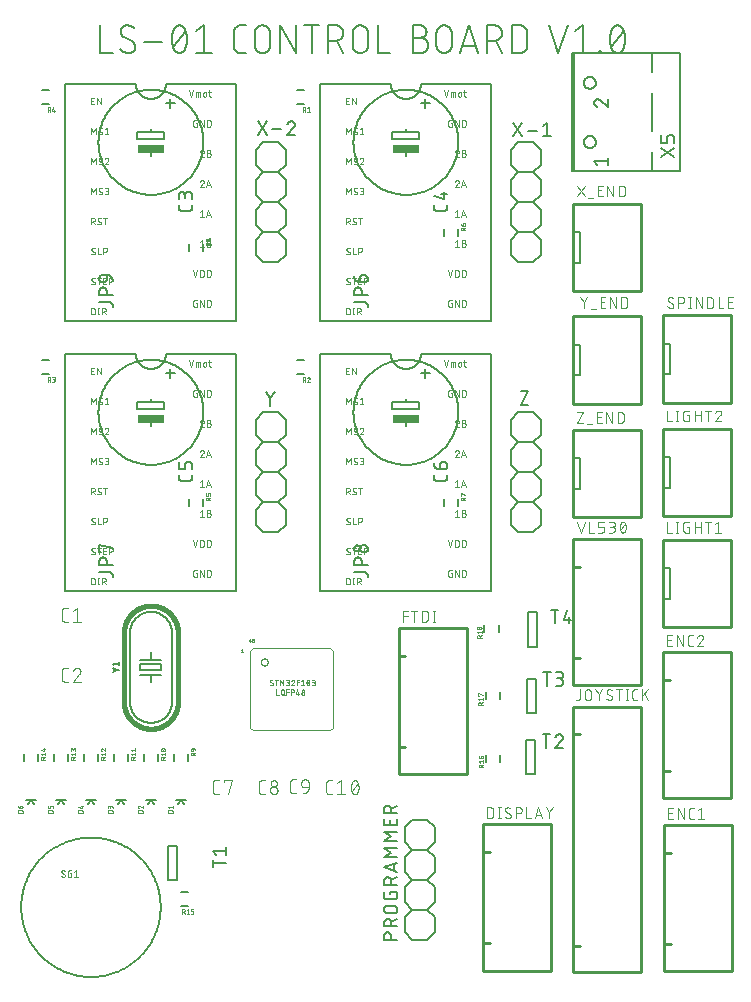
<source format=gbr>
G04 EAGLE Gerber X2 export*
%TF.Part,Single*%
%TF.FileFunction,Legend,Top,1*%
%TF.FilePolarity,Positive*%
%TF.GenerationSoftware,Autodesk,EAGLE,9.1.0*%
%TF.CreationDate,2018-10-25T18:21:56Z*%
G75*
%MOMM*%
%FSLAX34Y34*%
%LPD*%
%AMOC8*
5,1,8,0,0,1.08239X$1,22.5*%
G01*
%ADD10C,0.203200*%
%ADD11C,0.025400*%
%ADD12C,0.127000*%
%ADD13C,0.152400*%
%ADD14C,0.050800*%
%ADD15C,0.100000*%
%ADD16C,0.406400*%
%ADD17C,0.101600*%
%ADD18C,0.254000*%
%ADD19C,0.200000*%
%ADD20R,2.286000X0.635000*%


D10*
X84074Y810260D02*
X84074Y786892D01*
X94460Y786892D01*
X108542Y786892D02*
X108685Y786894D01*
X108828Y786900D01*
X108971Y786910D01*
X109113Y786924D01*
X109255Y786941D01*
X109397Y786963D01*
X109538Y786988D01*
X109678Y787018D01*
X109817Y787051D01*
X109955Y787088D01*
X110092Y787129D01*
X110228Y787173D01*
X110363Y787222D01*
X110496Y787274D01*
X110628Y787329D01*
X110758Y787389D01*
X110887Y787452D01*
X111014Y787518D01*
X111138Y787588D01*
X111261Y787661D01*
X111382Y787738D01*
X111501Y787818D01*
X111617Y787901D01*
X111732Y787987D01*
X111843Y788076D01*
X111953Y788169D01*
X112059Y788264D01*
X112163Y788363D01*
X112264Y788464D01*
X112363Y788568D01*
X112458Y788674D01*
X112551Y788784D01*
X112640Y788895D01*
X112726Y789010D01*
X112809Y789126D01*
X112889Y789245D01*
X112966Y789366D01*
X113039Y789489D01*
X113109Y789613D01*
X113175Y789740D01*
X113238Y789869D01*
X113298Y789999D01*
X113353Y790131D01*
X113405Y790264D01*
X113454Y790399D01*
X113498Y790535D01*
X113539Y790672D01*
X113576Y790810D01*
X113609Y790949D01*
X113639Y791089D01*
X113664Y791230D01*
X113686Y791372D01*
X113703Y791514D01*
X113717Y791656D01*
X113727Y791799D01*
X113733Y791942D01*
X113735Y792085D01*
X108542Y786892D02*
X108280Y786895D01*
X108017Y786905D01*
X107755Y786920D01*
X107494Y786942D01*
X107233Y786970D01*
X106973Y787005D01*
X106713Y787046D01*
X106455Y787092D01*
X106198Y787145D01*
X105942Y787205D01*
X105688Y787270D01*
X105435Y787341D01*
X105185Y787418D01*
X104936Y787502D01*
X104689Y787591D01*
X104444Y787686D01*
X104202Y787787D01*
X103962Y787894D01*
X103725Y788006D01*
X103491Y788124D01*
X103259Y788248D01*
X103031Y788377D01*
X102805Y788512D01*
X102583Y788652D01*
X102364Y788797D01*
X102149Y788947D01*
X101938Y789103D01*
X101730Y789263D01*
X101526Y789429D01*
X101327Y789599D01*
X101131Y789774D01*
X100940Y789953D01*
X100753Y790138D01*
X101402Y805067D02*
X101404Y805210D01*
X101410Y805353D01*
X101420Y805496D01*
X101434Y805638D01*
X101451Y805780D01*
X101473Y805922D01*
X101498Y806063D01*
X101528Y806203D01*
X101561Y806342D01*
X101598Y806480D01*
X101639Y806617D01*
X101683Y806753D01*
X101732Y806888D01*
X101784Y807021D01*
X101839Y807153D01*
X101899Y807283D01*
X101962Y807412D01*
X102028Y807539D01*
X102098Y807664D01*
X102171Y807786D01*
X102248Y807907D01*
X102328Y808026D01*
X102411Y808142D01*
X102497Y808257D01*
X102586Y808368D01*
X102679Y808478D01*
X102774Y808584D01*
X102873Y808688D01*
X102974Y808789D01*
X103078Y808888D01*
X103184Y808983D01*
X103294Y809076D01*
X103405Y809165D01*
X103520Y809251D01*
X103636Y809335D01*
X103755Y809414D01*
X103876Y809491D01*
X103999Y809564D01*
X104123Y809634D01*
X104250Y809700D01*
X104379Y809763D01*
X104509Y809823D01*
X104641Y809878D01*
X104774Y809930D01*
X104909Y809979D01*
X105045Y810023D01*
X105182Y810064D01*
X105320Y810101D01*
X105459Y810134D01*
X105599Y810164D01*
X105740Y810189D01*
X105882Y810211D01*
X106024Y810228D01*
X106166Y810242D01*
X106309Y810252D01*
X106452Y810258D01*
X106595Y810260D01*
X106827Y810257D01*
X107059Y810249D01*
X107291Y810235D01*
X107522Y810216D01*
X107753Y810191D01*
X107983Y810161D01*
X108212Y810125D01*
X108440Y810084D01*
X108668Y810037D01*
X108894Y809985D01*
X109119Y809927D01*
X109342Y809864D01*
X109564Y809796D01*
X109784Y809723D01*
X110002Y809644D01*
X110219Y809561D01*
X110433Y809472D01*
X110645Y809378D01*
X110855Y809279D01*
X111063Y809175D01*
X111267Y809066D01*
X111470Y808952D01*
X111669Y808833D01*
X111866Y808710D01*
X112059Y808582D01*
X112250Y808450D01*
X112437Y808313D01*
X103998Y800523D02*
X103875Y800598D01*
X103754Y800676D01*
X103635Y800758D01*
X103519Y800842D01*
X103405Y800930D01*
X103293Y801021D01*
X103183Y801115D01*
X103077Y801212D01*
X102973Y801312D01*
X102872Y801414D01*
X102773Y801520D01*
X102678Y801628D01*
X102585Y801738D01*
X102496Y801851D01*
X102410Y801967D01*
X102326Y802084D01*
X102247Y802204D01*
X102170Y802326D01*
X102097Y802450D01*
X102027Y802576D01*
X101961Y802704D01*
X101898Y802834D01*
X101839Y802965D01*
X101783Y803098D01*
X101731Y803233D01*
X101683Y803369D01*
X101638Y803506D01*
X101598Y803644D01*
X101561Y803783D01*
X101527Y803923D01*
X101498Y804064D01*
X101473Y804206D01*
X101451Y804349D01*
X101433Y804492D01*
X101420Y804635D01*
X101410Y804779D01*
X101404Y804923D01*
X101402Y805067D01*
X111139Y796629D02*
X111262Y796554D01*
X111383Y796476D01*
X111502Y796394D01*
X111618Y796310D01*
X111732Y796222D01*
X111844Y796131D01*
X111953Y796037D01*
X112060Y795940D01*
X112164Y795840D01*
X112265Y795738D01*
X112364Y795632D01*
X112459Y795524D01*
X112552Y795414D01*
X112641Y795301D01*
X112727Y795186D01*
X112810Y795068D01*
X112890Y794948D01*
X112967Y794826D01*
X113040Y794702D01*
X113110Y794576D01*
X113176Y794448D01*
X113239Y794318D01*
X113298Y794187D01*
X113354Y794054D01*
X113406Y793919D01*
X113454Y793783D01*
X113499Y793646D01*
X113539Y793508D01*
X113576Y793369D01*
X113610Y793229D01*
X113639Y793088D01*
X113664Y792946D01*
X113686Y792803D01*
X113704Y792660D01*
X113717Y792517D01*
X113727Y792373D01*
X113733Y792229D01*
X113735Y792085D01*
X111138Y796629D02*
X103998Y800523D01*
X121029Y795980D02*
X136608Y795980D01*
X144598Y798576D02*
X144603Y799036D01*
X144620Y799495D01*
X144647Y799954D01*
X144686Y800412D01*
X144735Y800869D01*
X144795Y801325D01*
X144866Y801779D01*
X144948Y802232D01*
X145041Y802682D01*
X145144Y803130D01*
X145258Y803575D01*
X145383Y804018D01*
X145518Y804457D01*
X145664Y804893D01*
X145820Y805325D01*
X145986Y805754D01*
X146162Y806179D01*
X146349Y806599D01*
X146545Y807014D01*
X146546Y807015D02*
X146591Y807142D01*
X146641Y807268D01*
X146693Y807393D01*
X146750Y807516D01*
X146810Y807638D01*
X146873Y807757D01*
X146939Y807875D01*
X147009Y807991D01*
X147082Y808105D01*
X147158Y808217D01*
X147238Y808327D01*
X147320Y808434D01*
X147406Y808539D01*
X147494Y808642D01*
X147585Y808742D01*
X147679Y808840D01*
X147776Y808934D01*
X147875Y809026D01*
X147977Y809116D01*
X148081Y809202D01*
X148188Y809285D01*
X148297Y809365D01*
X148409Y809443D01*
X148522Y809516D01*
X148637Y809587D01*
X148755Y809655D01*
X148874Y809719D01*
X148995Y809780D01*
X149118Y809837D01*
X149242Y809891D01*
X149368Y809941D01*
X149495Y809988D01*
X149623Y810031D01*
X149753Y810070D01*
X149883Y810106D01*
X150015Y810138D01*
X150147Y810167D01*
X150280Y810191D01*
X150414Y810212D01*
X150549Y810229D01*
X150683Y810243D01*
X150818Y810252D01*
X150954Y810258D01*
X151089Y810260D01*
X151224Y810258D01*
X151360Y810252D01*
X151495Y810243D01*
X151630Y810229D01*
X151764Y810212D01*
X151898Y810191D01*
X152031Y810167D01*
X152163Y810138D01*
X152295Y810106D01*
X152425Y810070D01*
X152555Y810031D01*
X152683Y809988D01*
X152810Y809941D01*
X152936Y809891D01*
X153060Y809837D01*
X153183Y809780D01*
X153304Y809719D01*
X153423Y809655D01*
X153541Y809587D01*
X153656Y809516D01*
X153769Y809442D01*
X153881Y809365D01*
X153990Y809285D01*
X154097Y809202D01*
X154201Y809116D01*
X154303Y809026D01*
X154402Y808934D01*
X154499Y808840D01*
X154593Y808742D01*
X154684Y808642D01*
X154772Y808539D01*
X154858Y808434D01*
X154940Y808327D01*
X155020Y808217D01*
X155096Y808105D01*
X155169Y807991D01*
X155239Y807875D01*
X155305Y807757D01*
X155368Y807638D01*
X155428Y807516D01*
X155485Y807393D01*
X155537Y807268D01*
X155587Y807142D01*
X155632Y807015D01*
X155633Y807015D02*
X155829Y806599D01*
X156016Y806179D01*
X156192Y805754D01*
X156358Y805326D01*
X156514Y804893D01*
X156660Y804457D01*
X156795Y804018D01*
X156920Y803575D01*
X157034Y803130D01*
X157137Y802682D01*
X157230Y802232D01*
X157312Y801779D01*
X157383Y801325D01*
X157443Y800869D01*
X157492Y800412D01*
X157531Y799954D01*
X157558Y799495D01*
X157575Y799036D01*
X157580Y798576D01*
X144598Y798576D02*
X144603Y798116D01*
X144620Y797657D01*
X144647Y797198D01*
X144686Y796740D01*
X144735Y796283D01*
X144795Y795827D01*
X144866Y795373D01*
X144948Y794921D01*
X145041Y794470D01*
X145144Y794022D01*
X145258Y793577D01*
X145383Y793134D01*
X145518Y792695D01*
X145664Y792259D01*
X145820Y791827D01*
X145986Y791398D01*
X146162Y790973D01*
X146349Y790553D01*
X146545Y790138D01*
X146546Y790137D02*
X146591Y790010D01*
X146641Y789884D01*
X146693Y789759D01*
X146750Y789636D01*
X146810Y789514D01*
X146873Y789395D01*
X146939Y789277D01*
X147009Y789161D01*
X147082Y789047D01*
X147158Y788935D01*
X147238Y788825D01*
X147320Y788718D01*
X147406Y788613D01*
X147494Y788510D01*
X147585Y788410D01*
X147679Y788312D01*
X147776Y788218D01*
X147875Y788126D01*
X147977Y788036D01*
X148082Y787950D01*
X148188Y787867D01*
X148297Y787787D01*
X148409Y787709D01*
X148522Y787636D01*
X148637Y787565D01*
X148755Y787497D01*
X148874Y787433D01*
X148995Y787372D01*
X149118Y787315D01*
X149242Y787261D01*
X149368Y787211D01*
X149495Y787164D01*
X149623Y787121D01*
X149753Y787082D01*
X149883Y787046D01*
X150015Y787014D01*
X150147Y786985D01*
X150280Y786961D01*
X150414Y786940D01*
X150549Y786923D01*
X150683Y786909D01*
X150818Y786900D01*
X150954Y786894D01*
X151089Y786892D01*
X155633Y790138D02*
X155829Y790553D01*
X156016Y790973D01*
X156192Y791398D01*
X156358Y791826D01*
X156514Y792259D01*
X156660Y792695D01*
X156795Y793134D01*
X156920Y793577D01*
X157034Y794022D01*
X157137Y794470D01*
X157230Y794920D01*
X157312Y795373D01*
X157383Y795827D01*
X157443Y796283D01*
X157492Y796740D01*
X157531Y797198D01*
X157558Y797657D01*
X157575Y798116D01*
X157580Y798576D01*
X155632Y790137D02*
X155587Y790010D01*
X155537Y789884D01*
X155485Y789759D01*
X155428Y789636D01*
X155368Y789514D01*
X155305Y789395D01*
X155239Y789277D01*
X155169Y789161D01*
X155096Y789047D01*
X155020Y788935D01*
X154940Y788825D01*
X154858Y788718D01*
X154772Y788613D01*
X154684Y788510D01*
X154593Y788410D01*
X154499Y788312D01*
X154402Y788218D01*
X154303Y788126D01*
X154201Y788036D01*
X154097Y787950D01*
X153990Y787867D01*
X153881Y787787D01*
X153769Y787709D01*
X153656Y787636D01*
X153541Y787565D01*
X153423Y787497D01*
X153304Y787433D01*
X153183Y787372D01*
X153060Y787315D01*
X152936Y787261D01*
X152810Y787211D01*
X152683Y787164D01*
X152555Y787121D01*
X152425Y787082D01*
X152295Y787046D01*
X152163Y787014D01*
X152031Y786985D01*
X151898Y786961D01*
X151764Y786940D01*
X151629Y786923D01*
X151495Y786909D01*
X151360Y786900D01*
X151224Y786894D01*
X151089Y786892D01*
X145896Y792085D02*
X156282Y805067D01*
X165477Y805067D02*
X171968Y810260D01*
X171968Y786892D01*
X165477Y786892D02*
X178459Y786892D01*
X202660Y786892D02*
X207853Y786892D01*
X202660Y786892D02*
X202517Y786894D01*
X202374Y786900D01*
X202231Y786910D01*
X202089Y786924D01*
X201947Y786941D01*
X201805Y786963D01*
X201664Y786988D01*
X201524Y787018D01*
X201385Y787051D01*
X201247Y787088D01*
X201110Y787129D01*
X200974Y787173D01*
X200839Y787222D01*
X200706Y787274D01*
X200574Y787329D01*
X200444Y787389D01*
X200315Y787452D01*
X200188Y787518D01*
X200063Y787588D01*
X199941Y787661D01*
X199820Y787738D01*
X199701Y787818D01*
X199585Y787901D01*
X199470Y787987D01*
X199359Y788076D01*
X199249Y788169D01*
X199143Y788264D01*
X199039Y788363D01*
X198938Y788464D01*
X198839Y788568D01*
X198744Y788674D01*
X198651Y788784D01*
X198562Y788895D01*
X198476Y789010D01*
X198393Y789126D01*
X198313Y789245D01*
X198236Y789366D01*
X198163Y789489D01*
X198093Y789613D01*
X198027Y789740D01*
X197964Y789869D01*
X197904Y789999D01*
X197849Y790131D01*
X197797Y790264D01*
X197748Y790399D01*
X197704Y790535D01*
X197663Y790672D01*
X197626Y790810D01*
X197593Y790949D01*
X197563Y791089D01*
X197538Y791230D01*
X197516Y791372D01*
X197499Y791514D01*
X197485Y791656D01*
X197475Y791799D01*
X197469Y791942D01*
X197467Y792085D01*
X197467Y805067D01*
X197469Y805210D01*
X197475Y805353D01*
X197485Y805496D01*
X197499Y805638D01*
X197516Y805780D01*
X197538Y805922D01*
X197563Y806063D01*
X197593Y806203D01*
X197626Y806342D01*
X197663Y806480D01*
X197704Y806617D01*
X197748Y806753D01*
X197797Y806888D01*
X197849Y807021D01*
X197904Y807153D01*
X197964Y807283D01*
X198027Y807412D01*
X198093Y807539D01*
X198163Y807663D01*
X198236Y807786D01*
X198313Y807907D01*
X198393Y808026D01*
X198476Y808142D01*
X198562Y808257D01*
X198651Y808368D01*
X198744Y808478D01*
X198839Y808584D01*
X198938Y808688D01*
X199039Y808789D01*
X199143Y808888D01*
X199249Y808983D01*
X199359Y809076D01*
X199470Y809165D01*
X199585Y809251D01*
X199701Y809334D01*
X199820Y809414D01*
X199941Y809491D01*
X200063Y809564D01*
X200188Y809634D01*
X200315Y809700D01*
X200444Y809763D01*
X200574Y809823D01*
X200706Y809878D01*
X200839Y809930D01*
X200974Y809979D01*
X201110Y810023D01*
X201247Y810064D01*
X201385Y810101D01*
X201524Y810134D01*
X201664Y810164D01*
X201805Y810189D01*
X201947Y810211D01*
X202089Y810228D01*
X202231Y810242D01*
X202374Y810252D01*
X202517Y810258D01*
X202660Y810260D01*
X207853Y810260D01*
X214890Y803769D02*
X214890Y793383D01*
X214890Y803769D02*
X214892Y803928D01*
X214898Y804087D01*
X214908Y804247D01*
X214921Y804405D01*
X214939Y804564D01*
X214960Y804721D01*
X214986Y804879D01*
X215015Y805035D01*
X215048Y805191D01*
X215085Y805346D01*
X215125Y805500D01*
X215170Y805653D01*
X215218Y805805D01*
X215269Y805956D01*
X215325Y806105D01*
X215384Y806253D01*
X215447Y806399D01*
X215513Y806544D01*
X215583Y806687D01*
X215656Y806829D01*
X215733Y806968D01*
X215813Y807106D01*
X215897Y807242D01*
X215984Y807375D01*
X216074Y807507D01*
X216167Y807636D01*
X216264Y807762D01*
X216363Y807887D01*
X216466Y808009D01*
X216571Y808128D01*
X216680Y808245D01*
X216791Y808359D01*
X216905Y808470D01*
X217022Y808579D01*
X217141Y808684D01*
X217263Y808787D01*
X217388Y808886D01*
X217514Y808983D01*
X217643Y809076D01*
X217775Y809166D01*
X217908Y809253D01*
X218044Y809337D01*
X218182Y809417D01*
X218321Y809494D01*
X218463Y809567D01*
X218606Y809637D01*
X218751Y809703D01*
X218897Y809766D01*
X219045Y809825D01*
X219194Y809881D01*
X219345Y809932D01*
X219497Y809980D01*
X219650Y810025D01*
X219804Y810065D01*
X219959Y810102D01*
X220115Y810135D01*
X220271Y810164D01*
X220429Y810190D01*
X220586Y810211D01*
X220745Y810229D01*
X220903Y810242D01*
X221063Y810252D01*
X221222Y810258D01*
X221381Y810260D01*
X221540Y810258D01*
X221699Y810252D01*
X221859Y810242D01*
X222017Y810229D01*
X222176Y810211D01*
X222333Y810190D01*
X222491Y810164D01*
X222647Y810135D01*
X222803Y810102D01*
X222958Y810065D01*
X223112Y810025D01*
X223265Y809980D01*
X223417Y809932D01*
X223568Y809881D01*
X223717Y809825D01*
X223865Y809766D01*
X224011Y809703D01*
X224156Y809637D01*
X224299Y809567D01*
X224441Y809494D01*
X224580Y809417D01*
X224718Y809337D01*
X224854Y809253D01*
X224987Y809166D01*
X225119Y809076D01*
X225248Y808983D01*
X225374Y808886D01*
X225499Y808787D01*
X225621Y808684D01*
X225740Y808579D01*
X225857Y808470D01*
X225971Y808359D01*
X226082Y808245D01*
X226191Y808128D01*
X226296Y808009D01*
X226399Y807887D01*
X226498Y807762D01*
X226595Y807636D01*
X226688Y807507D01*
X226778Y807375D01*
X226865Y807242D01*
X226949Y807106D01*
X227029Y806968D01*
X227106Y806829D01*
X227179Y806687D01*
X227249Y806544D01*
X227315Y806399D01*
X227378Y806253D01*
X227437Y806105D01*
X227493Y805956D01*
X227544Y805805D01*
X227592Y805653D01*
X227637Y805500D01*
X227677Y805346D01*
X227714Y805191D01*
X227747Y805035D01*
X227776Y804879D01*
X227802Y804721D01*
X227823Y804564D01*
X227841Y804405D01*
X227854Y804247D01*
X227864Y804087D01*
X227870Y803928D01*
X227872Y803769D01*
X227872Y793383D01*
X227870Y793224D01*
X227864Y793065D01*
X227854Y792905D01*
X227841Y792747D01*
X227823Y792588D01*
X227802Y792431D01*
X227776Y792273D01*
X227747Y792117D01*
X227714Y791961D01*
X227677Y791806D01*
X227637Y791652D01*
X227592Y791499D01*
X227544Y791347D01*
X227493Y791196D01*
X227437Y791047D01*
X227378Y790899D01*
X227315Y790753D01*
X227249Y790608D01*
X227179Y790465D01*
X227106Y790323D01*
X227029Y790184D01*
X226949Y790046D01*
X226865Y789910D01*
X226778Y789777D01*
X226688Y789645D01*
X226595Y789516D01*
X226498Y789390D01*
X226399Y789265D01*
X226296Y789143D01*
X226191Y789024D01*
X226082Y788907D01*
X225971Y788793D01*
X225857Y788682D01*
X225740Y788573D01*
X225621Y788468D01*
X225499Y788365D01*
X225374Y788266D01*
X225248Y788169D01*
X225119Y788076D01*
X224987Y787986D01*
X224854Y787899D01*
X224718Y787815D01*
X224580Y787735D01*
X224441Y787658D01*
X224299Y787585D01*
X224156Y787515D01*
X224011Y787449D01*
X223865Y787386D01*
X223717Y787327D01*
X223568Y787271D01*
X223417Y787220D01*
X223265Y787172D01*
X223112Y787127D01*
X222958Y787087D01*
X222803Y787050D01*
X222647Y787017D01*
X222491Y786988D01*
X222333Y786962D01*
X222176Y786941D01*
X222017Y786923D01*
X221859Y786910D01*
X221699Y786900D01*
X221540Y786894D01*
X221381Y786892D01*
X221222Y786894D01*
X221063Y786900D01*
X220903Y786910D01*
X220745Y786923D01*
X220586Y786941D01*
X220429Y786962D01*
X220271Y786988D01*
X220115Y787017D01*
X219959Y787050D01*
X219804Y787087D01*
X219650Y787127D01*
X219497Y787172D01*
X219345Y787220D01*
X219194Y787271D01*
X219045Y787327D01*
X218897Y787386D01*
X218751Y787449D01*
X218606Y787515D01*
X218463Y787585D01*
X218321Y787658D01*
X218182Y787735D01*
X218044Y787815D01*
X217908Y787899D01*
X217775Y787986D01*
X217643Y788076D01*
X217514Y788169D01*
X217388Y788266D01*
X217263Y788365D01*
X217141Y788468D01*
X217022Y788573D01*
X216905Y788682D01*
X216791Y788793D01*
X216680Y788907D01*
X216571Y789024D01*
X216466Y789143D01*
X216363Y789265D01*
X216264Y789390D01*
X216167Y789516D01*
X216074Y789645D01*
X215984Y789777D01*
X215897Y789910D01*
X215813Y790046D01*
X215733Y790184D01*
X215656Y790323D01*
X215583Y790465D01*
X215513Y790608D01*
X215447Y790753D01*
X215384Y790899D01*
X215325Y791047D01*
X215269Y791196D01*
X215218Y791347D01*
X215170Y791499D01*
X215125Y791652D01*
X215085Y791806D01*
X215048Y791961D01*
X215015Y792117D01*
X214986Y792273D01*
X214960Y792431D01*
X214939Y792588D01*
X214921Y792747D01*
X214908Y792905D01*
X214898Y793065D01*
X214892Y793224D01*
X214890Y793383D01*
X236465Y786892D02*
X236465Y810260D01*
X249447Y786892D01*
X249447Y810260D01*
X263138Y810260D02*
X263138Y786892D01*
X256647Y810260D02*
X269630Y810260D01*
X276894Y810260D02*
X276894Y786892D01*
X276894Y810260D02*
X283385Y810260D01*
X283544Y810258D01*
X283703Y810252D01*
X283863Y810242D01*
X284021Y810229D01*
X284180Y810211D01*
X284337Y810190D01*
X284495Y810164D01*
X284651Y810135D01*
X284807Y810102D01*
X284962Y810065D01*
X285116Y810025D01*
X285269Y809980D01*
X285421Y809932D01*
X285572Y809881D01*
X285721Y809825D01*
X285869Y809766D01*
X286015Y809703D01*
X286160Y809637D01*
X286303Y809567D01*
X286445Y809494D01*
X286584Y809417D01*
X286722Y809337D01*
X286858Y809253D01*
X286991Y809166D01*
X287123Y809076D01*
X287252Y808983D01*
X287378Y808886D01*
X287503Y808787D01*
X287625Y808684D01*
X287744Y808579D01*
X287861Y808470D01*
X287975Y808359D01*
X288086Y808245D01*
X288195Y808128D01*
X288300Y808009D01*
X288403Y807887D01*
X288502Y807762D01*
X288599Y807636D01*
X288692Y807507D01*
X288782Y807375D01*
X288869Y807242D01*
X288953Y807106D01*
X289033Y806968D01*
X289110Y806829D01*
X289183Y806687D01*
X289253Y806544D01*
X289319Y806399D01*
X289382Y806253D01*
X289441Y806105D01*
X289497Y805956D01*
X289548Y805805D01*
X289596Y805653D01*
X289641Y805500D01*
X289681Y805346D01*
X289718Y805191D01*
X289751Y805035D01*
X289780Y804879D01*
X289806Y804721D01*
X289827Y804564D01*
X289845Y804405D01*
X289858Y804247D01*
X289868Y804087D01*
X289874Y803928D01*
X289876Y803769D01*
X289874Y803610D01*
X289868Y803451D01*
X289858Y803291D01*
X289845Y803133D01*
X289827Y802974D01*
X289806Y802817D01*
X289780Y802659D01*
X289751Y802503D01*
X289718Y802347D01*
X289681Y802192D01*
X289641Y802038D01*
X289596Y801885D01*
X289548Y801733D01*
X289497Y801582D01*
X289441Y801433D01*
X289382Y801285D01*
X289319Y801139D01*
X289253Y800994D01*
X289183Y800851D01*
X289110Y800709D01*
X289033Y800570D01*
X288953Y800432D01*
X288869Y800296D01*
X288782Y800163D01*
X288692Y800031D01*
X288599Y799902D01*
X288502Y799776D01*
X288403Y799651D01*
X288300Y799529D01*
X288195Y799410D01*
X288086Y799293D01*
X287975Y799179D01*
X287861Y799068D01*
X287744Y798959D01*
X287625Y798854D01*
X287503Y798751D01*
X287378Y798652D01*
X287252Y798555D01*
X287123Y798462D01*
X286991Y798372D01*
X286858Y798285D01*
X286722Y798201D01*
X286584Y798121D01*
X286445Y798044D01*
X286303Y797971D01*
X286160Y797901D01*
X286015Y797835D01*
X285869Y797772D01*
X285721Y797713D01*
X285572Y797657D01*
X285421Y797606D01*
X285269Y797558D01*
X285116Y797513D01*
X284962Y797473D01*
X284807Y797436D01*
X284651Y797403D01*
X284495Y797374D01*
X284337Y797348D01*
X284180Y797327D01*
X284021Y797309D01*
X283863Y797296D01*
X283703Y797286D01*
X283544Y797280D01*
X283385Y797278D01*
X276894Y797278D01*
X284683Y797278D02*
X289876Y786892D01*
X297709Y793383D02*
X297709Y803769D01*
X297711Y803928D01*
X297717Y804087D01*
X297727Y804247D01*
X297740Y804405D01*
X297758Y804564D01*
X297779Y804721D01*
X297805Y804879D01*
X297834Y805035D01*
X297867Y805191D01*
X297904Y805346D01*
X297944Y805500D01*
X297989Y805653D01*
X298037Y805805D01*
X298088Y805956D01*
X298144Y806105D01*
X298203Y806253D01*
X298266Y806399D01*
X298332Y806544D01*
X298402Y806687D01*
X298475Y806829D01*
X298552Y806968D01*
X298632Y807106D01*
X298716Y807242D01*
X298803Y807375D01*
X298893Y807507D01*
X298986Y807636D01*
X299083Y807762D01*
X299182Y807887D01*
X299285Y808009D01*
X299390Y808128D01*
X299499Y808245D01*
X299610Y808359D01*
X299724Y808470D01*
X299841Y808579D01*
X299960Y808684D01*
X300082Y808787D01*
X300207Y808886D01*
X300333Y808983D01*
X300462Y809076D01*
X300594Y809166D01*
X300727Y809253D01*
X300863Y809337D01*
X301001Y809417D01*
X301140Y809494D01*
X301282Y809567D01*
X301425Y809637D01*
X301570Y809703D01*
X301716Y809766D01*
X301864Y809825D01*
X302013Y809881D01*
X302164Y809932D01*
X302316Y809980D01*
X302469Y810025D01*
X302623Y810065D01*
X302778Y810102D01*
X302934Y810135D01*
X303090Y810164D01*
X303248Y810190D01*
X303405Y810211D01*
X303564Y810229D01*
X303722Y810242D01*
X303882Y810252D01*
X304041Y810258D01*
X304200Y810260D01*
X304359Y810258D01*
X304518Y810252D01*
X304678Y810242D01*
X304836Y810229D01*
X304995Y810211D01*
X305152Y810190D01*
X305310Y810164D01*
X305466Y810135D01*
X305622Y810102D01*
X305777Y810065D01*
X305931Y810025D01*
X306084Y809980D01*
X306236Y809932D01*
X306387Y809881D01*
X306536Y809825D01*
X306684Y809766D01*
X306830Y809703D01*
X306975Y809637D01*
X307118Y809567D01*
X307260Y809494D01*
X307399Y809417D01*
X307537Y809337D01*
X307673Y809253D01*
X307806Y809166D01*
X307938Y809076D01*
X308067Y808983D01*
X308193Y808886D01*
X308318Y808787D01*
X308440Y808684D01*
X308559Y808579D01*
X308676Y808470D01*
X308790Y808359D01*
X308901Y808245D01*
X309010Y808128D01*
X309115Y808009D01*
X309218Y807887D01*
X309317Y807762D01*
X309414Y807636D01*
X309507Y807507D01*
X309597Y807375D01*
X309684Y807242D01*
X309768Y807106D01*
X309848Y806968D01*
X309925Y806829D01*
X309998Y806687D01*
X310068Y806544D01*
X310134Y806399D01*
X310197Y806253D01*
X310256Y806105D01*
X310312Y805956D01*
X310363Y805805D01*
X310411Y805653D01*
X310456Y805500D01*
X310496Y805346D01*
X310533Y805191D01*
X310566Y805035D01*
X310595Y804879D01*
X310621Y804721D01*
X310642Y804564D01*
X310660Y804405D01*
X310673Y804247D01*
X310683Y804087D01*
X310689Y803928D01*
X310691Y803769D01*
X310691Y793383D01*
X310689Y793224D01*
X310683Y793065D01*
X310673Y792905D01*
X310660Y792747D01*
X310642Y792588D01*
X310621Y792431D01*
X310595Y792273D01*
X310566Y792117D01*
X310533Y791961D01*
X310496Y791806D01*
X310456Y791652D01*
X310411Y791499D01*
X310363Y791347D01*
X310312Y791196D01*
X310256Y791047D01*
X310197Y790899D01*
X310134Y790753D01*
X310068Y790608D01*
X309998Y790465D01*
X309925Y790323D01*
X309848Y790184D01*
X309768Y790046D01*
X309684Y789910D01*
X309597Y789777D01*
X309507Y789645D01*
X309414Y789516D01*
X309317Y789390D01*
X309218Y789265D01*
X309115Y789143D01*
X309010Y789024D01*
X308901Y788907D01*
X308790Y788793D01*
X308676Y788682D01*
X308559Y788573D01*
X308440Y788468D01*
X308318Y788365D01*
X308193Y788266D01*
X308067Y788169D01*
X307938Y788076D01*
X307806Y787986D01*
X307673Y787899D01*
X307537Y787815D01*
X307399Y787735D01*
X307260Y787658D01*
X307118Y787585D01*
X306975Y787515D01*
X306830Y787449D01*
X306684Y787386D01*
X306536Y787327D01*
X306387Y787271D01*
X306236Y787220D01*
X306084Y787172D01*
X305931Y787127D01*
X305777Y787087D01*
X305622Y787050D01*
X305466Y787017D01*
X305310Y786988D01*
X305152Y786962D01*
X304995Y786941D01*
X304836Y786923D01*
X304678Y786910D01*
X304518Y786900D01*
X304359Y786894D01*
X304200Y786892D01*
X304041Y786894D01*
X303882Y786900D01*
X303722Y786910D01*
X303564Y786923D01*
X303405Y786941D01*
X303248Y786962D01*
X303090Y786988D01*
X302934Y787017D01*
X302778Y787050D01*
X302623Y787087D01*
X302469Y787127D01*
X302316Y787172D01*
X302164Y787220D01*
X302013Y787271D01*
X301864Y787327D01*
X301716Y787386D01*
X301570Y787449D01*
X301425Y787515D01*
X301282Y787585D01*
X301140Y787658D01*
X301001Y787735D01*
X300863Y787815D01*
X300727Y787899D01*
X300594Y787986D01*
X300462Y788076D01*
X300333Y788169D01*
X300207Y788266D01*
X300082Y788365D01*
X299960Y788468D01*
X299841Y788573D01*
X299724Y788682D01*
X299610Y788793D01*
X299499Y788907D01*
X299390Y789024D01*
X299285Y789143D01*
X299182Y789265D01*
X299083Y789390D01*
X298986Y789516D01*
X298893Y789645D01*
X298803Y789777D01*
X298716Y789910D01*
X298632Y790046D01*
X298552Y790184D01*
X298475Y790323D01*
X298402Y790465D01*
X298332Y790608D01*
X298266Y790753D01*
X298203Y790899D01*
X298144Y791047D01*
X298088Y791196D01*
X298037Y791347D01*
X297989Y791499D01*
X297944Y791652D01*
X297904Y791806D01*
X297867Y791961D01*
X297834Y792117D01*
X297805Y792273D01*
X297779Y792431D01*
X297758Y792588D01*
X297740Y792747D01*
X297727Y792905D01*
X297717Y793065D01*
X297711Y793224D01*
X297709Y793383D01*
X319308Y786892D02*
X319308Y810260D01*
X319308Y786892D02*
X329694Y786892D01*
X348661Y799874D02*
X355153Y799874D01*
X355312Y799872D01*
X355471Y799866D01*
X355631Y799856D01*
X355789Y799843D01*
X355948Y799825D01*
X356105Y799804D01*
X356263Y799778D01*
X356419Y799749D01*
X356575Y799716D01*
X356730Y799679D01*
X356884Y799639D01*
X357037Y799594D01*
X357189Y799546D01*
X357340Y799495D01*
X357489Y799439D01*
X357637Y799380D01*
X357783Y799317D01*
X357928Y799251D01*
X358071Y799181D01*
X358213Y799108D01*
X358352Y799031D01*
X358490Y798951D01*
X358626Y798867D01*
X358759Y798780D01*
X358891Y798690D01*
X359020Y798597D01*
X359146Y798500D01*
X359271Y798401D01*
X359393Y798298D01*
X359512Y798193D01*
X359629Y798084D01*
X359743Y797973D01*
X359854Y797859D01*
X359963Y797742D01*
X360068Y797623D01*
X360171Y797501D01*
X360270Y797376D01*
X360367Y797250D01*
X360460Y797121D01*
X360550Y796989D01*
X360637Y796856D01*
X360721Y796720D01*
X360801Y796582D01*
X360878Y796443D01*
X360951Y796301D01*
X361021Y796158D01*
X361087Y796013D01*
X361150Y795867D01*
X361209Y795719D01*
X361265Y795570D01*
X361316Y795419D01*
X361364Y795267D01*
X361409Y795114D01*
X361449Y794960D01*
X361486Y794805D01*
X361519Y794649D01*
X361548Y794493D01*
X361574Y794335D01*
X361595Y794178D01*
X361613Y794019D01*
X361626Y793861D01*
X361636Y793701D01*
X361642Y793542D01*
X361644Y793383D01*
X361642Y793224D01*
X361636Y793065D01*
X361626Y792905D01*
X361613Y792747D01*
X361595Y792588D01*
X361574Y792431D01*
X361548Y792273D01*
X361519Y792117D01*
X361486Y791961D01*
X361449Y791806D01*
X361409Y791652D01*
X361364Y791499D01*
X361316Y791347D01*
X361265Y791196D01*
X361209Y791047D01*
X361150Y790899D01*
X361087Y790753D01*
X361021Y790608D01*
X360951Y790465D01*
X360878Y790323D01*
X360801Y790184D01*
X360721Y790046D01*
X360637Y789910D01*
X360550Y789777D01*
X360460Y789645D01*
X360367Y789516D01*
X360270Y789390D01*
X360171Y789265D01*
X360068Y789143D01*
X359963Y789024D01*
X359854Y788907D01*
X359743Y788793D01*
X359629Y788682D01*
X359512Y788573D01*
X359393Y788468D01*
X359271Y788365D01*
X359146Y788266D01*
X359020Y788169D01*
X358891Y788076D01*
X358759Y787986D01*
X358626Y787899D01*
X358490Y787815D01*
X358352Y787735D01*
X358213Y787658D01*
X358071Y787585D01*
X357928Y787515D01*
X357783Y787449D01*
X357637Y787386D01*
X357489Y787327D01*
X357340Y787271D01*
X357189Y787220D01*
X357037Y787172D01*
X356884Y787127D01*
X356730Y787087D01*
X356575Y787050D01*
X356419Y787017D01*
X356263Y786988D01*
X356105Y786962D01*
X355948Y786941D01*
X355789Y786923D01*
X355631Y786910D01*
X355471Y786900D01*
X355312Y786894D01*
X355153Y786892D01*
X348661Y786892D01*
X348661Y810260D01*
X355153Y810260D01*
X355296Y810258D01*
X355439Y810252D01*
X355582Y810242D01*
X355724Y810228D01*
X355866Y810211D01*
X356008Y810189D01*
X356149Y810164D01*
X356289Y810134D01*
X356428Y810101D01*
X356566Y810064D01*
X356703Y810023D01*
X356839Y809979D01*
X356974Y809930D01*
X357107Y809878D01*
X357239Y809823D01*
X357369Y809763D01*
X357498Y809700D01*
X357625Y809634D01*
X357750Y809564D01*
X357872Y809491D01*
X357993Y809414D01*
X358112Y809334D01*
X358228Y809251D01*
X358343Y809165D01*
X358454Y809076D01*
X358564Y808983D01*
X358670Y808888D01*
X358774Y808789D01*
X358875Y808688D01*
X358974Y808584D01*
X359069Y808478D01*
X359162Y808368D01*
X359251Y808257D01*
X359337Y808142D01*
X359420Y808026D01*
X359500Y807907D01*
X359577Y807786D01*
X359650Y807663D01*
X359720Y807539D01*
X359786Y807412D01*
X359849Y807283D01*
X359909Y807153D01*
X359964Y807021D01*
X360016Y806888D01*
X360065Y806753D01*
X360109Y806617D01*
X360150Y806480D01*
X360187Y806342D01*
X360220Y806203D01*
X360250Y806063D01*
X360275Y805922D01*
X360297Y805780D01*
X360314Y805638D01*
X360328Y805496D01*
X360338Y805353D01*
X360344Y805210D01*
X360346Y805067D01*
X360344Y804924D01*
X360338Y804781D01*
X360328Y804638D01*
X360314Y804496D01*
X360297Y804354D01*
X360275Y804212D01*
X360250Y804071D01*
X360220Y803931D01*
X360187Y803792D01*
X360150Y803654D01*
X360109Y803517D01*
X360065Y803381D01*
X360016Y803246D01*
X359964Y803113D01*
X359909Y802981D01*
X359849Y802851D01*
X359786Y802722D01*
X359720Y802595D01*
X359650Y802471D01*
X359577Y802348D01*
X359500Y802227D01*
X359420Y802108D01*
X359337Y801992D01*
X359251Y801877D01*
X359162Y801766D01*
X359069Y801656D01*
X358974Y801550D01*
X358875Y801446D01*
X358774Y801345D01*
X358670Y801246D01*
X358564Y801151D01*
X358454Y801058D01*
X358343Y800969D01*
X358228Y800883D01*
X358112Y800800D01*
X357993Y800720D01*
X357872Y800643D01*
X357750Y800570D01*
X357625Y800500D01*
X357498Y800434D01*
X357369Y800371D01*
X357239Y800311D01*
X357107Y800256D01*
X356974Y800204D01*
X356839Y800155D01*
X356703Y800111D01*
X356566Y800070D01*
X356428Y800033D01*
X356289Y800000D01*
X356149Y799970D01*
X356008Y799945D01*
X355866Y799923D01*
X355724Y799906D01*
X355582Y799892D01*
X355439Y799882D01*
X355296Y799876D01*
X355153Y799874D01*
X368697Y803769D02*
X368697Y793383D01*
X368697Y803769D02*
X368699Y803928D01*
X368705Y804087D01*
X368715Y804247D01*
X368728Y804405D01*
X368746Y804564D01*
X368767Y804721D01*
X368793Y804879D01*
X368822Y805035D01*
X368855Y805191D01*
X368892Y805346D01*
X368932Y805500D01*
X368977Y805653D01*
X369025Y805805D01*
X369076Y805956D01*
X369132Y806105D01*
X369191Y806253D01*
X369254Y806399D01*
X369320Y806544D01*
X369390Y806687D01*
X369463Y806829D01*
X369540Y806968D01*
X369620Y807106D01*
X369704Y807242D01*
X369791Y807375D01*
X369881Y807507D01*
X369974Y807636D01*
X370071Y807762D01*
X370170Y807887D01*
X370273Y808009D01*
X370378Y808128D01*
X370487Y808245D01*
X370598Y808359D01*
X370712Y808470D01*
X370829Y808579D01*
X370948Y808684D01*
X371070Y808787D01*
X371195Y808886D01*
X371321Y808983D01*
X371450Y809076D01*
X371582Y809166D01*
X371715Y809253D01*
X371851Y809337D01*
X371989Y809417D01*
X372128Y809494D01*
X372270Y809567D01*
X372413Y809637D01*
X372558Y809703D01*
X372704Y809766D01*
X372852Y809825D01*
X373001Y809881D01*
X373152Y809932D01*
X373304Y809980D01*
X373457Y810025D01*
X373611Y810065D01*
X373766Y810102D01*
X373922Y810135D01*
X374078Y810164D01*
X374236Y810190D01*
X374393Y810211D01*
X374552Y810229D01*
X374710Y810242D01*
X374870Y810252D01*
X375029Y810258D01*
X375188Y810260D01*
X375347Y810258D01*
X375506Y810252D01*
X375666Y810242D01*
X375824Y810229D01*
X375983Y810211D01*
X376140Y810190D01*
X376298Y810164D01*
X376454Y810135D01*
X376610Y810102D01*
X376765Y810065D01*
X376919Y810025D01*
X377072Y809980D01*
X377224Y809932D01*
X377375Y809881D01*
X377524Y809825D01*
X377672Y809766D01*
X377818Y809703D01*
X377963Y809637D01*
X378106Y809567D01*
X378248Y809494D01*
X378387Y809417D01*
X378525Y809337D01*
X378661Y809253D01*
X378794Y809166D01*
X378926Y809076D01*
X379055Y808983D01*
X379181Y808886D01*
X379306Y808787D01*
X379428Y808684D01*
X379547Y808579D01*
X379664Y808470D01*
X379778Y808359D01*
X379889Y808245D01*
X379998Y808128D01*
X380103Y808009D01*
X380206Y807887D01*
X380305Y807762D01*
X380402Y807636D01*
X380495Y807507D01*
X380585Y807375D01*
X380672Y807242D01*
X380756Y807106D01*
X380836Y806968D01*
X380913Y806829D01*
X380986Y806687D01*
X381056Y806544D01*
X381122Y806399D01*
X381185Y806253D01*
X381244Y806105D01*
X381300Y805956D01*
X381351Y805805D01*
X381399Y805653D01*
X381444Y805500D01*
X381484Y805346D01*
X381521Y805191D01*
X381554Y805035D01*
X381583Y804879D01*
X381609Y804721D01*
X381630Y804564D01*
X381648Y804405D01*
X381661Y804247D01*
X381671Y804087D01*
X381677Y803928D01*
X381679Y803769D01*
X381679Y793383D01*
X381677Y793224D01*
X381671Y793065D01*
X381661Y792905D01*
X381648Y792747D01*
X381630Y792588D01*
X381609Y792431D01*
X381583Y792273D01*
X381554Y792117D01*
X381521Y791961D01*
X381484Y791806D01*
X381444Y791652D01*
X381399Y791499D01*
X381351Y791347D01*
X381300Y791196D01*
X381244Y791047D01*
X381185Y790899D01*
X381122Y790753D01*
X381056Y790608D01*
X380986Y790465D01*
X380913Y790323D01*
X380836Y790184D01*
X380756Y790046D01*
X380672Y789910D01*
X380585Y789777D01*
X380495Y789645D01*
X380402Y789516D01*
X380305Y789390D01*
X380206Y789265D01*
X380103Y789143D01*
X379998Y789024D01*
X379889Y788907D01*
X379778Y788793D01*
X379664Y788682D01*
X379547Y788573D01*
X379428Y788468D01*
X379306Y788365D01*
X379181Y788266D01*
X379055Y788169D01*
X378926Y788076D01*
X378794Y787986D01*
X378661Y787899D01*
X378525Y787815D01*
X378387Y787735D01*
X378248Y787658D01*
X378106Y787585D01*
X377963Y787515D01*
X377818Y787449D01*
X377672Y787386D01*
X377524Y787327D01*
X377375Y787271D01*
X377224Y787220D01*
X377072Y787172D01*
X376919Y787127D01*
X376765Y787087D01*
X376610Y787050D01*
X376454Y787017D01*
X376298Y786988D01*
X376140Y786962D01*
X375983Y786941D01*
X375824Y786923D01*
X375666Y786910D01*
X375506Y786900D01*
X375347Y786894D01*
X375188Y786892D01*
X375029Y786894D01*
X374870Y786900D01*
X374710Y786910D01*
X374552Y786923D01*
X374393Y786941D01*
X374236Y786962D01*
X374078Y786988D01*
X373922Y787017D01*
X373766Y787050D01*
X373611Y787087D01*
X373457Y787127D01*
X373304Y787172D01*
X373152Y787220D01*
X373001Y787271D01*
X372852Y787327D01*
X372704Y787386D01*
X372558Y787449D01*
X372413Y787515D01*
X372270Y787585D01*
X372128Y787658D01*
X371989Y787735D01*
X371851Y787815D01*
X371715Y787899D01*
X371582Y787986D01*
X371450Y788076D01*
X371321Y788169D01*
X371195Y788266D01*
X371070Y788365D01*
X370948Y788468D01*
X370829Y788573D01*
X370712Y788682D01*
X370598Y788793D01*
X370487Y788907D01*
X370378Y789024D01*
X370273Y789143D01*
X370170Y789265D01*
X370071Y789390D01*
X369974Y789516D01*
X369881Y789645D01*
X369791Y789777D01*
X369704Y789910D01*
X369620Y790046D01*
X369540Y790184D01*
X369463Y790323D01*
X369390Y790465D01*
X369320Y790608D01*
X369254Y790753D01*
X369191Y790899D01*
X369132Y791047D01*
X369076Y791196D01*
X369025Y791347D01*
X368977Y791499D01*
X368932Y791652D01*
X368892Y791806D01*
X368855Y791961D01*
X368822Y792117D01*
X368793Y792273D01*
X368767Y792431D01*
X368746Y792588D01*
X368728Y792747D01*
X368715Y792905D01*
X368705Y793065D01*
X368699Y793224D01*
X368697Y793383D01*
X388277Y786892D02*
X396067Y810260D01*
X403856Y786892D01*
X401909Y792734D02*
X390225Y792734D01*
X411214Y786892D02*
X411214Y810260D01*
X417705Y810260D01*
X417864Y810258D01*
X418023Y810252D01*
X418183Y810242D01*
X418341Y810229D01*
X418500Y810211D01*
X418657Y810190D01*
X418815Y810164D01*
X418971Y810135D01*
X419127Y810102D01*
X419282Y810065D01*
X419436Y810025D01*
X419589Y809980D01*
X419741Y809932D01*
X419892Y809881D01*
X420041Y809825D01*
X420189Y809766D01*
X420335Y809703D01*
X420480Y809637D01*
X420623Y809567D01*
X420765Y809494D01*
X420904Y809417D01*
X421042Y809337D01*
X421178Y809253D01*
X421311Y809166D01*
X421443Y809076D01*
X421572Y808983D01*
X421698Y808886D01*
X421823Y808787D01*
X421945Y808684D01*
X422064Y808579D01*
X422181Y808470D01*
X422295Y808359D01*
X422406Y808245D01*
X422515Y808128D01*
X422620Y808009D01*
X422723Y807887D01*
X422822Y807762D01*
X422919Y807636D01*
X423012Y807507D01*
X423102Y807375D01*
X423189Y807242D01*
X423273Y807106D01*
X423353Y806968D01*
X423430Y806829D01*
X423503Y806687D01*
X423573Y806544D01*
X423639Y806399D01*
X423702Y806253D01*
X423761Y806105D01*
X423817Y805956D01*
X423868Y805805D01*
X423916Y805653D01*
X423961Y805500D01*
X424001Y805346D01*
X424038Y805191D01*
X424071Y805035D01*
X424100Y804879D01*
X424126Y804721D01*
X424147Y804564D01*
X424165Y804405D01*
X424178Y804247D01*
X424188Y804087D01*
X424194Y803928D01*
X424196Y803769D01*
X424194Y803610D01*
X424188Y803451D01*
X424178Y803291D01*
X424165Y803133D01*
X424147Y802974D01*
X424126Y802817D01*
X424100Y802659D01*
X424071Y802503D01*
X424038Y802347D01*
X424001Y802192D01*
X423961Y802038D01*
X423916Y801885D01*
X423868Y801733D01*
X423817Y801582D01*
X423761Y801433D01*
X423702Y801285D01*
X423639Y801139D01*
X423573Y800994D01*
X423503Y800851D01*
X423430Y800709D01*
X423353Y800570D01*
X423273Y800432D01*
X423189Y800296D01*
X423102Y800163D01*
X423012Y800031D01*
X422919Y799902D01*
X422822Y799776D01*
X422723Y799651D01*
X422620Y799529D01*
X422515Y799410D01*
X422406Y799293D01*
X422295Y799179D01*
X422181Y799068D01*
X422064Y798959D01*
X421945Y798854D01*
X421823Y798751D01*
X421698Y798652D01*
X421572Y798555D01*
X421443Y798462D01*
X421311Y798372D01*
X421178Y798285D01*
X421042Y798201D01*
X420904Y798121D01*
X420765Y798044D01*
X420623Y797971D01*
X420480Y797901D01*
X420335Y797835D01*
X420189Y797772D01*
X420041Y797713D01*
X419892Y797657D01*
X419741Y797606D01*
X419589Y797558D01*
X419436Y797513D01*
X419282Y797473D01*
X419127Y797436D01*
X418971Y797403D01*
X418815Y797374D01*
X418657Y797348D01*
X418500Y797327D01*
X418341Y797309D01*
X418183Y797296D01*
X418023Y797286D01*
X417864Y797280D01*
X417705Y797278D01*
X411214Y797278D01*
X419003Y797278D02*
X424196Y786892D01*
X432725Y786892D02*
X432725Y810260D01*
X439216Y810260D01*
X439375Y810258D01*
X439534Y810252D01*
X439694Y810242D01*
X439852Y810229D01*
X440011Y810211D01*
X440168Y810190D01*
X440326Y810164D01*
X440482Y810135D01*
X440638Y810102D01*
X440793Y810065D01*
X440947Y810025D01*
X441100Y809980D01*
X441252Y809932D01*
X441403Y809881D01*
X441552Y809825D01*
X441700Y809766D01*
X441846Y809703D01*
X441991Y809637D01*
X442134Y809567D01*
X442276Y809494D01*
X442415Y809417D01*
X442553Y809337D01*
X442689Y809253D01*
X442822Y809166D01*
X442954Y809076D01*
X443083Y808983D01*
X443209Y808886D01*
X443334Y808787D01*
X443456Y808684D01*
X443575Y808579D01*
X443692Y808470D01*
X443806Y808359D01*
X443917Y808245D01*
X444026Y808128D01*
X444131Y808009D01*
X444234Y807887D01*
X444333Y807762D01*
X444430Y807636D01*
X444523Y807507D01*
X444613Y807375D01*
X444700Y807242D01*
X444784Y807106D01*
X444864Y806968D01*
X444941Y806829D01*
X445014Y806687D01*
X445084Y806544D01*
X445150Y806399D01*
X445213Y806253D01*
X445272Y806105D01*
X445328Y805956D01*
X445379Y805805D01*
X445427Y805653D01*
X445472Y805500D01*
X445512Y805346D01*
X445549Y805191D01*
X445582Y805035D01*
X445611Y804879D01*
X445637Y804721D01*
X445658Y804564D01*
X445676Y804405D01*
X445689Y804247D01*
X445699Y804087D01*
X445705Y803928D01*
X445707Y803769D01*
X445707Y793383D01*
X445705Y793224D01*
X445699Y793065D01*
X445689Y792905D01*
X445676Y792747D01*
X445658Y792588D01*
X445637Y792431D01*
X445611Y792273D01*
X445582Y792117D01*
X445549Y791961D01*
X445512Y791806D01*
X445472Y791652D01*
X445427Y791499D01*
X445379Y791347D01*
X445328Y791196D01*
X445272Y791047D01*
X445213Y790899D01*
X445150Y790753D01*
X445084Y790608D01*
X445014Y790465D01*
X444941Y790323D01*
X444864Y790184D01*
X444784Y790046D01*
X444700Y789910D01*
X444613Y789777D01*
X444523Y789645D01*
X444430Y789516D01*
X444333Y789390D01*
X444234Y789265D01*
X444131Y789143D01*
X444026Y789024D01*
X443917Y788907D01*
X443806Y788793D01*
X443692Y788682D01*
X443575Y788573D01*
X443456Y788468D01*
X443334Y788365D01*
X443209Y788266D01*
X443083Y788169D01*
X442954Y788076D01*
X442822Y787986D01*
X442689Y787899D01*
X442553Y787815D01*
X442415Y787735D01*
X442276Y787658D01*
X442134Y787585D01*
X441991Y787515D01*
X441846Y787449D01*
X441700Y787386D01*
X441552Y787327D01*
X441403Y787271D01*
X441252Y787220D01*
X441100Y787171D01*
X440947Y787127D01*
X440793Y787087D01*
X440638Y787050D01*
X440482Y787017D01*
X440326Y786988D01*
X440168Y786962D01*
X440011Y786941D01*
X439852Y786923D01*
X439693Y786910D01*
X439534Y786900D01*
X439375Y786894D01*
X439216Y786892D01*
X432725Y786892D01*
X464137Y810260D02*
X471926Y786892D01*
X479715Y810260D01*
X486314Y805067D02*
X492805Y810260D01*
X492805Y786892D01*
X486314Y786892D02*
X499296Y786892D01*
X506771Y786892D02*
X506771Y788190D01*
X508069Y788190D01*
X508069Y786892D01*
X506771Y786892D01*
X515544Y798576D02*
X515549Y799036D01*
X515566Y799495D01*
X515593Y799954D01*
X515632Y800412D01*
X515681Y800869D01*
X515741Y801325D01*
X515812Y801779D01*
X515894Y802232D01*
X515987Y802682D01*
X516090Y803130D01*
X516204Y803575D01*
X516329Y804018D01*
X516464Y804457D01*
X516610Y804893D01*
X516766Y805325D01*
X516932Y805754D01*
X517108Y806179D01*
X517295Y806599D01*
X517491Y807014D01*
X517492Y807015D02*
X517537Y807142D01*
X517587Y807268D01*
X517639Y807393D01*
X517696Y807516D01*
X517756Y807638D01*
X517819Y807757D01*
X517885Y807875D01*
X517955Y807991D01*
X518028Y808105D01*
X518104Y808217D01*
X518184Y808327D01*
X518266Y808434D01*
X518352Y808539D01*
X518440Y808642D01*
X518531Y808742D01*
X518625Y808840D01*
X518722Y808934D01*
X518821Y809026D01*
X518923Y809116D01*
X519027Y809202D01*
X519134Y809285D01*
X519243Y809365D01*
X519355Y809443D01*
X519468Y809516D01*
X519583Y809587D01*
X519701Y809655D01*
X519820Y809719D01*
X519941Y809780D01*
X520064Y809837D01*
X520188Y809891D01*
X520314Y809941D01*
X520441Y809988D01*
X520569Y810031D01*
X520699Y810070D01*
X520829Y810106D01*
X520961Y810138D01*
X521093Y810167D01*
X521226Y810191D01*
X521360Y810212D01*
X521495Y810229D01*
X521629Y810243D01*
X521764Y810252D01*
X521900Y810258D01*
X522035Y810260D01*
X522170Y810258D01*
X522306Y810252D01*
X522441Y810243D01*
X522576Y810229D01*
X522710Y810212D01*
X522844Y810191D01*
X522977Y810167D01*
X523109Y810138D01*
X523241Y810106D01*
X523371Y810070D01*
X523501Y810031D01*
X523629Y809988D01*
X523756Y809941D01*
X523882Y809891D01*
X524006Y809837D01*
X524129Y809780D01*
X524250Y809719D01*
X524369Y809655D01*
X524487Y809587D01*
X524602Y809516D01*
X524715Y809442D01*
X524827Y809365D01*
X524936Y809285D01*
X525043Y809202D01*
X525147Y809116D01*
X525249Y809026D01*
X525348Y808934D01*
X525445Y808840D01*
X525539Y808742D01*
X525630Y808642D01*
X525718Y808539D01*
X525804Y808434D01*
X525886Y808327D01*
X525966Y808217D01*
X526042Y808105D01*
X526115Y807991D01*
X526185Y807875D01*
X526251Y807757D01*
X526314Y807638D01*
X526374Y807516D01*
X526431Y807393D01*
X526483Y807268D01*
X526533Y807142D01*
X526578Y807015D01*
X526579Y807015D02*
X526775Y806599D01*
X526962Y806179D01*
X527138Y805754D01*
X527304Y805326D01*
X527460Y804893D01*
X527606Y804457D01*
X527741Y804018D01*
X527866Y803575D01*
X527980Y803130D01*
X528083Y802682D01*
X528176Y802232D01*
X528258Y801779D01*
X528329Y801325D01*
X528389Y800869D01*
X528438Y800412D01*
X528477Y799954D01*
X528504Y799495D01*
X528521Y799036D01*
X528526Y798576D01*
X515544Y798576D02*
X515549Y798116D01*
X515566Y797657D01*
X515593Y797198D01*
X515632Y796740D01*
X515681Y796283D01*
X515741Y795827D01*
X515812Y795373D01*
X515894Y794921D01*
X515987Y794470D01*
X516090Y794022D01*
X516204Y793577D01*
X516329Y793134D01*
X516464Y792695D01*
X516610Y792259D01*
X516766Y791827D01*
X516932Y791398D01*
X517108Y790973D01*
X517295Y790553D01*
X517491Y790138D01*
X517492Y790137D02*
X517537Y790010D01*
X517587Y789884D01*
X517639Y789759D01*
X517696Y789636D01*
X517756Y789514D01*
X517819Y789395D01*
X517885Y789277D01*
X517955Y789161D01*
X518028Y789047D01*
X518104Y788935D01*
X518184Y788825D01*
X518266Y788718D01*
X518352Y788613D01*
X518440Y788510D01*
X518531Y788410D01*
X518625Y788312D01*
X518722Y788218D01*
X518821Y788126D01*
X518923Y788036D01*
X519028Y787950D01*
X519134Y787867D01*
X519243Y787787D01*
X519355Y787709D01*
X519468Y787636D01*
X519583Y787565D01*
X519701Y787497D01*
X519820Y787433D01*
X519941Y787372D01*
X520064Y787315D01*
X520188Y787261D01*
X520314Y787211D01*
X520441Y787164D01*
X520569Y787121D01*
X520699Y787082D01*
X520829Y787046D01*
X520961Y787014D01*
X521093Y786985D01*
X521226Y786961D01*
X521360Y786940D01*
X521495Y786923D01*
X521629Y786909D01*
X521764Y786900D01*
X521900Y786894D01*
X522035Y786892D01*
X526579Y790138D02*
X526775Y790553D01*
X526962Y790973D01*
X527138Y791398D01*
X527304Y791826D01*
X527460Y792259D01*
X527606Y792695D01*
X527741Y793134D01*
X527866Y793577D01*
X527980Y794022D01*
X528083Y794470D01*
X528176Y794920D01*
X528258Y795373D01*
X528329Y795827D01*
X528389Y796283D01*
X528438Y796740D01*
X528477Y797198D01*
X528504Y797657D01*
X528521Y798116D01*
X528526Y798576D01*
X526578Y790137D02*
X526533Y790010D01*
X526483Y789884D01*
X526431Y789759D01*
X526374Y789636D01*
X526314Y789514D01*
X526251Y789395D01*
X526185Y789277D01*
X526115Y789161D01*
X526042Y789047D01*
X525966Y788935D01*
X525886Y788825D01*
X525804Y788718D01*
X525718Y788613D01*
X525630Y788510D01*
X525539Y788410D01*
X525445Y788312D01*
X525348Y788218D01*
X525249Y788126D01*
X525147Y788036D01*
X525043Y787950D01*
X524936Y787867D01*
X524827Y787787D01*
X524715Y787709D01*
X524602Y787636D01*
X524487Y787565D01*
X524369Y787497D01*
X524250Y787433D01*
X524129Y787372D01*
X524006Y787315D01*
X523882Y787261D01*
X523756Y787211D01*
X523629Y787164D01*
X523501Y787121D01*
X523371Y787082D01*
X523241Y787046D01*
X523109Y787014D01*
X522977Y786985D01*
X522844Y786961D01*
X522710Y786940D01*
X522575Y786923D01*
X522441Y786909D01*
X522306Y786900D01*
X522170Y786894D01*
X522035Y786892D01*
X516842Y792085D02*
X527228Y805067D01*
X157000Y154100D02*
X152400Y154100D01*
X147800Y154100D01*
X152400Y154100D02*
X154738Y151000D01*
X152146Y153946D02*
X150216Y151000D01*
D11*
X145288Y143637D02*
X141478Y143637D01*
X141478Y144695D01*
X141480Y144759D01*
X141486Y144823D01*
X141495Y144886D01*
X141509Y144948D01*
X141526Y145010D01*
X141547Y145070D01*
X141571Y145129D01*
X141599Y145187D01*
X141631Y145242D01*
X141665Y145296D01*
X141703Y145347D01*
X141744Y145397D01*
X141788Y145443D01*
X141834Y145487D01*
X141884Y145528D01*
X141935Y145566D01*
X141989Y145600D01*
X142044Y145632D01*
X142102Y145660D01*
X142161Y145684D01*
X142221Y145705D01*
X142283Y145722D01*
X142345Y145736D01*
X142409Y145745D01*
X142472Y145751D01*
X142536Y145753D01*
X142536Y145754D02*
X144230Y145754D01*
X144230Y145753D02*
X144294Y145751D01*
X144358Y145745D01*
X144421Y145736D01*
X144483Y145722D01*
X144545Y145705D01*
X144605Y145684D01*
X144664Y145660D01*
X144722Y145632D01*
X144777Y145600D01*
X144831Y145566D01*
X144882Y145528D01*
X144932Y145487D01*
X144978Y145443D01*
X145022Y145397D01*
X145063Y145347D01*
X145101Y145296D01*
X145135Y145242D01*
X145167Y145187D01*
X145195Y145129D01*
X145219Y145070D01*
X145240Y145010D01*
X145257Y144948D01*
X145271Y144886D01*
X145280Y144823D01*
X145286Y144759D01*
X145288Y144695D01*
X145288Y143637D01*
X142325Y147417D02*
X141478Y148475D01*
X145288Y148475D01*
X145288Y147417D02*
X145288Y149533D01*
D10*
X131600Y154100D02*
X127000Y154100D01*
X122400Y154100D01*
X127000Y154100D02*
X129338Y151000D01*
X126746Y153946D02*
X124816Y151000D01*
D11*
X119888Y143637D02*
X116078Y143637D01*
X116078Y144695D01*
X116080Y144759D01*
X116086Y144823D01*
X116095Y144886D01*
X116109Y144948D01*
X116126Y145010D01*
X116147Y145070D01*
X116171Y145129D01*
X116199Y145187D01*
X116231Y145242D01*
X116265Y145296D01*
X116303Y145347D01*
X116344Y145397D01*
X116388Y145443D01*
X116434Y145487D01*
X116484Y145528D01*
X116535Y145566D01*
X116589Y145600D01*
X116644Y145632D01*
X116702Y145660D01*
X116761Y145684D01*
X116821Y145705D01*
X116883Y145722D01*
X116945Y145736D01*
X117009Y145745D01*
X117072Y145751D01*
X117136Y145753D01*
X117136Y145754D02*
X118830Y145754D01*
X118830Y145753D02*
X118894Y145751D01*
X118958Y145745D01*
X119021Y145736D01*
X119083Y145722D01*
X119145Y145705D01*
X119205Y145684D01*
X119264Y145660D01*
X119322Y145632D01*
X119377Y145600D01*
X119431Y145566D01*
X119482Y145528D01*
X119532Y145487D01*
X119578Y145443D01*
X119622Y145397D01*
X119663Y145347D01*
X119701Y145296D01*
X119735Y145242D01*
X119767Y145187D01*
X119795Y145129D01*
X119819Y145070D01*
X119840Y145010D01*
X119857Y144948D01*
X119871Y144886D01*
X119880Y144823D01*
X119886Y144759D01*
X119888Y144695D01*
X119888Y143637D01*
X116078Y148581D02*
X116080Y148641D01*
X116086Y148700D01*
X116095Y148760D01*
X116108Y148818D01*
X116125Y148875D01*
X116145Y148932D01*
X116169Y148987D01*
X116196Y149040D01*
X116226Y149092D01*
X116260Y149141D01*
X116297Y149188D01*
X116336Y149233D01*
X116379Y149276D01*
X116424Y149315D01*
X116471Y149352D01*
X116520Y149386D01*
X116572Y149416D01*
X116625Y149443D01*
X116680Y149467D01*
X116737Y149487D01*
X116794Y149504D01*
X116852Y149517D01*
X116912Y149526D01*
X116971Y149532D01*
X117031Y149534D01*
X116078Y148581D02*
X116080Y148514D01*
X116085Y148447D01*
X116094Y148381D01*
X116107Y148315D01*
X116123Y148251D01*
X116143Y148187D01*
X116167Y148124D01*
X116193Y148062D01*
X116223Y148003D01*
X116256Y147945D01*
X116293Y147888D01*
X116332Y147834D01*
X116374Y147782D01*
X116419Y147733D01*
X116467Y147686D01*
X116517Y147642D01*
X116570Y147600D01*
X116625Y147562D01*
X116681Y147526D01*
X116740Y147494D01*
X116800Y147465D01*
X116862Y147439D01*
X116925Y147417D01*
X117772Y149215D02*
X117730Y149257D01*
X117685Y149296D01*
X117639Y149333D01*
X117590Y149367D01*
X117540Y149397D01*
X117488Y149425D01*
X117434Y149450D01*
X117379Y149472D01*
X117323Y149491D01*
X117266Y149506D01*
X117208Y149518D01*
X117149Y149526D01*
X117090Y149531D01*
X117031Y149533D01*
X117771Y149216D02*
X119888Y147417D01*
X119888Y149533D01*
D12*
X299085Y575945D02*
X307975Y575945D01*
X308075Y575943D01*
X308174Y575937D01*
X308274Y575927D01*
X308372Y575914D01*
X308471Y575896D01*
X308568Y575875D01*
X308664Y575850D01*
X308760Y575821D01*
X308854Y575788D01*
X308947Y575752D01*
X309038Y575712D01*
X309128Y575668D01*
X309216Y575621D01*
X309302Y575571D01*
X309386Y575517D01*
X309468Y575460D01*
X309547Y575400D01*
X309625Y575336D01*
X309699Y575270D01*
X309771Y575201D01*
X309840Y575129D01*
X309906Y575055D01*
X309970Y574977D01*
X310030Y574898D01*
X310087Y574816D01*
X310141Y574732D01*
X310191Y574646D01*
X310238Y574558D01*
X310282Y574468D01*
X310322Y574377D01*
X310358Y574284D01*
X310391Y574190D01*
X310420Y574094D01*
X310445Y573998D01*
X310466Y573901D01*
X310484Y573802D01*
X310497Y573704D01*
X310507Y573604D01*
X310513Y573505D01*
X310515Y573405D01*
X310515Y572135D01*
X310515Y581925D02*
X299085Y581925D01*
X299085Y585100D01*
X299087Y585211D01*
X299093Y585321D01*
X299102Y585432D01*
X299116Y585542D01*
X299133Y585651D01*
X299154Y585760D01*
X299179Y585868D01*
X299208Y585975D01*
X299240Y586081D01*
X299276Y586186D01*
X299316Y586289D01*
X299359Y586391D01*
X299406Y586492D01*
X299457Y586591D01*
X299510Y586688D01*
X299567Y586782D01*
X299628Y586875D01*
X299691Y586966D01*
X299758Y587055D01*
X299828Y587141D01*
X299901Y587224D01*
X299976Y587306D01*
X300054Y587384D01*
X300136Y587459D01*
X300219Y587532D01*
X300305Y587602D01*
X300394Y587669D01*
X300485Y587732D01*
X300578Y587793D01*
X300673Y587850D01*
X300769Y587903D01*
X300868Y587954D01*
X300969Y588001D01*
X301071Y588044D01*
X301174Y588084D01*
X301279Y588120D01*
X301385Y588152D01*
X301492Y588181D01*
X301600Y588206D01*
X301709Y588227D01*
X301818Y588244D01*
X301928Y588258D01*
X302039Y588267D01*
X302149Y588273D01*
X302260Y588275D01*
X302371Y588273D01*
X302481Y588267D01*
X302592Y588258D01*
X302702Y588244D01*
X302811Y588227D01*
X302920Y588206D01*
X303028Y588181D01*
X303135Y588152D01*
X303241Y588120D01*
X303346Y588084D01*
X303449Y588044D01*
X303551Y588001D01*
X303652Y587954D01*
X303751Y587903D01*
X303848Y587850D01*
X303942Y587793D01*
X304035Y587732D01*
X304126Y587669D01*
X304215Y587602D01*
X304301Y587532D01*
X304384Y587459D01*
X304466Y587384D01*
X304544Y587306D01*
X304619Y587224D01*
X304692Y587141D01*
X304762Y587055D01*
X304829Y586966D01*
X304892Y586875D01*
X304953Y586782D01*
X305010Y586688D01*
X305063Y586591D01*
X305114Y586492D01*
X305161Y586391D01*
X305204Y586289D01*
X305244Y586186D01*
X305280Y586081D01*
X305312Y585975D01*
X305341Y585868D01*
X305366Y585760D01*
X305387Y585651D01*
X305404Y585542D01*
X305418Y585432D01*
X305427Y585321D01*
X305433Y585211D01*
X305435Y585100D01*
X305435Y581925D01*
X304165Y592784D02*
X304165Y596594D01*
X304167Y596694D01*
X304173Y596793D01*
X304183Y596893D01*
X304196Y596991D01*
X304214Y597090D01*
X304235Y597187D01*
X304260Y597283D01*
X304289Y597379D01*
X304322Y597473D01*
X304358Y597566D01*
X304398Y597657D01*
X304442Y597747D01*
X304489Y597835D01*
X304539Y597921D01*
X304593Y598005D01*
X304650Y598087D01*
X304710Y598166D01*
X304774Y598244D01*
X304840Y598318D01*
X304909Y598390D01*
X304981Y598459D01*
X305055Y598525D01*
X305133Y598589D01*
X305212Y598649D01*
X305294Y598706D01*
X305378Y598760D01*
X305464Y598810D01*
X305552Y598857D01*
X305642Y598901D01*
X305733Y598941D01*
X305826Y598977D01*
X305920Y599010D01*
X306016Y599039D01*
X306112Y599064D01*
X306209Y599085D01*
X306308Y599103D01*
X306406Y599116D01*
X306506Y599126D01*
X306605Y599132D01*
X306705Y599134D01*
X307340Y599134D01*
X307451Y599132D01*
X307561Y599126D01*
X307672Y599117D01*
X307782Y599103D01*
X307891Y599086D01*
X308000Y599065D01*
X308108Y599040D01*
X308215Y599011D01*
X308321Y598979D01*
X308426Y598943D01*
X308529Y598903D01*
X308631Y598860D01*
X308732Y598813D01*
X308831Y598762D01*
X308928Y598709D01*
X309022Y598652D01*
X309115Y598591D01*
X309206Y598528D01*
X309295Y598461D01*
X309381Y598391D01*
X309464Y598318D01*
X309546Y598243D01*
X309624Y598165D01*
X309699Y598083D01*
X309772Y598000D01*
X309842Y597914D01*
X309909Y597825D01*
X309972Y597734D01*
X310033Y597641D01*
X310090Y597546D01*
X310143Y597450D01*
X310194Y597351D01*
X310241Y597250D01*
X310284Y597148D01*
X310324Y597045D01*
X310360Y596940D01*
X310392Y596834D01*
X310421Y596727D01*
X310446Y596619D01*
X310467Y596510D01*
X310484Y596401D01*
X310498Y596291D01*
X310507Y596180D01*
X310513Y596070D01*
X310515Y595959D01*
X310513Y595848D01*
X310507Y595738D01*
X310498Y595627D01*
X310484Y595517D01*
X310467Y595408D01*
X310446Y595299D01*
X310421Y595191D01*
X310392Y595084D01*
X310360Y594978D01*
X310324Y594873D01*
X310284Y594770D01*
X310241Y594668D01*
X310194Y594567D01*
X310143Y594468D01*
X310090Y594372D01*
X310033Y594277D01*
X309972Y594184D01*
X309909Y594093D01*
X309842Y594004D01*
X309772Y593918D01*
X309699Y593835D01*
X309624Y593753D01*
X309546Y593675D01*
X309464Y593600D01*
X309381Y593527D01*
X309295Y593457D01*
X309206Y593390D01*
X309115Y593327D01*
X309022Y593266D01*
X308928Y593209D01*
X308831Y593156D01*
X308732Y593105D01*
X308631Y593058D01*
X308529Y593015D01*
X308426Y592975D01*
X308321Y592939D01*
X308215Y592907D01*
X308108Y592878D01*
X308000Y592853D01*
X307891Y592832D01*
X307782Y592815D01*
X307672Y592801D01*
X307561Y592792D01*
X307451Y592786D01*
X307340Y592784D01*
X304165Y592784D01*
X304025Y592786D01*
X303885Y592792D01*
X303745Y592801D01*
X303606Y592815D01*
X303467Y592832D01*
X303329Y592853D01*
X303191Y592878D01*
X303054Y592907D01*
X302918Y592939D01*
X302783Y592976D01*
X302649Y593016D01*
X302516Y593059D01*
X302384Y593107D01*
X302253Y593157D01*
X302124Y593212D01*
X301997Y593270D01*
X301871Y593331D01*
X301747Y593396D01*
X301625Y593465D01*
X301505Y593536D01*
X301387Y593611D01*
X301270Y593689D01*
X301156Y593771D01*
X301045Y593855D01*
X300936Y593943D01*
X300829Y594033D01*
X300724Y594127D01*
X300623Y594223D01*
X300524Y594322D01*
X300428Y594423D01*
X300334Y594528D01*
X300244Y594635D01*
X300156Y594744D01*
X300072Y594855D01*
X299990Y594969D01*
X299912Y595086D01*
X299837Y595204D01*
X299766Y595324D01*
X299697Y595446D01*
X299632Y595570D01*
X299571Y595696D01*
X299513Y595823D01*
X299458Y595952D01*
X299408Y596083D01*
X299360Y596215D01*
X299317Y596348D01*
X299277Y596482D01*
X299240Y596617D01*
X299208Y596753D01*
X299179Y596890D01*
X299154Y597028D01*
X299133Y597166D01*
X299116Y597305D01*
X299102Y597444D01*
X299093Y597584D01*
X299087Y597724D01*
X299085Y597864D01*
X92075Y347345D02*
X83185Y347345D01*
X92075Y347345D02*
X92175Y347343D01*
X92274Y347337D01*
X92374Y347327D01*
X92472Y347314D01*
X92571Y347296D01*
X92668Y347275D01*
X92764Y347250D01*
X92860Y347221D01*
X92954Y347188D01*
X93047Y347152D01*
X93138Y347112D01*
X93228Y347068D01*
X93316Y347021D01*
X93402Y346971D01*
X93486Y346917D01*
X93568Y346860D01*
X93647Y346800D01*
X93725Y346736D01*
X93799Y346670D01*
X93871Y346601D01*
X93940Y346529D01*
X94006Y346455D01*
X94070Y346377D01*
X94130Y346298D01*
X94187Y346216D01*
X94241Y346132D01*
X94291Y346046D01*
X94338Y345958D01*
X94382Y345868D01*
X94422Y345777D01*
X94458Y345684D01*
X94491Y345590D01*
X94520Y345494D01*
X94545Y345398D01*
X94566Y345301D01*
X94584Y345202D01*
X94597Y345104D01*
X94607Y345004D01*
X94613Y344905D01*
X94615Y344805D01*
X94615Y343535D01*
X94615Y353325D02*
X83185Y353325D01*
X83185Y356500D01*
X83187Y356611D01*
X83193Y356721D01*
X83202Y356832D01*
X83216Y356942D01*
X83233Y357051D01*
X83254Y357160D01*
X83279Y357268D01*
X83308Y357375D01*
X83340Y357481D01*
X83376Y357586D01*
X83416Y357689D01*
X83459Y357791D01*
X83506Y357892D01*
X83557Y357991D01*
X83610Y358088D01*
X83667Y358182D01*
X83728Y358275D01*
X83791Y358366D01*
X83858Y358455D01*
X83928Y358541D01*
X84001Y358624D01*
X84076Y358706D01*
X84154Y358784D01*
X84236Y358859D01*
X84319Y358932D01*
X84405Y359002D01*
X84494Y359069D01*
X84585Y359132D01*
X84678Y359193D01*
X84773Y359250D01*
X84869Y359303D01*
X84968Y359354D01*
X85069Y359401D01*
X85171Y359444D01*
X85274Y359484D01*
X85379Y359520D01*
X85485Y359552D01*
X85592Y359581D01*
X85700Y359606D01*
X85809Y359627D01*
X85918Y359644D01*
X86028Y359658D01*
X86139Y359667D01*
X86249Y359673D01*
X86360Y359675D01*
X86471Y359673D01*
X86581Y359667D01*
X86692Y359658D01*
X86802Y359644D01*
X86911Y359627D01*
X87020Y359606D01*
X87128Y359581D01*
X87235Y359552D01*
X87341Y359520D01*
X87446Y359484D01*
X87549Y359444D01*
X87651Y359401D01*
X87752Y359354D01*
X87851Y359303D01*
X87948Y359250D01*
X88042Y359193D01*
X88135Y359132D01*
X88226Y359069D01*
X88315Y359002D01*
X88401Y358932D01*
X88484Y358859D01*
X88566Y358784D01*
X88644Y358706D01*
X88719Y358624D01*
X88792Y358541D01*
X88862Y358455D01*
X88929Y358366D01*
X88992Y358275D01*
X89053Y358182D01*
X89110Y358088D01*
X89163Y357991D01*
X89214Y357892D01*
X89261Y357791D01*
X89304Y357689D01*
X89344Y357586D01*
X89380Y357481D01*
X89412Y357375D01*
X89441Y357268D01*
X89466Y357160D01*
X89487Y357051D01*
X89504Y356942D01*
X89518Y356832D01*
X89527Y356721D01*
X89533Y356611D01*
X89535Y356500D01*
X89535Y353325D01*
X84455Y364184D02*
X83185Y364184D01*
X83185Y370534D01*
X94615Y367359D01*
X299085Y347345D02*
X307975Y347345D01*
X308075Y347343D01*
X308174Y347337D01*
X308274Y347327D01*
X308372Y347314D01*
X308471Y347296D01*
X308568Y347275D01*
X308664Y347250D01*
X308760Y347221D01*
X308854Y347188D01*
X308947Y347152D01*
X309038Y347112D01*
X309128Y347068D01*
X309216Y347021D01*
X309302Y346971D01*
X309386Y346917D01*
X309468Y346860D01*
X309547Y346800D01*
X309625Y346736D01*
X309699Y346670D01*
X309771Y346601D01*
X309840Y346529D01*
X309906Y346455D01*
X309970Y346377D01*
X310030Y346298D01*
X310087Y346216D01*
X310141Y346132D01*
X310191Y346046D01*
X310238Y345958D01*
X310282Y345868D01*
X310322Y345777D01*
X310358Y345684D01*
X310391Y345590D01*
X310420Y345494D01*
X310445Y345398D01*
X310466Y345301D01*
X310484Y345202D01*
X310497Y345104D01*
X310507Y345004D01*
X310513Y344905D01*
X310515Y344805D01*
X310515Y343535D01*
X310515Y353325D02*
X299085Y353325D01*
X299085Y356500D01*
X299087Y356611D01*
X299093Y356721D01*
X299102Y356832D01*
X299116Y356942D01*
X299133Y357051D01*
X299154Y357160D01*
X299179Y357268D01*
X299208Y357375D01*
X299240Y357481D01*
X299276Y357586D01*
X299316Y357689D01*
X299359Y357791D01*
X299406Y357892D01*
X299457Y357991D01*
X299510Y358088D01*
X299567Y358182D01*
X299628Y358275D01*
X299691Y358366D01*
X299758Y358455D01*
X299828Y358541D01*
X299901Y358624D01*
X299976Y358706D01*
X300054Y358784D01*
X300136Y358859D01*
X300219Y358932D01*
X300305Y359002D01*
X300394Y359069D01*
X300485Y359132D01*
X300578Y359193D01*
X300673Y359250D01*
X300769Y359303D01*
X300868Y359354D01*
X300969Y359401D01*
X301071Y359444D01*
X301174Y359484D01*
X301279Y359520D01*
X301385Y359552D01*
X301492Y359581D01*
X301600Y359606D01*
X301709Y359627D01*
X301818Y359644D01*
X301928Y359658D01*
X302039Y359667D01*
X302149Y359673D01*
X302260Y359675D01*
X302371Y359673D01*
X302481Y359667D01*
X302592Y359658D01*
X302702Y359644D01*
X302811Y359627D01*
X302920Y359606D01*
X303028Y359581D01*
X303135Y359552D01*
X303241Y359520D01*
X303346Y359484D01*
X303449Y359444D01*
X303551Y359401D01*
X303652Y359354D01*
X303751Y359303D01*
X303848Y359250D01*
X303942Y359193D01*
X304035Y359132D01*
X304126Y359069D01*
X304215Y359002D01*
X304301Y358932D01*
X304384Y358859D01*
X304466Y358784D01*
X304544Y358706D01*
X304619Y358624D01*
X304692Y358541D01*
X304762Y358455D01*
X304829Y358366D01*
X304892Y358275D01*
X304953Y358182D01*
X305010Y358088D01*
X305063Y357991D01*
X305114Y357892D01*
X305161Y357791D01*
X305204Y357689D01*
X305244Y357586D01*
X305280Y357481D01*
X305312Y357375D01*
X305341Y357268D01*
X305366Y357160D01*
X305387Y357051D01*
X305404Y356942D01*
X305418Y356832D01*
X305427Y356721D01*
X305433Y356611D01*
X305435Y356500D01*
X305435Y353325D01*
X307340Y364184D02*
X307229Y364186D01*
X307119Y364192D01*
X307008Y364201D01*
X306898Y364215D01*
X306789Y364232D01*
X306680Y364253D01*
X306572Y364278D01*
X306465Y364307D01*
X306359Y364339D01*
X306254Y364375D01*
X306151Y364415D01*
X306049Y364458D01*
X305948Y364505D01*
X305849Y364556D01*
X305753Y364609D01*
X305658Y364666D01*
X305565Y364727D01*
X305474Y364790D01*
X305385Y364857D01*
X305299Y364927D01*
X305216Y365000D01*
X305134Y365075D01*
X305056Y365153D01*
X304981Y365235D01*
X304908Y365318D01*
X304838Y365404D01*
X304771Y365493D01*
X304708Y365584D01*
X304647Y365677D01*
X304590Y365772D01*
X304537Y365868D01*
X304486Y365967D01*
X304439Y366068D01*
X304396Y366170D01*
X304356Y366273D01*
X304320Y366378D01*
X304288Y366484D01*
X304259Y366591D01*
X304234Y366699D01*
X304213Y366808D01*
X304196Y366917D01*
X304182Y367027D01*
X304173Y367138D01*
X304167Y367248D01*
X304165Y367359D01*
X304167Y367470D01*
X304173Y367580D01*
X304182Y367691D01*
X304196Y367801D01*
X304213Y367910D01*
X304234Y368019D01*
X304259Y368127D01*
X304288Y368234D01*
X304320Y368340D01*
X304356Y368445D01*
X304396Y368548D01*
X304439Y368650D01*
X304486Y368751D01*
X304537Y368850D01*
X304590Y368947D01*
X304647Y369041D01*
X304708Y369134D01*
X304771Y369225D01*
X304838Y369314D01*
X304908Y369400D01*
X304981Y369483D01*
X305056Y369565D01*
X305134Y369643D01*
X305216Y369718D01*
X305299Y369791D01*
X305385Y369861D01*
X305474Y369928D01*
X305565Y369991D01*
X305658Y370052D01*
X305753Y370109D01*
X305849Y370162D01*
X305948Y370213D01*
X306049Y370260D01*
X306151Y370303D01*
X306254Y370343D01*
X306359Y370379D01*
X306465Y370411D01*
X306572Y370440D01*
X306680Y370465D01*
X306789Y370486D01*
X306898Y370503D01*
X307008Y370517D01*
X307119Y370526D01*
X307229Y370532D01*
X307340Y370534D01*
X307451Y370532D01*
X307561Y370526D01*
X307672Y370517D01*
X307782Y370503D01*
X307891Y370486D01*
X308000Y370465D01*
X308108Y370440D01*
X308215Y370411D01*
X308321Y370379D01*
X308426Y370343D01*
X308529Y370303D01*
X308631Y370260D01*
X308732Y370213D01*
X308831Y370162D01*
X308928Y370109D01*
X309022Y370052D01*
X309115Y369991D01*
X309206Y369928D01*
X309295Y369861D01*
X309381Y369791D01*
X309464Y369718D01*
X309546Y369643D01*
X309624Y369565D01*
X309699Y369483D01*
X309772Y369400D01*
X309842Y369314D01*
X309909Y369225D01*
X309972Y369134D01*
X310033Y369041D01*
X310090Y368946D01*
X310143Y368850D01*
X310194Y368751D01*
X310241Y368650D01*
X310284Y368548D01*
X310324Y368445D01*
X310360Y368340D01*
X310392Y368234D01*
X310421Y368127D01*
X310446Y368019D01*
X310467Y367910D01*
X310484Y367801D01*
X310498Y367691D01*
X310507Y367580D01*
X310513Y367470D01*
X310515Y367359D01*
X310513Y367248D01*
X310507Y367138D01*
X310498Y367027D01*
X310484Y366917D01*
X310467Y366808D01*
X310446Y366699D01*
X310421Y366591D01*
X310392Y366484D01*
X310360Y366378D01*
X310324Y366273D01*
X310284Y366170D01*
X310241Y366068D01*
X310194Y365967D01*
X310143Y365868D01*
X310090Y365771D01*
X310033Y365677D01*
X309972Y365584D01*
X309909Y365493D01*
X309842Y365404D01*
X309772Y365318D01*
X309699Y365235D01*
X309624Y365153D01*
X309546Y365075D01*
X309464Y365000D01*
X309381Y364927D01*
X309295Y364857D01*
X309206Y364790D01*
X309115Y364727D01*
X309022Y364666D01*
X308928Y364609D01*
X308831Y364556D01*
X308732Y364505D01*
X308631Y364458D01*
X308529Y364415D01*
X308426Y364375D01*
X308321Y364339D01*
X308215Y364307D01*
X308108Y364278D01*
X308000Y364253D01*
X307891Y364232D01*
X307782Y364215D01*
X307672Y364201D01*
X307561Y364192D01*
X307451Y364186D01*
X307340Y364184D01*
X301625Y364819D02*
X301525Y364821D01*
X301426Y364827D01*
X301326Y364837D01*
X301228Y364850D01*
X301129Y364868D01*
X301032Y364889D01*
X300936Y364914D01*
X300840Y364943D01*
X300746Y364976D01*
X300653Y365012D01*
X300562Y365052D01*
X300472Y365096D01*
X300384Y365143D01*
X300298Y365193D01*
X300214Y365247D01*
X300132Y365304D01*
X300053Y365364D01*
X299975Y365428D01*
X299901Y365494D01*
X299829Y365563D01*
X299760Y365635D01*
X299694Y365709D01*
X299630Y365787D01*
X299570Y365866D01*
X299513Y365948D01*
X299459Y366032D01*
X299409Y366118D01*
X299362Y366206D01*
X299318Y366296D01*
X299278Y366387D01*
X299242Y366480D01*
X299209Y366574D01*
X299180Y366670D01*
X299155Y366766D01*
X299134Y366863D01*
X299116Y366962D01*
X299103Y367060D01*
X299093Y367160D01*
X299087Y367259D01*
X299085Y367359D01*
X299087Y367459D01*
X299093Y367558D01*
X299103Y367658D01*
X299116Y367756D01*
X299134Y367855D01*
X299155Y367952D01*
X299180Y368048D01*
X299209Y368144D01*
X299242Y368238D01*
X299278Y368331D01*
X299318Y368422D01*
X299362Y368512D01*
X299409Y368600D01*
X299459Y368686D01*
X299513Y368770D01*
X299570Y368852D01*
X299630Y368931D01*
X299694Y369009D01*
X299760Y369083D01*
X299829Y369155D01*
X299901Y369224D01*
X299975Y369290D01*
X300053Y369354D01*
X300132Y369414D01*
X300214Y369471D01*
X300298Y369525D01*
X300384Y369575D01*
X300472Y369622D01*
X300562Y369666D01*
X300653Y369706D01*
X300746Y369742D01*
X300840Y369775D01*
X300936Y369804D01*
X301032Y369829D01*
X301129Y369850D01*
X301228Y369868D01*
X301326Y369881D01*
X301426Y369891D01*
X301525Y369897D01*
X301625Y369899D01*
X301725Y369897D01*
X301824Y369891D01*
X301924Y369881D01*
X302022Y369868D01*
X302121Y369850D01*
X302218Y369829D01*
X302314Y369804D01*
X302410Y369775D01*
X302504Y369742D01*
X302597Y369706D01*
X302688Y369666D01*
X302778Y369622D01*
X302866Y369575D01*
X302952Y369525D01*
X303036Y369471D01*
X303118Y369414D01*
X303197Y369354D01*
X303275Y369290D01*
X303349Y369224D01*
X303421Y369155D01*
X303490Y369083D01*
X303556Y369009D01*
X303620Y368931D01*
X303680Y368852D01*
X303737Y368770D01*
X303791Y368686D01*
X303841Y368600D01*
X303888Y368512D01*
X303932Y368422D01*
X303972Y368331D01*
X304008Y368238D01*
X304041Y368144D01*
X304070Y368048D01*
X304095Y367952D01*
X304116Y367855D01*
X304134Y367756D01*
X304147Y367658D01*
X304157Y367558D01*
X304163Y367459D01*
X304165Y367359D01*
X304163Y367259D01*
X304157Y367160D01*
X304147Y367060D01*
X304134Y366962D01*
X304116Y366863D01*
X304095Y366766D01*
X304070Y366670D01*
X304041Y366574D01*
X304008Y366480D01*
X303972Y366387D01*
X303932Y366296D01*
X303888Y366206D01*
X303841Y366118D01*
X303791Y366032D01*
X303737Y365948D01*
X303680Y365866D01*
X303620Y365787D01*
X303556Y365709D01*
X303490Y365635D01*
X303421Y365563D01*
X303349Y365494D01*
X303275Y365428D01*
X303197Y365364D01*
X303118Y365304D01*
X303036Y365247D01*
X302952Y365193D01*
X302866Y365143D01*
X302778Y365096D01*
X302688Y365052D01*
X302597Y365012D01*
X302504Y364976D01*
X302410Y364943D01*
X302314Y364914D01*
X302218Y364889D01*
X302121Y364868D01*
X302022Y364850D01*
X301924Y364837D01*
X301824Y364827D01*
X301725Y364821D01*
X301625Y364819D01*
X92075Y575945D02*
X83185Y575945D01*
X92075Y575945D02*
X92175Y575943D01*
X92274Y575937D01*
X92374Y575927D01*
X92472Y575914D01*
X92571Y575896D01*
X92668Y575875D01*
X92764Y575850D01*
X92860Y575821D01*
X92954Y575788D01*
X93047Y575752D01*
X93138Y575712D01*
X93228Y575668D01*
X93316Y575621D01*
X93402Y575571D01*
X93486Y575517D01*
X93568Y575460D01*
X93647Y575400D01*
X93725Y575336D01*
X93799Y575270D01*
X93871Y575201D01*
X93940Y575129D01*
X94006Y575055D01*
X94070Y574977D01*
X94130Y574898D01*
X94187Y574816D01*
X94241Y574732D01*
X94291Y574646D01*
X94338Y574558D01*
X94382Y574468D01*
X94422Y574377D01*
X94458Y574284D01*
X94491Y574190D01*
X94520Y574094D01*
X94545Y573998D01*
X94566Y573901D01*
X94584Y573802D01*
X94597Y573704D01*
X94607Y573604D01*
X94613Y573505D01*
X94615Y573405D01*
X94615Y572135D01*
X94615Y581925D02*
X83185Y581925D01*
X83185Y585100D01*
X83187Y585211D01*
X83193Y585321D01*
X83202Y585432D01*
X83216Y585542D01*
X83233Y585651D01*
X83254Y585760D01*
X83279Y585868D01*
X83308Y585975D01*
X83340Y586081D01*
X83376Y586186D01*
X83416Y586289D01*
X83459Y586391D01*
X83506Y586492D01*
X83557Y586591D01*
X83610Y586688D01*
X83667Y586782D01*
X83728Y586875D01*
X83791Y586966D01*
X83858Y587055D01*
X83928Y587141D01*
X84001Y587224D01*
X84076Y587306D01*
X84154Y587384D01*
X84236Y587459D01*
X84319Y587532D01*
X84405Y587602D01*
X84494Y587669D01*
X84585Y587732D01*
X84678Y587793D01*
X84773Y587850D01*
X84869Y587903D01*
X84968Y587954D01*
X85069Y588001D01*
X85171Y588044D01*
X85274Y588084D01*
X85379Y588120D01*
X85485Y588152D01*
X85592Y588181D01*
X85700Y588206D01*
X85809Y588227D01*
X85918Y588244D01*
X86028Y588258D01*
X86139Y588267D01*
X86249Y588273D01*
X86360Y588275D01*
X86471Y588273D01*
X86581Y588267D01*
X86692Y588258D01*
X86802Y588244D01*
X86911Y588227D01*
X87020Y588206D01*
X87128Y588181D01*
X87235Y588152D01*
X87341Y588120D01*
X87446Y588084D01*
X87549Y588044D01*
X87651Y588001D01*
X87752Y587954D01*
X87851Y587903D01*
X87948Y587850D01*
X88042Y587793D01*
X88135Y587732D01*
X88226Y587669D01*
X88315Y587602D01*
X88401Y587532D01*
X88484Y587459D01*
X88566Y587384D01*
X88644Y587306D01*
X88719Y587224D01*
X88792Y587141D01*
X88862Y587055D01*
X88929Y586966D01*
X88992Y586875D01*
X89053Y586782D01*
X89110Y586688D01*
X89163Y586591D01*
X89214Y586492D01*
X89261Y586391D01*
X89304Y586289D01*
X89344Y586186D01*
X89380Y586081D01*
X89412Y585975D01*
X89441Y585868D01*
X89466Y585760D01*
X89487Y585651D01*
X89504Y585542D01*
X89518Y585432D01*
X89527Y585321D01*
X89533Y585211D01*
X89535Y585100D01*
X89535Y581925D01*
X89535Y595324D02*
X89535Y599134D01*
X89535Y595324D02*
X89533Y595224D01*
X89527Y595125D01*
X89517Y595025D01*
X89504Y594927D01*
X89486Y594828D01*
X89465Y594731D01*
X89440Y594635D01*
X89411Y594539D01*
X89378Y594445D01*
X89342Y594352D01*
X89302Y594261D01*
X89258Y594171D01*
X89211Y594083D01*
X89161Y593997D01*
X89107Y593913D01*
X89050Y593831D01*
X88990Y593752D01*
X88926Y593674D01*
X88860Y593600D01*
X88791Y593528D01*
X88719Y593459D01*
X88645Y593393D01*
X88567Y593329D01*
X88488Y593269D01*
X88406Y593212D01*
X88322Y593158D01*
X88236Y593108D01*
X88148Y593061D01*
X88058Y593017D01*
X87967Y592977D01*
X87874Y592941D01*
X87780Y592908D01*
X87684Y592879D01*
X87588Y592854D01*
X87491Y592833D01*
X87392Y592815D01*
X87294Y592802D01*
X87194Y592792D01*
X87095Y592786D01*
X86995Y592784D01*
X86360Y592784D01*
X86249Y592786D01*
X86139Y592792D01*
X86028Y592801D01*
X85918Y592815D01*
X85809Y592832D01*
X85700Y592853D01*
X85592Y592878D01*
X85485Y592907D01*
X85379Y592939D01*
X85274Y592975D01*
X85171Y593015D01*
X85069Y593058D01*
X84968Y593105D01*
X84869Y593156D01*
X84773Y593209D01*
X84678Y593266D01*
X84585Y593327D01*
X84494Y593390D01*
X84405Y593457D01*
X84319Y593527D01*
X84236Y593600D01*
X84154Y593675D01*
X84076Y593753D01*
X84001Y593835D01*
X83928Y593918D01*
X83858Y594004D01*
X83791Y594093D01*
X83728Y594184D01*
X83667Y594277D01*
X83610Y594372D01*
X83557Y594468D01*
X83506Y594567D01*
X83459Y594668D01*
X83416Y594770D01*
X83376Y594873D01*
X83340Y594978D01*
X83308Y595084D01*
X83279Y595191D01*
X83254Y595299D01*
X83233Y595408D01*
X83216Y595517D01*
X83202Y595627D01*
X83193Y595738D01*
X83187Y595848D01*
X83185Y595959D01*
X83187Y596070D01*
X83193Y596180D01*
X83202Y596291D01*
X83216Y596401D01*
X83233Y596510D01*
X83254Y596619D01*
X83279Y596727D01*
X83308Y596834D01*
X83340Y596940D01*
X83376Y597045D01*
X83416Y597148D01*
X83459Y597250D01*
X83506Y597351D01*
X83557Y597450D01*
X83610Y597547D01*
X83667Y597641D01*
X83728Y597734D01*
X83791Y597825D01*
X83858Y597914D01*
X83928Y598000D01*
X84001Y598083D01*
X84076Y598165D01*
X84154Y598243D01*
X84236Y598318D01*
X84319Y598391D01*
X84405Y598461D01*
X84494Y598528D01*
X84585Y598591D01*
X84678Y598652D01*
X84773Y598709D01*
X84869Y598762D01*
X84968Y598813D01*
X85069Y598860D01*
X85171Y598903D01*
X85274Y598943D01*
X85379Y598979D01*
X85485Y599011D01*
X85592Y599040D01*
X85700Y599065D01*
X85809Y599086D01*
X85918Y599103D01*
X86028Y599117D01*
X86139Y599126D01*
X86249Y599132D01*
X86360Y599134D01*
X89535Y599134D01*
X89675Y599132D01*
X89815Y599126D01*
X89955Y599117D01*
X90094Y599103D01*
X90233Y599086D01*
X90371Y599065D01*
X90509Y599040D01*
X90646Y599011D01*
X90782Y598979D01*
X90917Y598942D01*
X91051Y598902D01*
X91184Y598859D01*
X91316Y598811D01*
X91447Y598761D01*
X91576Y598706D01*
X91703Y598648D01*
X91829Y598587D01*
X91953Y598522D01*
X92075Y598453D01*
X92195Y598382D01*
X92313Y598307D01*
X92430Y598229D01*
X92544Y598147D01*
X92655Y598063D01*
X92764Y597975D01*
X92871Y597885D01*
X92976Y597791D01*
X93077Y597695D01*
X93176Y597596D01*
X93272Y597495D01*
X93366Y597390D01*
X93456Y597283D01*
X93544Y597174D01*
X93628Y597063D01*
X93710Y596949D01*
X93788Y596832D01*
X93863Y596714D01*
X93934Y596594D01*
X94003Y596472D01*
X94068Y596348D01*
X94129Y596222D01*
X94187Y596095D01*
X94242Y595966D01*
X94292Y595835D01*
X94340Y595703D01*
X94383Y595570D01*
X94423Y595436D01*
X94460Y595301D01*
X94492Y595165D01*
X94521Y595028D01*
X94546Y594890D01*
X94567Y594752D01*
X94584Y594613D01*
X94598Y594474D01*
X94607Y594334D01*
X94613Y594194D01*
X94615Y594054D01*
D13*
X251000Y743300D02*
X257000Y743300D01*
X257000Y755300D02*
X251000Y755300D01*
D11*
X255740Y740918D02*
X255740Y737108D01*
X255740Y740918D02*
X256798Y740918D01*
X256862Y740916D01*
X256926Y740910D01*
X256989Y740901D01*
X257051Y740887D01*
X257113Y740870D01*
X257173Y740849D01*
X257232Y740825D01*
X257290Y740797D01*
X257345Y740765D01*
X257399Y740731D01*
X257450Y740693D01*
X257500Y740652D01*
X257546Y740608D01*
X257590Y740562D01*
X257631Y740512D01*
X257669Y740461D01*
X257703Y740407D01*
X257735Y740352D01*
X257763Y740294D01*
X257787Y740235D01*
X257808Y740175D01*
X257825Y740113D01*
X257839Y740051D01*
X257848Y739988D01*
X257854Y739924D01*
X257856Y739860D01*
X257854Y739796D01*
X257848Y739732D01*
X257839Y739669D01*
X257825Y739607D01*
X257808Y739545D01*
X257787Y739485D01*
X257763Y739426D01*
X257735Y739368D01*
X257703Y739313D01*
X257669Y739259D01*
X257631Y739208D01*
X257590Y739158D01*
X257546Y739112D01*
X257500Y739068D01*
X257450Y739027D01*
X257399Y738989D01*
X257345Y738955D01*
X257290Y738923D01*
X257232Y738895D01*
X257173Y738871D01*
X257113Y738850D01*
X257051Y738833D01*
X256989Y738819D01*
X256926Y738810D01*
X256862Y738804D01*
X256798Y738802D01*
X256798Y738801D02*
X255740Y738801D01*
X257010Y738801D02*
X257856Y737108D01*
X259376Y740071D02*
X260435Y740918D01*
X260435Y737108D01*
X261493Y737108D02*
X259376Y737108D01*
D13*
X133000Y193500D02*
X133000Y187500D01*
X121000Y187500D02*
X121000Y193500D01*
D11*
X135382Y188582D02*
X139192Y188582D01*
X135382Y188582D02*
X135382Y189640D01*
X135384Y189704D01*
X135390Y189768D01*
X135399Y189831D01*
X135413Y189893D01*
X135430Y189955D01*
X135451Y190015D01*
X135475Y190074D01*
X135503Y190132D01*
X135535Y190187D01*
X135569Y190241D01*
X135607Y190292D01*
X135648Y190342D01*
X135692Y190388D01*
X135738Y190432D01*
X135788Y190473D01*
X135839Y190511D01*
X135893Y190545D01*
X135948Y190577D01*
X136006Y190605D01*
X136065Y190629D01*
X136125Y190650D01*
X136187Y190667D01*
X136249Y190681D01*
X136312Y190690D01*
X136376Y190696D01*
X136440Y190698D01*
X136504Y190696D01*
X136568Y190690D01*
X136631Y190681D01*
X136693Y190667D01*
X136755Y190650D01*
X136815Y190629D01*
X136874Y190605D01*
X136932Y190577D01*
X136987Y190545D01*
X137041Y190511D01*
X137092Y190473D01*
X137142Y190432D01*
X137188Y190388D01*
X137232Y190342D01*
X137273Y190292D01*
X137311Y190241D01*
X137345Y190187D01*
X137377Y190132D01*
X137405Y190074D01*
X137429Y190015D01*
X137450Y189955D01*
X137467Y189893D01*
X137481Y189831D01*
X137490Y189768D01*
X137496Y189704D01*
X137498Y189640D01*
X137499Y189640D02*
X137499Y188582D01*
X137499Y189852D02*
X139192Y190699D01*
X136229Y192219D02*
X135382Y193277D01*
X139192Y193277D01*
X139192Y192219D02*
X139192Y194335D01*
X137287Y195876D02*
X137177Y195878D01*
X137068Y195884D01*
X136959Y195893D01*
X136850Y195907D01*
X136742Y195924D01*
X136634Y195945D01*
X136528Y195969D01*
X136422Y195998D01*
X136317Y196030D01*
X136213Y196065D01*
X136111Y196104D01*
X136010Y196147D01*
X135911Y196194D01*
X135861Y196214D01*
X135812Y196236D01*
X135764Y196262D01*
X135719Y196291D01*
X135676Y196324D01*
X135635Y196359D01*
X135596Y196397D01*
X135561Y196437D01*
X135528Y196480D01*
X135498Y196525D01*
X135471Y196572D01*
X135448Y196620D01*
X135428Y196670D01*
X135412Y196722D01*
X135399Y196774D01*
X135389Y196827D01*
X135384Y196881D01*
X135382Y196935D01*
X135384Y196989D01*
X135389Y197043D01*
X135399Y197096D01*
X135412Y197148D01*
X135428Y197200D01*
X135448Y197250D01*
X135471Y197298D01*
X135498Y197345D01*
X135528Y197390D01*
X135561Y197433D01*
X135596Y197473D01*
X135635Y197511D01*
X135676Y197546D01*
X135719Y197579D01*
X135764Y197608D01*
X135812Y197634D01*
X135861Y197656D01*
X135911Y197676D01*
X135911Y197675D02*
X136010Y197722D01*
X136111Y197765D01*
X136213Y197804D01*
X136317Y197839D01*
X136422Y197871D01*
X136528Y197900D01*
X136634Y197924D01*
X136742Y197945D01*
X136850Y197962D01*
X136959Y197976D01*
X137068Y197985D01*
X137177Y197991D01*
X137287Y197993D01*
X137287Y195876D02*
X137397Y195878D01*
X137506Y195884D01*
X137615Y195893D01*
X137724Y195907D01*
X137832Y195924D01*
X137940Y195945D01*
X138046Y195969D01*
X138152Y195998D01*
X138257Y196030D01*
X138361Y196065D01*
X138463Y196104D01*
X138564Y196147D01*
X138663Y196194D01*
X138713Y196214D01*
X138762Y196236D01*
X138810Y196262D01*
X138855Y196291D01*
X138898Y196324D01*
X138939Y196359D01*
X138978Y196397D01*
X139013Y196437D01*
X139046Y196480D01*
X139076Y196525D01*
X139103Y196572D01*
X139126Y196620D01*
X139146Y196671D01*
X139162Y196722D01*
X139175Y196774D01*
X139185Y196827D01*
X139190Y196881D01*
X139192Y196935D01*
X138663Y197675D02*
X138564Y197722D01*
X138463Y197765D01*
X138361Y197804D01*
X138257Y197839D01*
X138152Y197871D01*
X138046Y197900D01*
X137940Y197924D01*
X137832Y197945D01*
X137724Y197962D01*
X137615Y197976D01*
X137506Y197985D01*
X137397Y197991D01*
X137287Y197993D01*
X138663Y197676D02*
X138713Y197656D01*
X138762Y197634D01*
X138810Y197608D01*
X138855Y197579D01*
X138898Y197546D01*
X138939Y197511D01*
X138978Y197473D01*
X139013Y197433D01*
X139046Y197390D01*
X139076Y197345D01*
X139103Y197298D01*
X139126Y197250D01*
X139146Y197199D01*
X139162Y197148D01*
X139175Y197096D01*
X139185Y197043D01*
X139190Y196989D01*
X139192Y196935D01*
X138345Y196088D02*
X136229Y197781D01*
D13*
X251000Y514700D02*
X257000Y514700D01*
X257000Y526700D02*
X251000Y526700D01*
D11*
X255740Y512318D02*
X255740Y508508D01*
X255740Y512318D02*
X256798Y512318D01*
X256862Y512316D01*
X256926Y512310D01*
X256989Y512301D01*
X257051Y512287D01*
X257113Y512270D01*
X257173Y512249D01*
X257232Y512225D01*
X257290Y512197D01*
X257345Y512165D01*
X257399Y512131D01*
X257450Y512093D01*
X257500Y512052D01*
X257546Y512008D01*
X257590Y511962D01*
X257631Y511912D01*
X257669Y511861D01*
X257703Y511807D01*
X257735Y511752D01*
X257763Y511694D01*
X257787Y511635D01*
X257808Y511575D01*
X257825Y511513D01*
X257839Y511451D01*
X257848Y511388D01*
X257854Y511324D01*
X257856Y511260D01*
X257854Y511196D01*
X257848Y511132D01*
X257839Y511069D01*
X257825Y511007D01*
X257808Y510945D01*
X257787Y510885D01*
X257763Y510826D01*
X257735Y510768D01*
X257703Y510713D01*
X257669Y510659D01*
X257631Y510608D01*
X257590Y510558D01*
X257546Y510512D01*
X257500Y510468D01*
X257450Y510427D01*
X257399Y510389D01*
X257345Y510355D01*
X257290Y510323D01*
X257232Y510295D01*
X257173Y510271D01*
X257113Y510250D01*
X257051Y510233D01*
X256989Y510219D01*
X256926Y510210D01*
X256862Y510204D01*
X256798Y510202D01*
X256798Y510201D02*
X255740Y510201D01*
X257010Y510201D02*
X257856Y508508D01*
X261494Y511366D02*
X261492Y511426D01*
X261486Y511485D01*
X261477Y511545D01*
X261464Y511603D01*
X261447Y511660D01*
X261427Y511717D01*
X261403Y511772D01*
X261376Y511825D01*
X261346Y511877D01*
X261312Y511926D01*
X261275Y511973D01*
X261236Y512018D01*
X261193Y512061D01*
X261148Y512100D01*
X261101Y512137D01*
X261052Y512171D01*
X261000Y512201D01*
X260947Y512228D01*
X260892Y512252D01*
X260835Y512272D01*
X260778Y512289D01*
X260720Y512302D01*
X260660Y512311D01*
X260601Y512317D01*
X260541Y512319D01*
X260541Y512318D02*
X260474Y512316D01*
X260407Y512311D01*
X260341Y512302D01*
X260275Y512289D01*
X260211Y512273D01*
X260147Y512253D01*
X260084Y512229D01*
X260022Y512203D01*
X259963Y512173D01*
X259905Y512140D01*
X259848Y512103D01*
X259794Y512064D01*
X259742Y512022D01*
X259693Y511977D01*
X259646Y511929D01*
X259602Y511879D01*
X259560Y511826D01*
X259522Y511771D01*
X259486Y511715D01*
X259454Y511656D01*
X259425Y511596D01*
X259399Y511534D01*
X259377Y511471D01*
X261176Y510625D02*
X261217Y510667D01*
X261256Y510712D01*
X261293Y510758D01*
X261327Y510807D01*
X261358Y510857D01*
X261385Y510909D01*
X261410Y510963D01*
X261432Y511018D01*
X261451Y511074D01*
X261466Y511131D01*
X261478Y511189D01*
X261486Y511248D01*
X261491Y511307D01*
X261493Y511366D01*
X261176Y510625D02*
X259376Y508508D01*
X261493Y508508D01*
D13*
X41100Y514700D02*
X35100Y514700D01*
X35100Y526700D02*
X41100Y526700D01*
D11*
X39840Y512318D02*
X39840Y508508D01*
X39840Y512318D02*
X40898Y512318D01*
X40962Y512316D01*
X41026Y512310D01*
X41089Y512301D01*
X41151Y512287D01*
X41213Y512270D01*
X41273Y512249D01*
X41332Y512225D01*
X41390Y512197D01*
X41445Y512165D01*
X41499Y512131D01*
X41550Y512093D01*
X41600Y512052D01*
X41646Y512008D01*
X41690Y511962D01*
X41731Y511912D01*
X41769Y511861D01*
X41803Y511807D01*
X41835Y511752D01*
X41863Y511694D01*
X41887Y511635D01*
X41908Y511575D01*
X41925Y511513D01*
X41939Y511451D01*
X41948Y511388D01*
X41954Y511324D01*
X41956Y511260D01*
X41954Y511196D01*
X41948Y511132D01*
X41939Y511069D01*
X41925Y511007D01*
X41908Y510945D01*
X41887Y510885D01*
X41863Y510826D01*
X41835Y510768D01*
X41803Y510713D01*
X41769Y510659D01*
X41731Y510608D01*
X41690Y510558D01*
X41646Y510512D01*
X41600Y510468D01*
X41550Y510427D01*
X41499Y510389D01*
X41445Y510355D01*
X41390Y510323D01*
X41332Y510295D01*
X41273Y510271D01*
X41213Y510250D01*
X41151Y510233D01*
X41089Y510219D01*
X41026Y510210D01*
X40962Y510204D01*
X40898Y510202D01*
X40898Y510201D02*
X39840Y510201D01*
X41110Y510201D02*
X41956Y508508D01*
X43476Y508508D02*
X44535Y508508D01*
X44599Y508510D01*
X44663Y508516D01*
X44726Y508525D01*
X44788Y508539D01*
X44850Y508556D01*
X44910Y508577D01*
X44969Y508601D01*
X45027Y508629D01*
X45082Y508661D01*
X45136Y508695D01*
X45187Y508733D01*
X45237Y508774D01*
X45283Y508818D01*
X45327Y508864D01*
X45368Y508914D01*
X45406Y508965D01*
X45440Y509019D01*
X45472Y509074D01*
X45500Y509132D01*
X45524Y509191D01*
X45545Y509251D01*
X45562Y509313D01*
X45576Y509375D01*
X45585Y509438D01*
X45591Y509502D01*
X45593Y509566D01*
X45591Y509630D01*
X45585Y509694D01*
X45576Y509757D01*
X45562Y509819D01*
X45545Y509881D01*
X45524Y509941D01*
X45500Y510000D01*
X45472Y510058D01*
X45440Y510113D01*
X45406Y510167D01*
X45368Y510218D01*
X45327Y510268D01*
X45283Y510314D01*
X45237Y510358D01*
X45187Y510399D01*
X45136Y510437D01*
X45082Y510471D01*
X45027Y510503D01*
X44969Y510531D01*
X44910Y510555D01*
X44850Y510576D01*
X44788Y510593D01*
X44726Y510607D01*
X44663Y510616D01*
X44599Y510622D01*
X44535Y510624D01*
X44746Y512318D02*
X43476Y512318D01*
X44746Y512318D02*
X44803Y512316D01*
X44859Y512310D01*
X44915Y512301D01*
X44970Y512288D01*
X45024Y512271D01*
X45077Y512251D01*
X45128Y512227D01*
X45178Y512200D01*
X45225Y512169D01*
X45271Y512136D01*
X45314Y512099D01*
X45355Y512060D01*
X45393Y512018D01*
X45428Y511973D01*
X45460Y511927D01*
X45489Y511878D01*
X45514Y511828D01*
X45536Y511775D01*
X45555Y511722D01*
X45570Y511667D01*
X45581Y511612D01*
X45589Y511556D01*
X45593Y511499D01*
X45593Y511443D01*
X45589Y511386D01*
X45581Y511330D01*
X45570Y511275D01*
X45555Y511220D01*
X45536Y511167D01*
X45514Y511114D01*
X45489Y511064D01*
X45460Y511015D01*
X45428Y510969D01*
X45393Y510924D01*
X45355Y510882D01*
X45314Y510843D01*
X45271Y510806D01*
X45225Y510773D01*
X45178Y510742D01*
X45128Y510715D01*
X45077Y510691D01*
X45024Y510671D01*
X44970Y510654D01*
X44915Y510641D01*
X44859Y510632D01*
X44803Y510626D01*
X44746Y510624D01*
X44746Y510625D02*
X43900Y510625D01*
D13*
X41100Y743300D02*
X35100Y743300D01*
X35100Y755300D02*
X41100Y755300D01*
D11*
X39840Y740918D02*
X39840Y737108D01*
X39840Y740918D02*
X40898Y740918D01*
X40962Y740916D01*
X41026Y740910D01*
X41089Y740901D01*
X41151Y740887D01*
X41213Y740870D01*
X41273Y740849D01*
X41332Y740825D01*
X41390Y740797D01*
X41445Y740765D01*
X41499Y740731D01*
X41550Y740693D01*
X41600Y740652D01*
X41646Y740608D01*
X41690Y740562D01*
X41731Y740512D01*
X41769Y740461D01*
X41803Y740407D01*
X41835Y740352D01*
X41863Y740294D01*
X41887Y740235D01*
X41908Y740175D01*
X41925Y740113D01*
X41939Y740051D01*
X41948Y739988D01*
X41954Y739924D01*
X41956Y739860D01*
X41954Y739796D01*
X41948Y739732D01*
X41939Y739669D01*
X41925Y739607D01*
X41908Y739545D01*
X41887Y739485D01*
X41863Y739426D01*
X41835Y739368D01*
X41803Y739313D01*
X41769Y739259D01*
X41731Y739208D01*
X41690Y739158D01*
X41646Y739112D01*
X41600Y739068D01*
X41550Y739027D01*
X41499Y738989D01*
X41445Y738955D01*
X41390Y738923D01*
X41332Y738895D01*
X41273Y738871D01*
X41213Y738850D01*
X41151Y738833D01*
X41089Y738819D01*
X41026Y738810D01*
X40962Y738804D01*
X40898Y738802D01*
X40898Y738801D02*
X39840Y738801D01*
X41110Y738801D02*
X41956Y737108D01*
X43476Y737955D02*
X44323Y740918D01*
X43476Y737955D02*
X45593Y737955D01*
X44958Y738801D02*
X44958Y737108D01*
D13*
X171100Y409400D02*
X171100Y403400D01*
X159100Y403400D02*
X159100Y409400D01*
D11*
X173482Y408140D02*
X177292Y408140D01*
X173482Y408140D02*
X173482Y409198D01*
X173484Y409262D01*
X173490Y409326D01*
X173499Y409389D01*
X173513Y409451D01*
X173530Y409513D01*
X173551Y409573D01*
X173575Y409632D01*
X173603Y409690D01*
X173635Y409745D01*
X173669Y409799D01*
X173707Y409850D01*
X173748Y409900D01*
X173792Y409946D01*
X173838Y409990D01*
X173888Y410031D01*
X173939Y410069D01*
X173993Y410103D01*
X174048Y410135D01*
X174106Y410163D01*
X174165Y410187D01*
X174225Y410208D01*
X174287Y410225D01*
X174349Y410239D01*
X174412Y410248D01*
X174476Y410254D01*
X174540Y410256D01*
X174604Y410254D01*
X174668Y410248D01*
X174731Y410239D01*
X174793Y410225D01*
X174855Y410208D01*
X174915Y410187D01*
X174974Y410163D01*
X175032Y410135D01*
X175087Y410103D01*
X175141Y410069D01*
X175192Y410031D01*
X175242Y409990D01*
X175288Y409946D01*
X175332Y409900D01*
X175373Y409850D01*
X175411Y409799D01*
X175445Y409745D01*
X175477Y409690D01*
X175505Y409632D01*
X175529Y409573D01*
X175550Y409513D01*
X175567Y409451D01*
X175581Y409389D01*
X175590Y409326D01*
X175596Y409262D01*
X175598Y409198D01*
X175599Y409198D02*
X175599Y408140D01*
X175599Y409410D02*
X177292Y410256D01*
X177292Y411776D02*
X177292Y413046D01*
X177290Y413101D01*
X177285Y413157D01*
X177276Y413211D01*
X177263Y413265D01*
X177247Y413318D01*
X177228Y413370D01*
X177205Y413421D01*
X177179Y413470D01*
X177149Y413517D01*
X177117Y413562D01*
X177082Y413604D01*
X177044Y413645D01*
X177003Y413683D01*
X176961Y413718D01*
X176916Y413750D01*
X176869Y413780D01*
X176820Y413806D01*
X176769Y413829D01*
X176717Y413848D01*
X176664Y413864D01*
X176610Y413877D01*
X176556Y413886D01*
X176500Y413891D01*
X176445Y413893D01*
X176022Y413893D01*
X175964Y413891D01*
X175907Y413885D01*
X175850Y413875D01*
X175793Y413862D01*
X175738Y413844D01*
X175685Y413823D01*
X175632Y413798D01*
X175582Y413770D01*
X175534Y413738D01*
X175487Y413703D01*
X175444Y413665D01*
X175403Y413624D01*
X175365Y413581D01*
X175330Y413534D01*
X175298Y413486D01*
X175270Y413436D01*
X175245Y413383D01*
X175224Y413330D01*
X175206Y413275D01*
X175193Y413218D01*
X175183Y413161D01*
X175177Y413104D01*
X175175Y413046D01*
X175175Y411776D01*
X173482Y411776D01*
X173482Y413893D01*
D13*
X387000Y632000D02*
X387000Y638000D01*
X375000Y638000D02*
X375000Y632000D01*
D11*
X389382Y636740D02*
X393192Y636740D01*
X389382Y636740D02*
X389382Y637798D01*
X389384Y637862D01*
X389390Y637926D01*
X389399Y637989D01*
X389413Y638051D01*
X389430Y638113D01*
X389451Y638173D01*
X389475Y638232D01*
X389503Y638290D01*
X389535Y638345D01*
X389569Y638399D01*
X389607Y638450D01*
X389648Y638500D01*
X389692Y638546D01*
X389738Y638590D01*
X389788Y638631D01*
X389839Y638669D01*
X389893Y638703D01*
X389948Y638735D01*
X390006Y638763D01*
X390065Y638787D01*
X390125Y638808D01*
X390187Y638825D01*
X390249Y638839D01*
X390312Y638848D01*
X390376Y638854D01*
X390440Y638856D01*
X390504Y638854D01*
X390568Y638848D01*
X390631Y638839D01*
X390693Y638825D01*
X390755Y638808D01*
X390815Y638787D01*
X390874Y638763D01*
X390932Y638735D01*
X390987Y638703D01*
X391041Y638669D01*
X391092Y638631D01*
X391142Y638590D01*
X391188Y638546D01*
X391232Y638500D01*
X391273Y638450D01*
X391311Y638399D01*
X391345Y638345D01*
X391377Y638290D01*
X391405Y638232D01*
X391429Y638173D01*
X391450Y638113D01*
X391467Y638051D01*
X391481Y637989D01*
X391490Y637926D01*
X391496Y637862D01*
X391498Y637798D01*
X391499Y637798D02*
X391499Y636740D01*
X391499Y638010D02*
X393192Y638856D01*
X391075Y640376D02*
X391075Y641646D01*
X391077Y641701D01*
X391082Y641757D01*
X391091Y641811D01*
X391104Y641865D01*
X391120Y641918D01*
X391139Y641970D01*
X391162Y642021D01*
X391188Y642070D01*
X391218Y642117D01*
X391250Y642162D01*
X391285Y642204D01*
X391323Y642245D01*
X391364Y642283D01*
X391406Y642318D01*
X391451Y642350D01*
X391499Y642380D01*
X391547Y642406D01*
X391598Y642429D01*
X391650Y642448D01*
X391703Y642464D01*
X391757Y642477D01*
X391811Y642486D01*
X391867Y642491D01*
X391922Y642493D01*
X392134Y642493D01*
X392198Y642491D01*
X392262Y642485D01*
X392325Y642476D01*
X392387Y642462D01*
X392449Y642445D01*
X392509Y642424D01*
X392568Y642400D01*
X392626Y642372D01*
X392681Y642340D01*
X392735Y642306D01*
X392786Y642268D01*
X392836Y642227D01*
X392882Y642183D01*
X392926Y642137D01*
X392967Y642087D01*
X393005Y642036D01*
X393039Y641982D01*
X393071Y641927D01*
X393099Y641869D01*
X393123Y641810D01*
X393144Y641750D01*
X393161Y641688D01*
X393175Y641626D01*
X393184Y641563D01*
X393190Y641499D01*
X393192Y641435D01*
X393190Y641371D01*
X393184Y641307D01*
X393175Y641244D01*
X393161Y641182D01*
X393144Y641120D01*
X393123Y641060D01*
X393099Y641001D01*
X393071Y640943D01*
X393039Y640888D01*
X393005Y640834D01*
X392967Y640783D01*
X392926Y640733D01*
X392882Y640687D01*
X392836Y640643D01*
X392786Y640602D01*
X392735Y640564D01*
X392681Y640530D01*
X392626Y640498D01*
X392568Y640470D01*
X392509Y640446D01*
X392449Y640425D01*
X392387Y640408D01*
X392325Y640394D01*
X392262Y640385D01*
X392198Y640379D01*
X392134Y640377D01*
X392134Y640376D02*
X391075Y640376D01*
X391075Y640377D02*
X390994Y640379D01*
X390914Y640385D01*
X390834Y640394D01*
X390755Y640408D01*
X390676Y640425D01*
X390598Y640446D01*
X390521Y640470D01*
X390446Y640498D01*
X390372Y640530D01*
X390299Y640565D01*
X390229Y640604D01*
X390160Y640646D01*
X390093Y640691D01*
X390028Y640739D01*
X389966Y640790D01*
X389907Y640845D01*
X389850Y640902D01*
X389796Y640961D01*
X389744Y641023D01*
X389696Y641088D01*
X389651Y641155D01*
X389609Y641223D01*
X389570Y641294D01*
X389535Y641367D01*
X389503Y641441D01*
X389475Y641516D01*
X389451Y641593D01*
X389430Y641671D01*
X389413Y641750D01*
X389399Y641829D01*
X389390Y641909D01*
X389384Y641989D01*
X389382Y642070D01*
D13*
X387000Y409400D02*
X387000Y403400D01*
X375000Y403400D02*
X375000Y409400D01*
D11*
X389382Y408140D02*
X393192Y408140D01*
X389382Y408140D02*
X389382Y409198D01*
X389384Y409262D01*
X389390Y409326D01*
X389399Y409389D01*
X389413Y409451D01*
X389430Y409513D01*
X389451Y409573D01*
X389475Y409632D01*
X389503Y409690D01*
X389535Y409745D01*
X389569Y409799D01*
X389607Y409850D01*
X389648Y409900D01*
X389692Y409946D01*
X389738Y409990D01*
X389788Y410031D01*
X389839Y410069D01*
X389893Y410103D01*
X389948Y410135D01*
X390006Y410163D01*
X390065Y410187D01*
X390125Y410208D01*
X390187Y410225D01*
X390249Y410239D01*
X390312Y410248D01*
X390376Y410254D01*
X390440Y410256D01*
X390504Y410254D01*
X390568Y410248D01*
X390631Y410239D01*
X390693Y410225D01*
X390755Y410208D01*
X390815Y410187D01*
X390874Y410163D01*
X390932Y410135D01*
X390987Y410103D01*
X391041Y410069D01*
X391092Y410031D01*
X391142Y409990D01*
X391188Y409946D01*
X391232Y409900D01*
X391273Y409850D01*
X391311Y409799D01*
X391345Y409745D01*
X391377Y409690D01*
X391405Y409632D01*
X391429Y409573D01*
X391450Y409513D01*
X391467Y409451D01*
X391481Y409389D01*
X391490Y409326D01*
X391496Y409262D01*
X391498Y409198D01*
X391499Y409198D02*
X391499Y408140D01*
X391499Y409410D02*
X393192Y410256D01*
X389805Y411776D02*
X389382Y411776D01*
X389382Y413893D01*
X393192Y412835D01*
D13*
X171100Y619300D02*
X171100Y625300D01*
X159100Y625300D02*
X159100Y619300D01*
D11*
X173482Y624040D02*
X177292Y624040D01*
X173482Y624040D02*
X173482Y625098D01*
X173484Y625162D01*
X173490Y625226D01*
X173499Y625289D01*
X173513Y625351D01*
X173530Y625413D01*
X173551Y625473D01*
X173575Y625532D01*
X173603Y625590D01*
X173635Y625645D01*
X173669Y625699D01*
X173707Y625750D01*
X173748Y625800D01*
X173792Y625846D01*
X173838Y625890D01*
X173888Y625931D01*
X173939Y625969D01*
X173993Y626003D01*
X174048Y626035D01*
X174106Y626063D01*
X174165Y626087D01*
X174225Y626108D01*
X174287Y626125D01*
X174349Y626139D01*
X174412Y626148D01*
X174476Y626154D01*
X174540Y626156D01*
X174604Y626154D01*
X174668Y626148D01*
X174731Y626139D01*
X174793Y626125D01*
X174855Y626108D01*
X174915Y626087D01*
X174974Y626063D01*
X175032Y626035D01*
X175087Y626003D01*
X175141Y625969D01*
X175192Y625931D01*
X175242Y625890D01*
X175288Y625846D01*
X175332Y625800D01*
X175373Y625750D01*
X175411Y625699D01*
X175445Y625645D01*
X175477Y625590D01*
X175505Y625532D01*
X175529Y625473D01*
X175550Y625413D01*
X175567Y625351D01*
X175581Y625289D01*
X175590Y625226D01*
X175596Y625162D01*
X175598Y625098D01*
X175599Y625098D02*
X175599Y624040D01*
X175599Y625310D02*
X177292Y626156D01*
X176234Y627677D02*
X176170Y627679D01*
X176106Y627685D01*
X176043Y627694D01*
X175981Y627708D01*
X175919Y627725D01*
X175859Y627746D01*
X175800Y627770D01*
X175742Y627798D01*
X175687Y627830D01*
X175633Y627864D01*
X175582Y627902D01*
X175532Y627943D01*
X175486Y627987D01*
X175442Y628033D01*
X175401Y628083D01*
X175363Y628134D01*
X175329Y628188D01*
X175297Y628243D01*
X175269Y628301D01*
X175245Y628360D01*
X175224Y628420D01*
X175207Y628482D01*
X175193Y628544D01*
X175184Y628607D01*
X175178Y628671D01*
X175176Y628735D01*
X175178Y628799D01*
X175184Y628863D01*
X175193Y628926D01*
X175207Y628988D01*
X175224Y629050D01*
X175245Y629110D01*
X175269Y629169D01*
X175297Y629227D01*
X175329Y629282D01*
X175363Y629336D01*
X175401Y629387D01*
X175442Y629437D01*
X175486Y629483D01*
X175532Y629527D01*
X175582Y629568D01*
X175633Y629606D01*
X175687Y629640D01*
X175742Y629672D01*
X175800Y629700D01*
X175859Y629724D01*
X175919Y629745D01*
X175981Y629762D01*
X176043Y629776D01*
X176106Y629785D01*
X176170Y629791D01*
X176234Y629793D01*
X176298Y629791D01*
X176362Y629785D01*
X176425Y629776D01*
X176487Y629762D01*
X176549Y629745D01*
X176609Y629724D01*
X176668Y629700D01*
X176726Y629672D01*
X176781Y629640D01*
X176835Y629606D01*
X176886Y629568D01*
X176936Y629527D01*
X176982Y629483D01*
X177026Y629437D01*
X177067Y629387D01*
X177105Y629336D01*
X177139Y629282D01*
X177171Y629227D01*
X177199Y629169D01*
X177223Y629110D01*
X177244Y629050D01*
X177261Y628988D01*
X177275Y628926D01*
X177284Y628863D01*
X177290Y628799D01*
X177292Y628735D01*
X177290Y628671D01*
X177284Y628607D01*
X177275Y628544D01*
X177261Y628482D01*
X177244Y628420D01*
X177223Y628360D01*
X177199Y628301D01*
X177171Y628243D01*
X177139Y628188D01*
X177105Y628134D01*
X177067Y628083D01*
X177026Y628033D01*
X176982Y627987D01*
X176936Y627943D01*
X176886Y627902D01*
X176835Y627864D01*
X176781Y627830D01*
X176726Y627798D01*
X176668Y627770D01*
X176609Y627746D01*
X176549Y627725D01*
X176487Y627708D01*
X176425Y627694D01*
X176362Y627685D01*
X176298Y627679D01*
X176234Y627677D01*
X174329Y627888D02*
X174272Y627890D01*
X174216Y627896D01*
X174160Y627905D01*
X174105Y627918D01*
X174051Y627935D01*
X173998Y627955D01*
X173947Y627979D01*
X173897Y628006D01*
X173850Y628037D01*
X173804Y628070D01*
X173761Y628107D01*
X173720Y628146D01*
X173682Y628188D01*
X173647Y628233D01*
X173615Y628279D01*
X173586Y628328D01*
X173561Y628378D01*
X173539Y628431D01*
X173520Y628484D01*
X173505Y628539D01*
X173494Y628594D01*
X173486Y628650D01*
X173482Y628707D01*
X173482Y628763D01*
X173486Y628820D01*
X173494Y628876D01*
X173505Y628931D01*
X173520Y628986D01*
X173539Y629039D01*
X173561Y629092D01*
X173586Y629142D01*
X173615Y629191D01*
X173647Y629237D01*
X173682Y629282D01*
X173720Y629324D01*
X173761Y629363D01*
X173804Y629400D01*
X173850Y629433D01*
X173897Y629464D01*
X173947Y629491D01*
X173998Y629515D01*
X174051Y629535D01*
X174105Y629552D01*
X174160Y629565D01*
X174216Y629574D01*
X174272Y629580D01*
X174329Y629582D01*
X174386Y629580D01*
X174442Y629574D01*
X174498Y629565D01*
X174553Y629552D01*
X174607Y629535D01*
X174660Y629515D01*
X174711Y629491D01*
X174761Y629464D01*
X174808Y629433D01*
X174854Y629400D01*
X174897Y629363D01*
X174938Y629324D01*
X174976Y629282D01*
X175011Y629237D01*
X175043Y629191D01*
X175072Y629142D01*
X175097Y629092D01*
X175119Y629039D01*
X175138Y628986D01*
X175153Y628931D01*
X175164Y628876D01*
X175172Y628820D01*
X175176Y628763D01*
X175176Y628707D01*
X175172Y628650D01*
X175164Y628594D01*
X175153Y628539D01*
X175138Y628484D01*
X175119Y628431D01*
X175097Y628378D01*
X175072Y628328D01*
X175043Y628279D01*
X175011Y628233D01*
X174976Y628188D01*
X174938Y628146D01*
X174897Y628107D01*
X174854Y628070D01*
X174808Y628037D01*
X174761Y628006D01*
X174711Y627979D01*
X174660Y627955D01*
X174607Y627935D01*
X174553Y627918D01*
X174498Y627905D01*
X174442Y627896D01*
X174386Y627890D01*
X174329Y627888D01*
D13*
X158400Y193500D02*
X158400Y187500D01*
X146400Y187500D02*
X146400Y193500D01*
D11*
X160782Y192240D02*
X164592Y192240D01*
X160782Y192240D02*
X160782Y193298D01*
X160784Y193362D01*
X160790Y193426D01*
X160799Y193489D01*
X160813Y193551D01*
X160830Y193613D01*
X160851Y193673D01*
X160875Y193732D01*
X160903Y193790D01*
X160935Y193845D01*
X160969Y193899D01*
X161007Y193950D01*
X161048Y194000D01*
X161092Y194046D01*
X161138Y194090D01*
X161188Y194131D01*
X161239Y194169D01*
X161293Y194203D01*
X161348Y194235D01*
X161406Y194263D01*
X161465Y194287D01*
X161525Y194308D01*
X161587Y194325D01*
X161649Y194339D01*
X161712Y194348D01*
X161776Y194354D01*
X161840Y194356D01*
X161904Y194354D01*
X161968Y194348D01*
X162031Y194339D01*
X162093Y194325D01*
X162155Y194308D01*
X162215Y194287D01*
X162274Y194263D01*
X162332Y194235D01*
X162387Y194203D01*
X162441Y194169D01*
X162492Y194131D01*
X162542Y194090D01*
X162588Y194046D01*
X162632Y194000D01*
X162673Y193950D01*
X162711Y193899D01*
X162745Y193845D01*
X162777Y193790D01*
X162805Y193732D01*
X162829Y193673D01*
X162850Y193613D01*
X162867Y193551D01*
X162881Y193489D01*
X162890Y193426D01*
X162896Y193362D01*
X162898Y193298D01*
X162899Y193298D02*
X162899Y192240D01*
X162899Y193510D02*
X164592Y194356D01*
X162899Y196723D02*
X162899Y197993D01*
X162899Y196723D02*
X162897Y196668D01*
X162892Y196612D01*
X162883Y196558D01*
X162870Y196504D01*
X162854Y196451D01*
X162835Y196399D01*
X162812Y196348D01*
X162786Y196299D01*
X162756Y196252D01*
X162724Y196207D01*
X162689Y196165D01*
X162651Y196124D01*
X162610Y196086D01*
X162568Y196051D01*
X162523Y196019D01*
X162475Y195989D01*
X162427Y195963D01*
X162376Y195940D01*
X162324Y195921D01*
X162271Y195905D01*
X162217Y195892D01*
X162163Y195883D01*
X162107Y195878D01*
X162052Y195876D01*
X161840Y195876D01*
X161840Y195877D02*
X161776Y195879D01*
X161712Y195885D01*
X161649Y195894D01*
X161587Y195908D01*
X161525Y195925D01*
X161465Y195946D01*
X161406Y195970D01*
X161348Y195998D01*
X161293Y196030D01*
X161239Y196064D01*
X161188Y196102D01*
X161138Y196143D01*
X161092Y196187D01*
X161048Y196233D01*
X161007Y196283D01*
X160969Y196334D01*
X160935Y196388D01*
X160903Y196443D01*
X160875Y196501D01*
X160851Y196560D01*
X160830Y196620D01*
X160813Y196682D01*
X160799Y196744D01*
X160790Y196807D01*
X160784Y196871D01*
X160782Y196935D01*
X160784Y196999D01*
X160790Y197063D01*
X160799Y197126D01*
X160813Y197188D01*
X160830Y197250D01*
X160851Y197310D01*
X160875Y197369D01*
X160903Y197427D01*
X160935Y197482D01*
X160969Y197536D01*
X161007Y197587D01*
X161048Y197637D01*
X161092Y197683D01*
X161138Y197727D01*
X161188Y197768D01*
X161239Y197806D01*
X161293Y197840D01*
X161348Y197872D01*
X161406Y197900D01*
X161465Y197924D01*
X161525Y197945D01*
X161587Y197962D01*
X161649Y197976D01*
X161712Y197985D01*
X161776Y197991D01*
X161840Y197993D01*
X162899Y197993D01*
X162980Y197991D01*
X163060Y197985D01*
X163140Y197976D01*
X163219Y197962D01*
X163298Y197945D01*
X163376Y197924D01*
X163453Y197900D01*
X163528Y197872D01*
X163602Y197840D01*
X163675Y197805D01*
X163746Y197766D01*
X163814Y197724D01*
X163881Y197679D01*
X163946Y197631D01*
X164008Y197579D01*
X164067Y197525D01*
X164124Y197468D01*
X164178Y197409D01*
X164230Y197347D01*
X164278Y197282D01*
X164323Y197215D01*
X164365Y197147D01*
X164404Y197076D01*
X164439Y197003D01*
X164471Y196929D01*
X164499Y196854D01*
X164523Y196777D01*
X164544Y196699D01*
X164561Y196620D01*
X164575Y196541D01*
X164584Y196461D01*
X164590Y196381D01*
X164592Y196300D01*
D13*
X270510Y532130D02*
X330200Y532130D01*
X330204Y531821D01*
X330215Y531512D01*
X330234Y531203D01*
X330260Y530895D01*
X330294Y530587D01*
X330335Y530281D01*
X330384Y529975D01*
X330440Y529671D01*
X330504Y529369D01*
X330575Y529068D01*
X330653Y528768D01*
X330738Y528471D01*
X330831Y528176D01*
X330931Y527883D01*
X331038Y527593D01*
X331152Y527306D01*
X331273Y527021D01*
X331401Y526739D01*
X331535Y526461D01*
X331677Y526186D01*
X331825Y525914D01*
X331980Y525647D01*
X332141Y525383D01*
X332308Y525123D01*
X332482Y524867D01*
X332662Y524615D01*
X332848Y524368D01*
X333040Y524126D01*
X333238Y523888D01*
X333441Y523655D01*
X333651Y523427D01*
X333865Y523205D01*
X334085Y522987D01*
X334311Y522775D01*
X334541Y522569D01*
X334776Y522368D01*
X335016Y522173D01*
X335261Y521984D01*
X335510Y521801D01*
X335764Y521624D01*
X336022Y521454D01*
X336284Y521289D01*
X336550Y521131D01*
X336820Y520980D01*
X337093Y520835D01*
X337370Y520697D01*
X337650Y520566D01*
X337933Y520442D01*
X338219Y520324D01*
X338508Y520214D01*
X338799Y520110D01*
X339093Y520014D01*
X339389Y519925D01*
X339688Y519843D01*
X339988Y519768D01*
X340290Y519701D01*
X340593Y519641D01*
X340898Y519589D01*
X341204Y519544D01*
X341511Y519506D01*
X341819Y519476D01*
X342127Y519454D01*
X342436Y519438D01*
X342745Y519431D01*
X343055Y519431D01*
X343364Y519438D01*
X343673Y519454D01*
X343981Y519476D01*
X344289Y519506D01*
X344596Y519544D01*
X344902Y519589D01*
X345207Y519641D01*
X345510Y519701D01*
X345812Y519768D01*
X346112Y519843D01*
X346411Y519925D01*
X346707Y520014D01*
X347001Y520110D01*
X347292Y520214D01*
X347581Y520324D01*
X347867Y520442D01*
X348150Y520566D01*
X348430Y520697D01*
X348707Y520835D01*
X348980Y520980D01*
X349250Y521131D01*
X349516Y521289D01*
X349778Y521454D01*
X350036Y521624D01*
X350290Y521801D01*
X350539Y521984D01*
X350784Y522173D01*
X351024Y522368D01*
X351259Y522569D01*
X351489Y522775D01*
X351715Y522987D01*
X351935Y523205D01*
X352149Y523427D01*
X352359Y523655D01*
X352562Y523888D01*
X352760Y524126D01*
X352952Y524368D01*
X353138Y524615D01*
X353318Y524867D01*
X353492Y525123D01*
X353659Y525383D01*
X353820Y525647D01*
X353975Y525914D01*
X354123Y526186D01*
X354265Y526461D01*
X354399Y526739D01*
X354527Y527021D01*
X354648Y527306D01*
X354762Y527593D01*
X354869Y527883D01*
X354969Y528176D01*
X355062Y528471D01*
X355147Y528768D01*
X355225Y529068D01*
X355296Y529369D01*
X355360Y529671D01*
X355416Y529975D01*
X355465Y530281D01*
X355506Y530587D01*
X355540Y530895D01*
X355566Y531203D01*
X355585Y531512D01*
X355596Y531821D01*
X355600Y532130D01*
X415290Y331470D02*
X270510Y331470D01*
X355600Y532130D02*
X415290Y532130D01*
X415290Y331470D01*
X270510Y331470D02*
X270510Y532130D01*
D14*
X292354Y514604D02*
X294838Y514604D01*
X292354Y514604D02*
X292354Y520192D01*
X294838Y520192D01*
X294217Y517708D02*
X292354Y517708D01*
X297098Y520192D02*
X297098Y514604D01*
X300202Y514604D02*
X297098Y520192D01*
X300202Y520192D02*
X300202Y514604D01*
X292354Y494792D02*
X292354Y489204D01*
X294217Y491688D02*
X292354Y494792D01*
X294217Y491688D02*
X296079Y494792D01*
X296079Y489204D01*
X300379Y489204D02*
X300449Y489206D01*
X300518Y489212D01*
X300587Y489222D01*
X300655Y489235D01*
X300723Y489253D01*
X300789Y489274D01*
X300854Y489299D01*
X300918Y489327D01*
X300980Y489359D01*
X301040Y489394D01*
X301098Y489433D01*
X301153Y489475D01*
X301207Y489520D01*
X301257Y489568D01*
X301305Y489618D01*
X301350Y489672D01*
X301392Y489727D01*
X301431Y489785D01*
X301466Y489845D01*
X301498Y489907D01*
X301526Y489971D01*
X301551Y490036D01*
X301572Y490102D01*
X301590Y490170D01*
X301603Y490238D01*
X301613Y490307D01*
X301619Y490376D01*
X301621Y490446D01*
X300379Y489204D02*
X300280Y489206D01*
X300182Y489211D01*
X300084Y489221D01*
X299986Y489234D01*
X299889Y489250D01*
X299792Y489270D01*
X299697Y489294D01*
X299602Y489322D01*
X299508Y489353D01*
X299416Y489387D01*
X299325Y489425D01*
X299235Y489466D01*
X299147Y489511D01*
X299061Y489559D01*
X298977Y489610D01*
X298895Y489664D01*
X298814Y489722D01*
X298736Y489782D01*
X298661Y489845D01*
X298587Y489911D01*
X298517Y489980D01*
X298672Y493550D02*
X298674Y493620D01*
X298680Y493689D01*
X298690Y493758D01*
X298703Y493826D01*
X298721Y493894D01*
X298742Y493960D01*
X298767Y494025D01*
X298795Y494089D01*
X298827Y494151D01*
X298862Y494211D01*
X298901Y494269D01*
X298943Y494324D01*
X298988Y494378D01*
X299036Y494428D01*
X299086Y494476D01*
X299140Y494521D01*
X299195Y494563D01*
X299253Y494602D01*
X299313Y494637D01*
X299375Y494669D01*
X299439Y494697D01*
X299504Y494722D01*
X299570Y494743D01*
X299638Y494761D01*
X299706Y494774D01*
X299775Y494784D01*
X299844Y494790D01*
X299914Y494792D01*
X300008Y494790D01*
X300101Y494784D01*
X300194Y494775D01*
X300287Y494762D01*
X300379Y494745D01*
X300470Y494725D01*
X300561Y494700D01*
X300650Y494673D01*
X300738Y494641D01*
X300825Y494606D01*
X300911Y494568D01*
X300994Y494526D01*
X301076Y494481D01*
X301157Y494433D01*
X301235Y494381D01*
X301311Y494326D01*
X299293Y492464D02*
X299234Y492500D01*
X299178Y492540D01*
X299124Y492583D01*
X299072Y492628D01*
X299023Y492677D01*
X298977Y492728D01*
X298934Y492781D01*
X298893Y492837D01*
X298856Y492895D01*
X298821Y492955D01*
X298791Y493016D01*
X298763Y493079D01*
X298739Y493144D01*
X298719Y493210D01*
X298702Y493277D01*
X298689Y493344D01*
X298680Y493412D01*
X298674Y493481D01*
X298672Y493550D01*
X301000Y491532D02*
X301059Y491496D01*
X301115Y491456D01*
X301169Y491413D01*
X301221Y491368D01*
X301270Y491319D01*
X301316Y491268D01*
X301359Y491215D01*
X301400Y491159D01*
X301437Y491101D01*
X301472Y491041D01*
X301502Y490980D01*
X301530Y490917D01*
X301554Y490852D01*
X301574Y490786D01*
X301591Y490719D01*
X301604Y490652D01*
X301613Y490584D01*
X301619Y490515D01*
X301621Y490446D01*
X301000Y491532D02*
X299293Y492464D01*
X303820Y493550D02*
X305372Y494792D01*
X305372Y489204D01*
X303820Y489204D02*
X306925Y489204D01*
X292354Y469392D02*
X292354Y463804D01*
X294217Y466288D02*
X292354Y469392D01*
X294217Y466288D02*
X296079Y469392D01*
X296079Y463804D01*
X300379Y463804D02*
X300449Y463806D01*
X300518Y463812D01*
X300587Y463822D01*
X300655Y463835D01*
X300723Y463853D01*
X300789Y463874D01*
X300854Y463899D01*
X300918Y463927D01*
X300980Y463959D01*
X301040Y463994D01*
X301098Y464033D01*
X301153Y464075D01*
X301207Y464120D01*
X301257Y464168D01*
X301305Y464218D01*
X301350Y464272D01*
X301392Y464327D01*
X301431Y464385D01*
X301466Y464445D01*
X301498Y464507D01*
X301526Y464571D01*
X301551Y464636D01*
X301572Y464702D01*
X301590Y464770D01*
X301603Y464838D01*
X301613Y464907D01*
X301619Y464976D01*
X301621Y465046D01*
X300379Y463804D02*
X300280Y463806D01*
X300182Y463811D01*
X300084Y463821D01*
X299986Y463834D01*
X299889Y463850D01*
X299792Y463870D01*
X299697Y463894D01*
X299602Y463922D01*
X299508Y463953D01*
X299416Y463987D01*
X299325Y464025D01*
X299235Y464066D01*
X299147Y464111D01*
X299061Y464159D01*
X298977Y464210D01*
X298895Y464264D01*
X298814Y464322D01*
X298736Y464382D01*
X298661Y464445D01*
X298587Y464511D01*
X298517Y464580D01*
X298672Y468150D02*
X298674Y468220D01*
X298680Y468289D01*
X298690Y468358D01*
X298703Y468426D01*
X298721Y468494D01*
X298742Y468560D01*
X298767Y468625D01*
X298795Y468689D01*
X298827Y468751D01*
X298862Y468811D01*
X298901Y468869D01*
X298943Y468924D01*
X298988Y468978D01*
X299036Y469028D01*
X299086Y469076D01*
X299140Y469121D01*
X299195Y469163D01*
X299253Y469202D01*
X299313Y469237D01*
X299375Y469269D01*
X299439Y469297D01*
X299504Y469322D01*
X299570Y469343D01*
X299638Y469361D01*
X299706Y469374D01*
X299775Y469384D01*
X299844Y469390D01*
X299914Y469392D01*
X300008Y469390D01*
X300101Y469384D01*
X300194Y469375D01*
X300287Y469362D01*
X300379Y469345D01*
X300470Y469325D01*
X300561Y469300D01*
X300650Y469273D01*
X300738Y469241D01*
X300825Y469206D01*
X300911Y469168D01*
X300994Y469126D01*
X301076Y469081D01*
X301157Y469033D01*
X301235Y468981D01*
X301311Y468926D01*
X299293Y467064D02*
X299234Y467100D01*
X299178Y467140D01*
X299124Y467183D01*
X299072Y467228D01*
X299023Y467277D01*
X298977Y467328D01*
X298934Y467381D01*
X298893Y467437D01*
X298856Y467495D01*
X298821Y467555D01*
X298791Y467616D01*
X298763Y467679D01*
X298739Y467744D01*
X298719Y467810D01*
X298702Y467877D01*
X298689Y467944D01*
X298680Y468012D01*
X298674Y468081D01*
X298672Y468150D01*
X301000Y466132D02*
X301059Y466096D01*
X301115Y466056D01*
X301169Y466013D01*
X301221Y465968D01*
X301270Y465919D01*
X301316Y465868D01*
X301359Y465815D01*
X301400Y465759D01*
X301437Y465701D01*
X301472Y465641D01*
X301502Y465580D01*
X301530Y465517D01*
X301554Y465452D01*
X301574Y465386D01*
X301591Y465319D01*
X301604Y465252D01*
X301613Y465184D01*
X301619Y465115D01*
X301621Y465046D01*
X301000Y466132D02*
X299293Y467064D01*
X305528Y469392D02*
X305601Y469390D01*
X305674Y469384D01*
X305747Y469375D01*
X305818Y469361D01*
X305890Y469344D01*
X305960Y469324D01*
X306029Y469299D01*
X306096Y469271D01*
X306162Y469240D01*
X306227Y469205D01*
X306289Y469167D01*
X306349Y469125D01*
X306407Y469081D01*
X306463Y469033D01*
X306516Y468983D01*
X306566Y468930D01*
X306614Y468874D01*
X306658Y468816D01*
X306700Y468756D01*
X306738Y468694D01*
X306773Y468629D01*
X306804Y468563D01*
X306832Y468496D01*
X306857Y468427D01*
X306877Y468357D01*
X306894Y468285D01*
X306908Y468214D01*
X306917Y468141D01*
X306923Y468068D01*
X306925Y467995D01*
X305528Y469392D02*
X305444Y469390D01*
X305361Y469384D01*
X305278Y469375D01*
X305196Y469361D01*
X305114Y469344D01*
X305033Y469322D01*
X304953Y469297D01*
X304875Y469269D01*
X304797Y469237D01*
X304722Y469201D01*
X304648Y469162D01*
X304576Y469119D01*
X304506Y469073D01*
X304439Y469024D01*
X304373Y468971D01*
X304311Y468916D01*
X304251Y468858D01*
X304193Y468797D01*
X304139Y468734D01*
X304087Y468668D01*
X304039Y468600D01*
X303994Y468529D01*
X303952Y468457D01*
X303914Y468382D01*
X303879Y468306D01*
X303848Y468229D01*
X303820Y468150D01*
X306458Y466909D02*
X306512Y466962D01*
X306563Y467019D01*
X306611Y467078D01*
X306656Y467139D01*
X306697Y467202D01*
X306736Y467268D01*
X306771Y467335D01*
X306803Y467404D01*
X306831Y467475D01*
X306855Y467546D01*
X306876Y467619D01*
X306893Y467693D01*
X306907Y467768D01*
X306916Y467843D01*
X306922Y467919D01*
X306924Y467995D01*
X306459Y466908D02*
X303820Y463804D01*
X306925Y463804D01*
X292354Y443992D02*
X292354Y438404D01*
X294217Y440888D02*
X292354Y443992D01*
X294217Y440888D02*
X296079Y443992D01*
X296079Y438404D01*
X300379Y438404D02*
X300449Y438406D01*
X300518Y438412D01*
X300587Y438422D01*
X300655Y438435D01*
X300723Y438453D01*
X300789Y438474D01*
X300854Y438499D01*
X300918Y438527D01*
X300980Y438559D01*
X301040Y438594D01*
X301098Y438633D01*
X301153Y438675D01*
X301207Y438720D01*
X301257Y438768D01*
X301305Y438818D01*
X301350Y438872D01*
X301392Y438927D01*
X301431Y438985D01*
X301466Y439045D01*
X301498Y439107D01*
X301526Y439171D01*
X301551Y439236D01*
X301572Y439302D01*
X301590Y439370D01*
X301603Y439438D01*
X301613Y439507D01*
X301619Y439576D01*
X301621Y439646D01*
X300379Y438404D02*
X300280Y438406D01*
X300182Y438411D01*
X300084Y438421D01*
X299986Y438434D01*
X299889Y438450D01*
X299792Y438470D01*
X299697Y438494D01*
X299602Y438522D01*
X299508Y438553D01*
X299416Y438587D01*
X299325Y438625D01*
X299235Y438666D01*
X299147Y438711D01*
X299061Y438759D01*
X298977Y438810D01*
X298895Y438864D01*
X298814Y438922D01*
X298736Y438982D01*
X298661Y439045D01*
X298587Y439111D01*
X298517Y439180D01*
X298672Y442750D02*
X298674Y442820D01*
X298680Y442889D01*
X298690Y442958D01*
X298703Y443026D01*
X298721Y443094D01*
X298742Y443160D01*
X298767Y443225D01*
X298795Y443289D01*
X298827Y443351D01*
X298862Y443411D01*
X298901Y443469D01*
X298943Y443524D01*
X298988Y443578D01*
X299036Y443628D01*
X299086Y443676D01*
X299140Y443721D01*
X299195Y443763D01*
X299253Y443802D01*
X299313Y443837D01*
X299375Y443869D01*
X299439Y443897D01*
X299504Y443922D01*
X299570Y443943D01*
X299638Y443961D01*
X299706Y443974D01*
X299775Y443984D01*
X299844Y443990D01*
X299914Y443992D01*
X300008Y443990D01*
X300101Y443984D01*
X300194Y443975D01*
X300287Y443962D01*
X300379Y443945D01*
X300470Y443925D01*
X300561Y443900D01*
X300650Y443873D01*
X300738Y443841D01*
X300825Y443806D01*
X300911Y443768D01*
X300994Y443726D01*
X301076Y443681D01*
X301157Y443633D01*
X301235Y443581D01*
X301311Y443526D01*
X299293Y441664D02*
X299234Y441700D01*
X299178Y441740D01*
X299124Y441783D01*
X299072Y441828D01*
X299023Y441877D01*
X298977Y441928D01*
X298934Y441981D01*
X298893Y442037D01*
X298856Y442095D01*
X298821Y442155D01*
X298791Y442216D01*
X298763Y442279D01*
X298739Y442344D01*
X298719Y442410D01*
X298702Y442477D01*
X298689Y442544D01*
X298680Y442612D01*
X298674Y442681D01*
X298672Y442750D01*
X301000Y440732D02*
X301059Y440696D01*
X301115Y440656D01*
X301169Y440613D01*
X301221Y440568D01*
X301270Y440519D01*
X301316Y440468D01*
X301359Y440415D01*
X301400Y440359D01*
X301437Y440301D01*
X301472Y440241D01*
X301502Y440180D01*
X301530Y440117D01*
X301554Y440052D01*
X301574Y439986D01*
X301591Y439919D01*
X301604Y439852D01*
X301613Y439784D01*
X301619Y439715D01*
X301621Y439646D01*
X301000Y440732D02*
X299293Y441664D01*
X303820Y438404D02*
X305372Y438404D01*
X305449Y438406D01*
X305527Y438412D01*
X305603Y438421D01*
X305680Y438435D01*
X305755Y438452D01*
X305829Y438473D01*
X305903Y438498D01*
X305975Y438526D01*
X306045Y438558D01*
X306114Y438593D01*
X306181Y438632D01*
X306246Y438674D01*
X306309Y438719D01*
X306370Y438767D01*
X306428Y438818D01*
X306483Y438872D01*
X306536Y438929D01*
X306585Y438988D01*
X306632Y439050D01*
X306676Y439114D01*
X306716Y439180D01*
X306753Y439248D01*
X306787Y439318D01*
X306817Y439389D01*
X306843Y439462D01*
X306866Y439536D01*
X306885Y439611D01*
X306900Y439686D01*
X306912Y439763D01*
X306920Y439840D01*
X306924Y439917D01*
X306924Y439995D01*
X306920Y440072D01*
X306912Y440149D01*
X306900Y440226D01*
X306885Y440301D01*
X306866Y440376D01*
X306843Y440450D01*
X306817Y440523D01*
X306787Y440594D01*
X306753Y440664D01*
X306716Y440732D01*
X306676Y440798D01*
X306632Y440862D01*
X306585Y440924D01*
X306536Y440983D01*
X306483Y441040D01*
X306428Y441094D01*
X306370Y441145D01*
X306309Y441193D01*
X306246Y441238D01*
X306181Y441280D01*
X306114Y441319D01*
X306045Y441354D01*
X305975Y441386D01*
X305903Y441414D01*
X305829Y441439D01*
X305755Y441460D01*
X305680Y441477D01*
X305603Y441491D01*
X305527Y441500D01*
X305449Y441506D01*
X305372Y441508D01*
X305683Y443992D02*
X303820Y443992D01*
X305683Y443992D02*
X305753Y443990D01*
X305822Y443984D01*
X305891Y443974D01*
X305959Y443961D01*
X306027Y443943D01*
X306093Y443922D01*
X306158Y443897D01*
X306222Y443869D01*
X306284Y443837D01*
X306344Y443802D01*
X306402Y443763D01*
X306457Y443721D01*
X306511Y443676D01*
X306561Y443628D01*
X306609Y443578D01*
X306654Y443524D01*
X306696Y443469D01*
X306735Y443411D01*
X306770Y443351D01*
X306802Y443289D01*
X306830Y443225D01*
X306855Y443160D01*
X306876Y443094D01*
X306894Y443026D01*
X306907Y442958D01*
X306917Y442889D01*
X306923Y442820D01*
X306925Y442750D01*
X306923Y442680D01*
X306917Y442611D01*
X306907Y442542D01*
X306894Y442474D01*
X306876Y442406D01*
X306855Y442340D01*
X306830Y442275D01*
X306802Y442211D01*
X306770Y442149D01*
X306735Y442089D01*
X306696Y442031D01*
X306654Y441976D01*
X306609Y441922D01*
X306561Y441872D01*
X306511Y441824D01*
X306457Y441779D01*
X306402Y441737D01*
X306344Y441698D01*
X306284Y441663D01*
X306222Y441631D01*
X306158Y441603D01*
X306093Y441578D01*
X306027Y441557D01*
X305959Y441539D01*
X305891Y441526D01*
X305822Y441516D01*
X305753Y441510D01*
X305683Y441508D01*
X304441Y441508D01*
X292354Y418592D02*
X292354Y413004D01*
X292354Y418592D02*
X293906Y418592D01*
X293983Y418590D01*
X294061Y418584D01*
X294137Y418575D01*
X294214Y418561D01*
X294289Y418544D01*
X294363Y418523D01*
X294437Y418498D01*
X294509Y418470D01*
X294579Y418438D01*
X294648Y418403D01*
X294715Y418364D01*
X294780Y418322D01*
X294843Y418277D01*
X294904Y418229D01*
X294962Y418178D01*
X295017Y418124D01*
X295070Y418067D01*
X295119Y418008D01*
X295166Y417946D01*
X295210Y417882D01*
X295250Y417816D01*
X295287Y417748D01*
X295321Y417678D01*
X295351Y417607D01*
X295377Y417534D01*
X295400Y417460D01*
X295419Y417385D01*
X295434Y417310D01*
X295446Y417233D01*
X295454Y417156D01*
X295458Y417079D01*
X295458Y417001D01*
X295454Y416924D01*
X295446Y416847D01*
X295434Y416770D01*
X295419Y416695D01*
X295400Y416620D01*
X295377Y416546D01*
X295351Y416473D01*
X295321Y416402D01*
X295287Y416332D01*
X295250Y416264D01*
X295210Y416198D01*
X295166Y416134D01*
X295119Y416072D01*
X295070Y416013D01*
X295017Y415956D01*
X294962Y415902D01*
X294904Y415851D01*
X294843Y415803D01*
X294780Y415758D01*
X294715Y415716D01*
X294648Y415677D01*
X294579Y415642D01*
X294509Y415610D01*
X294437Y415582D01*
X294363Y415557D01*
X294289Y415536D01*
X294214Y415519D01*
X294137Y415505D01*
X294061Y415496D01*
X293983Y415490D01*
X293906Y415488D01*
X292354Y415488D01*
X294217Y415488D02*
X295458Y413004D01*
X299484Y413004D02*
X299554Y413006D01*
X299623Y413012D01*
X299692Y413022D01*
X299760Y413035D01*
X299828Y413053D01*
X299894Y413074D01*
X299959Y413099D01*
X300023Y413127D01*
X300085Y413159D01*
X300145Y413194D01*
X300203Y413233D01*
X300258Y413275D01*
X300312Y413320D01*
X300362Y413368D01*
X300410Y413418D01*
X300455Y413472D01*
X300497Y413527D01*
X300536Y413585D01*
X300571Y413645D01*
X300603Y413707D01*
X300631Y413771D01*
X300656Y413836D01*
X300677Y413902D01*
X300695Y413970D01*
X300708Y414038D01*
X300718Y414107D01*
X300724Y414176D01*
X300726Y414246D01*
X299484Y413004D02*
X299385Y413006D01*
X299287Y413011D01*
X299189Y413021D01*
X299091Y413034D01*
X298994Y413050D01*
X298897Y413070D01*
X298802Y413094D01*
X298707Y413122D01*
X298613Y413153D01*
X298521Y413187D01*
X298430Y413225D01*
X298340Y413266D01*
X298252Y413311D01*
X298166Y413359D01*
X298082Y413410D01*
X298000Y413464D01*
X297919Y413522D01*
X297841Y413582D01*
X297766Y413645D01*
X297692Y413711D01*
X297622Y413780D01*
X297776Y417350D02*
X297778Y417420D01*
X297784Y417489D01*
X297794Y417558D01*
X297807Y417626D01*
X297825Y417694D01*
X297846Y417760D01*
X297871Y417825D01*
X297899Y417889D01*
X297931Y417951D01*
X297966Y418011D01*
X298005Y418069D01*
X298047Y418124D01*
X298092Y418178D01*
X298140Y418228D01*
X298190Y418276D01*
X298244Y418321D01*
X298299Y418363D01*
X298357Y418402D01*
X298417Y418437D01*
X298479Y418469D01*
X298543Y418497D01*
X298608Y418522D01*
X298674Y418543D01*
X298742Y418561D01*
X298810Y418574D01*
X298879Y418584D01*
X298948Y418590D01*
X299018Y418592D01*
X299112Y418590D01*
X299205Y418584D01*
X299298Y418575D01*
X299391Y418562D01*
X299483Y418545D01*
X299574Y418525D01*
X299665Y418500D01*
X299754Y418473D01*
X299842Y418441D01*
X299929Y418406D01*
X300015Y418368D01*
X300098Y418326D01*
X300180Y418281D01*
X300261Y418233D01*
X300339Y418181D01*
X300415Y418126D01*
X298398Y416264D02*
X298339Y416300D01*
X298283Y416340D01*
X298229Y416383D01*
X298177Y416428D01*
X298128Y416477D01*
X298082Y416528D01*
X298039Y416581D01*
X297998Y416637D01*
X297961Y416695D01*
X297926Y416755D01*
X297896Y416816D01*
X297868Y416879D01*
X297844Y416944D01*
X297824Y417010D01*
X297807Y417077D01*
X297794Y417144D01*
X297785Y417212D01*
X297779Y417281D01*
X297777Y417350D01*
X300105Y415332D02*
X300164Y415296D01*
X300220Y415256D01*
X300274Y415213D01*
X300326Y415168D01*
X300375Y415119D01*
X300421Y415068D01*
X300464Y415015D01*
X300505Y414959D01*
X300542Y414901D01*
X300577Y414841D01*
X300607Y414780D01*
X300635Y414717D01*
X300659Y414652D01*
X300679Y414586D01*
X300696Y414519D01*
X300709Y414452D01*
X300718Y414384D01*
X300724Y414315D01*
X300726Y414246D01*
X300105Y415332D02*
X298398Y416264D01*
X304111Y418592D02*
X304111Y413004D01*
X302559Y418592D02*
X305664Y418592D01*
X295459Y363446D02*
X295457Y363376D01*
X295451Y363307D01*
X295441Y363238D01*
X295428Y363170D01*
X295410Y363102D01*
X295389Y363036D01*
X295364Y362971D01*
X295336Y362907D01*
X295304Y362845D01*
X295269Y362785D01*
X295230Y362727D01*
X295188Y362672D01*
X295143Y362618D01*
X295095Y362568D01*
X295045Y362520D01*
X294991Y362475D01*
X294936Y362433D01*
X294878Y362394D01*
X294818Y362359D01*
X294756Y362327D01*
X294692Y362299D01*
X294627Y362274D01*
X294561Y362253D01*
X294493Y362235D01*
X294425Y362222D01*
X294356Y362212D01*
X294287Y362206D01*
X294217Y362204D01*
X294118Y362206D01*
X294020Y362211D01*
X293922Y362221D01*
X293824Y362234D01*
X293727Y362250D01*
X293630Y362270D01*
X293535Y362294D01*
X293440Y362322D01*
X293346Y362353D01*
X293254Y362387D01*
X293163Y362425D01*
X293073Y362466D01*
X292985Y362511D01*
X292899Y362559D01*
X292815Y362610D01*
X292733Y362664D01*
X292652Y362722D01*
X292574Y362782D01*
X292499Y362845D01*
X292425Y362911D01*
X292355Y362980D01*
X292509Y366550D02*
X292511Y366620D01*
X292517Y366689D01*
X292527Y366758D01*
X292540Y366826D01*
X292558Y366894D01*
X292579Y366960D01*
X292604Y367025D01*
X292632Y367089D01*
X292664Y367151D01*
X292699Y367211D01*
X292738Y367269D01*
X292780Y367324D01*
X292825Y367378D01*
X292873Y367428D01*
X292923Y367476D01*
X292977Y367521D01*
X293032Y367563D01*
X293090Y367602D01*
X293150Y367637D01*
X293212Y367669D01*
X293276Y367697D01*
X293341Y367722D01*
X293407Y367743D01*
X293475Y367761D01*
X293543Y367774D01*
X293612Y367784D01*
X293681Y367790D01*
X293751Y367792D01*
X293845Y367790D01*
X293938Y367784D01*
X294031Y367775D01*
X294124Y367762D01*
X294216Y367745D01*
X294307Y367725D01*
X294398Y367700D01*
X294487Y367673D01*
X294575Y367641D01*
X294662Y367606D01*
X294748Y367568D01*
X294831Y367526D01*
X294913Y367481D01*
X294994Y367433D01*
X295072Y367381D01*
X295148Y367326D01*
X293130Y365464D02*
X293071Y365500D01*
X293015Y365540D01*
X292961Y365583D01*
X292909Y365628D01*
X292860Y365677D01*
X292814Y365728D01*
X292771Y365781D01*
X292730Y365837D01*
X292693Y365895D01*
X292658Y365955D01*
X292628Y366016D01*
X292600Y366079D01*
X292576Y366144D01*
X292556Y366210D01*
X292539Y366277D01*
X292526Y366344D01*
X292517Y366412D01*
X292511Y366481D01*
X292509Y366550D01*
X294837Y364532D02*
X294896Y364496D01*
X294952Y364456D01*
X295006Y364413D01*
X295058Y364368D01*
X295107Y364319D01*
X295153Y364268D01*
X295196Y364215D01*
X295237Y364159D01*
X295274Y364101D01*
X295309Y364041D01*
X295339Y363980D01*
X295367Y363917D01*
X295391Y363852D01*
X295411Y363786D01*
X295428Y363719D01*
X295441Y363652D01*
X295450Y363584D01*
X295456Y363515D01*
X295458Y363446D01*
X294838Y364532D02*
X293130Y365464D01*
X298844Y367792D02*
X298844Y362204D01*
X297292Y367792D02*
X300396Y367792D01*
X302606Y362204D02*
X305090Y362204D01*
X302606Y362204D02*
X302606Y367792D01*
X305090Y367792D01*
X304469Y365308D02*
X302606Y365308D01*
X307433Y367792D02*
X307433Y362204D01*
X307433Y367792D02*
X308985Y367792D01*
X309062Y367790D01*
X309140Y367784D01*
X309216Y367775D01*
X309293Y367761D01*
X309368Y367744D01*
X309442Y367723D01*
X309516Y367698D01*
X309588Y367670D01*
X309658Y367638D01*
X309727Y367603D01*
X309794Y367564D01*
X309859Y367522D01*
X309922Y367477D01*
X309983Y367429D01*
X310041Y367378D01*
X310096Y367324D01*
X310149Y367267D01*
X310198Y367208D01*
X310245Y367146D01*
X310289Y367082D01*
X310329Y367016D01*
X310366Y366948D01*
X310400Y366878D01*
X310430Y366807D01*
X310456Y366734D01*
X310479Y366660D01*
X310498Y366585D01*
X310513Y366510D01*
X310525Y366433D01*
X310533Y366356D01*
X310537Y366279D01*
X310537Y366201D01*
X310533Y366124D01*
X310525Y366047D01*
X310513Y365970D01*
X310498Y365895D01*
X310479Y365820D01*
X310456Y365746D01*
X310430Y365673D01*
X310400Y365602D01*
X310366Y365532D01*
X310329Y365464D01*
X310289Y365398D01*
X310245Y365334D01*
X310198Y365272D01*
X310149Y365213D01*
X310096Y365156D01*
X310041Y365102D01*
X309983Y365051D01*
X309922Y365003D01*
X309859Y364958D01*
X309794Y364916D01*
X309727Y364877D01*
X309658Y364842D01*
X309588Y364810D01*
X309516Y364782D01*
X309442Y364757D01*
X309368Y364736D01*
X309293Y364719D01*
X309216Y364705D01*
X309140Y364696D01*
X309062Y364690D01*
X308985Y364688D01*
X307433Y364688D01*
X292354Y342392D02*
X292354Y336804D01*
X292354Y342392D02*
X293906Y342392D01*
X293982Y342390D01*
X294058Y342385D01*
X294134Y342375D01*
X294209Y342362D01*
X294283Y342345D01*
X294357Y342325D01*
X294429Y342301D01*
X294500Y342274D01*
X294570Y342243D01*
X294638Y342209D01*
X294704Y342171D01*
X294768Y342130D01*
X294831Y342087D01*
X294891Y342040D01*
X294948Y341990D01*
X295003Y341937D01*
X295056Y341882D01*
X295106Y341825D01*
X295153Y341765D01*
X295196Y341702D01*
X295237Y341638D01*
X295275Y341572D01*
X295309Y341504D01*
X295340Y341434D01*
X295367Y341363D01*
X295391Y341290D01*
X295411Y341217D01*
X295428Y341143D01*
X295441Y341068D01*
X295451Y340992D01*
X295456Y340916D01*
X295458Y340840D01*
X295458Y338356D01*
X295456Y338277D01*
X295450Y338199D01*
X295440Y338121D01*
X295426Y338044D01*
X295408Y337967D01*
X295387Y337891D01*
X295361Y337817D01*
X295332Y337744D01*
X295299Y337673D01*
X295263Y337603D01*
X295223Y337535D01*
X295180Y337469D01*
X295133Y337406D01*
X295084Y337345D01*
X295031Y337287D01*
X294975Y337231D01*
X294917Y337178D01*
X294856Y337129D01*
X294793Y337082D01*
X294727Y337039D01*
X294659Y336999D01*
X294590Y336963D01*
X294518Y336930D01*
X294445Y336901D01*
X294371Y336875D01*
X294295Y336854D01*
X294218Y336836D01*
X294141Y336822D01*
X294063Y336812D01*
X293985Y336806D01*
X293906Y336804D01*
X292354Y336804D01*
X298478Y336804D02*
X298478Y342392D01*
X297857Y336804D02*
X299099Y336804D01*
X299099Y342392D02*
X297857Y342392D01*
X301534Y342392D02*
X301534Y336804D01*
X301534Y342392D02*
X303086Y342392D01*
X303163Y342390D01*
X303241Y342384D01*
X303317Y342375D01*
X303394Y342361D01*
X303469Y342344D01*
X303543Y342323D01*
X303617Y342298D01*
X303689Y342270D01*
X303759Y342238D01*
X303828Y342203D01*
X303895Y342164D01*
X303960Y342122D01*
X304023Y342077D01*
X304084Y342029D01*
X304142Y341978D01*
X304197Y341924D01*
X304250Y341867D01*
X304299Y341808D01*
X304346Y341746D01*
X304390Y341682D01*
X304430Y341616D01*
X304467Y341548D01*
X304501Y341478D01*
X304531Y341407D01*
X304557Y341334D01*
X304580Y341260D01*
X304599Y341185D01*
X304614Y341110D01*
X304626Y341033D01*
X304634Y340956D01*
X304638Y340879D01*
X304638Y340801D01*
X304634Y340724D01*
X304626Y340647D01*
X304614Y340570D01*
X304599Y340495D01*
X304580Y340420D01*
X304557Y340346D01*
X304531Y340273D01*
X304501Y340202D01*
X304467Y340132D01*
X304430Y340064D01*
X304390Y339998D01*
X304346Y339934D01*
X304299Y339872D01*
X304250Y339813D01*
X304197Y339756D01*
X304142Y339702D01*
X304084Y339651D01*
X304023Y339603D01*
X303960Y339558D01*
X303895Y339516D01*
X303828Y339477D01*
X303759Y339442D01*
X303689Y339410D01*
X303617Y339382D01*
X303543Y339357D01*
X303469Y339336D01*
X303394Y339319D01*
X303317Y339305D01*
X303241Y339296D01*
X303163Y339290D01*
X303086Y339288D01*
X301534Y339288D01*
X303397Y339288D02*
X304638Y336804D01*
X376832Y521208D02*
X374970Y526796D01*
X378695Y526796D02*
X376832Y521208D01*
X381005Y521208D02*
X381005Y524933D01*
X383799Y524933D01*
X383857Y524931D01*
X383916Y524926D01*
X383973Y524917D01*
X384031Y524904D01*
X384087Y524887D01*
X384142Y524868D01*
X384195Y524844D01*
X384248Y524818D01*
X384298Y524788D01*
X384346Y524755D01*
X384392Y524719D01*
X384436Y524681D01*
X384478Y524639D01*
X384516Y524595D01*
X384552Y524549D01*
X384585Y524501D01*
X384615Y524451D01*
X384641Y524398D01*
X384665Y524345D01*
X384684Y524290D01*
X384701Y524234D01*
X384714Y524176D01*
X384723Y524119D01*
X384728Y524060D01*
X384730Y524002D01*
X384730Y521208D01*
X382867Y521208D02*
X382867Y524933D01*
X387295Y523692D02*
X387295Y522450D01*
X387295Y523692D02*
X387297Y523762D01*
X387303Y523831D01*
X387313Y523900D01*
X387326Y523968D01*
X387344Y524036D01*
X387365Y524102D01*
X387390Y524167D01*
X387418Y524231D01*
X387450Y524293D01*
X387485Y524353D01*
X387524Y524411D01*
X387566Y524466D01*
X387611Y524520D01*
X387659Y524570D01*
X387709Y524618D01*
X387763Y524663D01*
X387818Y524705D01*
X387876Y524744D01*
X387936Y524779D01*
X387998Y524811D01*
X388062Y524839D01*
X388127Y524864D01*
X388193Y524885D01*
X388261Y524903D01*
X388329Y524916D01*
X388398Y524926D01*
X388467Y524932D01*
X388537Y524934D01*
X388607Y524932D01*
X388676Y524926D01*
X388745Y524916D01*
X388813Y524903D01*
X388881Y524885D01*
X388947Y524864D01*
X389012Y524839D01*
X389076Y524811D01*
X389138Y524779D01*
X389198Y524744D01*
X389256Y524705D01*
X389311Y524663D01*
X389365Y524618D01*
X389415Y524570D01*
X389463Y524520D01*
X389508Y524466D01*
X389550Y524411D01*
X389589Y524353D01*
X389624Y524293D01*
X389656Y524231D01*
X389684Y524167D01*
X389709Y524102D01*
X389730Y524036D01*
X389748Y523968D01*
X389761Y523900D01*
X389771Y523831D01*
X389777Y523762D01*
X389779Y523692D01*
X389778Y523692D02*
X389778Y522450D01*
X389779Y522450D02*
X389777Y522380D01*
X389771Y522311D01*
X389761Y522242D01*
X389748Y522174D01*
X389730Y522106D01*
X389709Y522040D01*
X389684Y521975D01*
X389656Y521911D01*
X389624Y521849D01*
X389589Y521789D01*
X389550Y521731D01*
X389508Y521676D01*
X389463Y521622D01*
X389415Y521572D01*
X389365Y521524D01*
X389311Y521479D01*
X389256Y521437D01*
X389198Y521398D01*
X389138Y521363D01*
X389076Y521331D01*
X389012Y521303D01*
X388947Y521278D01*
X388881Y521257D01*
X388813Y521239D01*
X388745Y521226D01*
X388676Y521216D01*
X388607Y521210D01*
X388537Y521208D01*
X388467Y521210D01*
X388398Y521216D01*
X388329Y521226D01*
X388261Y521239D01*
X388193Y521257D01*
X388127Y521278D01*
X388062Y521303D01*
X387998Y521331D01*
X387936Y521363D01*
X387876Y521398D01*
X387818Y521437D01*
X387763Y521479D01*
X387709Y521524D01*
X387659Y521572D01*
X387611Y521622D01*
X387566Y521676D01*
X387524Y521731D01*
X387485Y521789D01*
X387450Y521849D01*
X387418Y521911D01*
X387390Y521975D01*
X387365Y522040D01*
X387344Y522106D01*
X387326Y522174D01*
X387313Y522242D01*
X387303Y522311D01*
X387297Y522380D01*
X387295Y522450D01*
X391583Y524933D02*
X393446Y524933D01*
X392204Y526796D02*
X392204Y522139D01*
X392205Y522139D02*
X392207Y522081D01*
X392212Y522022D01*
X392221Y521965D01*
X392234Y521907D01*
X392251Y521851D01*
X392270Y521796D01*
X392294Y521743D01*
X392320Y521690D01*
X392350Y521640D01*
X392383Y521592D01*
X392419Y521546D01*
X392457Y521502D01*
X392499Y521460D01*
X392543Y521422D01*
X392589Y521386D01*
X392637Y521353D01*
X392688Y521323D01*
X392740Y521297D01*
X392793Y521273D01*
X392848Y521254D01*
X392904Y521237D01*
X392962Y521224D01*
X393019Y521215D01*
X393078Y521210D01*
X393136Y521208D01*
X393446Y521208D01*
X381742Y498912D02*
X380810Y498912D01*
X381742Y498912D02*
X381742Y495808D01*
X379879Y495808D01*
X379809Y495810D01*
X379740Y495816D01*
X379671Y495826D01*
X379603Y495839D01*
X379535Y495857D01*
X379469Y495878D01*
X379404Y495903D01*
X379340Y495931D01*
X379278Y495963D01*
X379218Y495998D01*
X379160Y496037D01*
X379105Y496079D01*
X379051Y496124D01*
X379001Y496172D01*
X378953Y496222D01*
X378908Y496276D01*
X378866Y496331D01*
X378827Y496389D01*
X378792Y496449D01*
X378760Y496511D01*
X378732Y496575D01*
X378707Y496640D01*
X378686Y496706D01*
X378668Y496774D01*
X378655Y496842D01*
X378645Y496911D01*
X378639Y496980D01*
X378637Y497050D01*
X378637Y500154D01*
X378639Y500224D01*
X378645Y500293D01*
X378655Y500362D01*
X378668Y500430D01*
X378686Y500498D01*
X378707Y500564D01*
X378732Y500629D01*
X378760Y500693D01*
X378792Y500755D01*
X378827Y500815D01*
X378866Y500873D01*
X378908Y500928D01*
X378953Y500982D01*
X379001Y501032D01*
X379051Y501080D01*
X379105Y501125D01*
X379160Y501167D01*
X379218Y501206D01*
X379278Y501241D01*
X379340Y501273D01*
X379404Y501301D01*
X379469Y501326D01*
X379535Y501347D01*
X379603Y501365D01*
X379671Y501378D01*
X379740Y501388D01*
X379809Y501394D01*
X379879Y501396D01*
X381742Y501396D01*
X384489Y501396D02*
X384489Y495808D01*
X387594Y495808D02*
X384489Y501396D01*
X387594Y501396D02*
X387594Y495808D01*
X390342Y495808D02*
X390342Y501396D01*
X391894Y501396D01*
X391970Y501394D01*
X392046Y501389D01*
X392122Y501379D01*
X392197Y501366D01*
X392271Y501349D01*
X392345Y501329D01*
X392417Y501305D01*
X392488Y501278D01*
X392558Y501247D01*
X392626Y501213D01*
X392692Y501175D01*
X392756Y501134D01*
X392819Y501091D01*
X392879Y501044D01*
X392936Y500994D01*
X392991Y500941D01*
X393044Y500886D01*
X393094Y500829D01*
X393141Y500769D01*
X393184Y500706D01*
X393225Y500642D01*
X393263Y500576D01*
X393297Y500508D01*
X393328Y500438D01*
X393355Y500367D01*
X393379Y500294D01*
X393399Y500221D01*
X393416Y500147D01*
X393429Y500072D01*
X393439Y499996D01*
X393444Y499920D01*
X393446Y499844D01*
X393446Y497360D01*
X393444Y497281D01*
X393438Y497203D01*
X393428Y497125D01*
X393414Y497048D01*
X393396Y496971D01*
X393375Y496895D01*
X393349Y496821D01*
X393320Y496748D01*
X393287Y496677D01*
X393251Y496607D01*
X393211Y496539D01*
X393168Y496473D01*
X393121Y496410D01*
X393072Y496349D01*
X393019Y496291D01*
X392963Y496235D01*
X392905Y496182D01*
X392844Y496133D01*
X392781Y496086D01*
X392715Y496043D01*
X392647Y496003D01*
X392578Y495967D01*
X392506Y495934D01*
X392433Y495905D01*
X392359Y495879D01*
X392283Y495858D01*
X392206Y495840D01*
X392129Y495826D01*
X392051Y495816D01*
X391973Y495810D01*
X391894Y495808D01*
X390342Y495808D01*
X386297Y475996D02*
X386370Y475994D01*
X386443Y475988D01*
X386516Y475979D01*
X386587Y475965D01*
X386659Y475948D01*
X386729Y475928D01*
X386798Y475903D01*
X386865Y475875D01*
X386931Y475844D01*
X386996Y475809D01*
X387058Y475771D01*
X387118Y475729D01*
X387176Y475685D01*
X387232Y475637D01*
X387285Y475587D01*
X387335Y475534D01*
X387383Y475478D01*
X387427Y475420D01*
X387469Y475360D01*
X387507Y475298D01*
X387542Y475233D01*
X387573Y475167D01*
X387601Y475100D01*
X387626Y475031D01*
X387646Y474961D01*
X387663Y474889D01*
X387677Y474818D01*
X387686Y474745D01*
X387692Y474672D01*
X387694Y474599D01*
X386297Y475996D02*
X386213Y475994D01*
X386130Y475988D01*
X386047Y475979D01*
X385965Y475965D01*
X385883Y475948D01*
X385802Y475926D01*
X385722Y475901D01*
X385644Y475873D01*
X385566Y475841D01*
X385491Y475805D01*
X385417Y475766D01*
X385345Y475723D01*
X385275Y475677D01*
X385208Y475628D01*
X385142Y475575D01*
X385080Y475520D01*
X385020Y475462D01*
X384962Y475401D01*
X384908Y475338D01*
X384856Y475272D01*
X384808Y475204D01*
X384763Y475133D01*
X384721Y475061D01*
X384683Y474986D01*
X384648Y474910D01*
X384617Y474833D01*
X384589Y474754D01*
X387227Y473513D02*
X387281Y473566D01*
X387332Y473623D01*
X387380Y473682D01*
X387425Y473743D01*
X387466Y473806D01*
X387505Y473872D01*
X387540Y473939D01*
X387572Y474008D01*
X387600Y474079D01*
X387624Y474150D01*
X387645Y474223D01*
X387662Y474297D01*
X387676Y474372D01*
X387685Y474447D01*
X387691Y474523D01*
X387693Y474599D01*
X387228Y473512D02*
X384589Y470408D01*
X387694Y470408D01*
X390342Y473512D02*
X391894Y473512D01*
X391971Y473510D01*
X392049Y473504D01*
X392125Y473495D01*
X392202Y473481D01*
X392277Y473464D01*
X392351Y473443D01*
X392425Y473418D01*
X392497Y473390D01*
X392567Y473358D01*
X392636Y473323D01*
X392703Y473284D01*
X392768Y473242D01*
X392831Y473197D01*
X392892Y473149D01*
X392950Y473098D01*
X393005Y473044D01*
X393058Y472987D01*
X393107Y472928D01*
X393154Y472866D01*
X393198Y472802D01*
X393238Y472736D01*
X393275Y472668D01*
X393309Y472598D01*
X393339Y472527D01*
X393365Y472454D01*
X393388Y472380D01*
X393407Y472305D01*
X393422Y472230D01*
X393434Y472153D01*
X393442Y472076D01*
X393446Y471999D01*
X393446Y471921D01*
X393442Y471844D01*
X393434Y471767D01*
X393422Y471690D01*
X393407Y471615D01*
X393388Y471540D01*
X393365Y471466D01*
X393339Y471393D01*
X393309Y471322D01*
X393275Y471252D01*
X393238Y471184D01*
X393198Y471118D01*
X393154Y471054D01*
X393107Y470992D01*
X393058Y470933D01*
X393005Y470876D01*
X392950Y470822D01*
X392892Y470771D01*
X392831Y470723D01*
X392768Y470678D01*
X392703Y470636D01*
X392636Y470597D01*
X392567Y470562D01*
X392497Y470530D01*
X392425Y470502D01*
X392351Y470477D01*
X392277Y470456D01*
X392202Y470439D01*
X392125Y470425D01*
X392049Y470416D01*
X391971Y470410D01*
X391894Y470408D01*
X390342Y470408D01*
X390342Y475996D01*
X391894Y475996D01*
X391964Y475994D01*
X392033Y475988D01*
X392102Y475978D01*
X392170Y475965D01*
X392238Y475947D01*
X392304Y475926D01*
X392369Y475901D01*
X392433Y475873D01*
X392495Y475841D01*
X392555Y475806D01*
X392613Y475767D01*
X392668Y475725D01*
X392722Y475680D01*
X392772Y475632D01*
X392820Y475582D01*
X392865Y475528D01*
X392907Y475473D01*
X392946Y475415D01*
X392981Y475355D01*
X393013Y475293D01*
X393041Y475229D01*
X393066Y475164D01*
X393087Y475098D01*
X393105Y475030D01*
X393118Y474962D01*
X393128Y474893D01*
X393134Y474824D01*
X393136Y474754D01*
X393134Y474684D01*
X393128Y474615D01*
X393118Y474546D01*
X393105Y474478D01*
X393087Y474410D01*
X393066Y474344D01*
X393041Y474279D01*
X393013Y474215D01*
X392981Y474153D01*
X392946Y474093D01*
X392907Y474035D01*
X392865Y473980D01*
X392820Y473926D01*
X392772Y473876D01*
X392722Y473828D01*
X392668Y473783D01*
X392613Y473741D01*
X392555Y473702D01*
X392495Y473667D01*
X392433Y473635D01*
X392369Y473607D01*
X392304Y473582D01*
X392238Y473561D01*
X392170Y473543D01*
X392102Y473530D01*
X392033Y473520D01*
X391964Y473514D01*
X391894Y473512D01*
X386252Y450596D02*
X386325Y450594D01*
X386398Y450588D01*
X386471Y450579D01*
X386542Y450565D01*
X386614Y450548D01*
X386684Y450528D01*
X386753Y450503D01*
X386820Y450475D01*
X386886Y450444D01*
X386951Y450409D01*
X387013Y450371D01*
X387073Y450329D01*
X387131Y450285D01*
X387187Y450237D01*
X387240Y450187D01*
X387290Y450134D01*
X387338Y450078D01*
X387382Y450020D01*
X387424Y449960D01*
X387462Y449898D01*
X387497Y449833D01*
X387528Y449767D01*
X387556Y449700D01*
X387581Y449631D01*
X387601Y449561D01*
X387618Y449489D01*
X387632Y449418D01*
X387641Y449345D01*
X387647Y449272D01*
X387649Y449199D01*
X386252Y450596D02*
X386168Y450594D01*
X386085Y450588D01*
X386002Y450579D01*
X385920Y450565D01*
X385838Y450548D01*
X385757Y450526D01*
X385677Y450501D01*
X385599Y450473D01*
X385521Y450441D01*
X385446Y450405D01*
X385372Y450366D01*
X385300Y450323D01*
X385230Y450277D01*
X385163Y450228D01*
X385097Y450175D01*
X385035Y450120D01*
X384975Y450062D01*
X384917Y450001D01*
X384863Y449938D01*
X384811Y449872D01*
X384763Y449804D01*
X384718Y449733D01*
X384676Y449661D01*
X384638Y449586D01*
X384603Y449510D01*
X384572Y449433D01*
X384544Y449354D01*
X387183Y448113D02*
X387237Y448166D01*
X387288Y448223D01*
X387336Y448282D01*
X387381Y448343D01*
X387422Y448406D01*
X387461Y448472D01*
X387496Y448539D01*
X387528Y448608D01*
X387556Y448679D01*
X387580Y448750D01*
X387601Y448823D01*
X387618Y448897D01*
X387632Y448972D01*
X387641Y449047D01*
X387647Y449123D01*
X387649Y449199D01*
X387184Y448112D02*
X384545Y445008D01*
X387649Y445008D01*
X389721Y445008D02*
X391583Y450596D01*
X393446Y445008D01*
X392980Y446405D02*
X390186Y446405D01*
X386097Y425196D02*
X384545Y423954D01*
X386097Y425196D02*
X386097Y419608D01*
X384545Y419608D02*
X387649Y419608D01*
X389721Y419608D02*
X391583Y425196D01*
X393446Y419608D01*
X392980Y421005D02*
X390186Y421005D01*
X386142Y399796D02*
X384589Y398554D01*
X386142Y399796D02*
X386142Y394208D01*
X387694Y394208D02*
X384589Y394208D01*
X390342Y397312D02*
X391894Y397312D01*
X391971Y397310D01*
X392049Y397304D01*
X392125Y397295D01*
X392202Y397281D01*
X392277Y397264D01*
X392351Y397243D01*
X392425Y397218D01*
X392497Y397190D01*
X392567Y397158D01*
X392636Y397123D01*
X392703Y397084D01*
X392768Y397042D01*
X392831Y396997D01*
X392892Y396949D01*
X392950Y396898D01*
X393005Y396844D01*
X393058Y396787D01*
X393107Y396728D01*
X393154Y396666D01*
X393198Y396602D01*
X393238Y396536D01*
X393275Y396468D01*
X393309Y396398D01*
X393339Y396327D01*
X393365Y396254D01*
X393388Y396180D01*
X393407Y396105D01*
X393422Y396030D01*
X393434Y395953D01*
X393442Y395876D01*
X393446Y395799D01*
X393446Y395721D01*
X393442Y395644D01*
X393434Y395567D01*
X393422Y395490D01*
X393407Y395415D01*
X393388Y395340D01*
X393365Y395266D01*
X393339Y395193D01*
X393309Y395122D01*
X393275Y395052D01*
X393238Y394984D01*
X393198Y394918D01*
X393154Y394854D01*
X393107Y394792D01*
X393058Y394733D01*
X393005Y394676D01*
X392950Y394622D01*
X392892Y394571D01*
X392831Y394523D01*
X392768Y394478D01*
X392703Y394436D01*
X392636Y394397D01*
X392567Y394362D01*
X392497Y394330D01*
X392425Y394302D01*
X392351Y394277D01*
X392277Y394256D01*
X392202Y394239D01*
X392125Y394225D01*
X392049Y394216D01*
X391971Y394210D01*
X391894Y394208D01*
X390342Y394208D01*
X390342Y399796D01*
X391894Y399796D01*
X391964Y399794D01*
X392033Y399788D01*
X392102Y399778D01*
X392170Y399765D01*
X392238Y399747D01*
X392304Y399726D01*
X392369Y399701D01*
X392433Y399673D01*
X392495Y399641D01*
X392555Y399606D01*
X392613Y399567D01*
X392668Y399525D01*
X392722Y399480D01*
X392772Y399432D01*
X392820Y399382D01*
X392865Y399328D01*
X392907Y399273D01*
X392946Y399215D01*
X392981Y399155D01*
X393013Y399093D01*
X393041Y399029D01*
X393066Y398964D01*
X393087Y398898D01*
X393105Y398830D01*
X393118Y398762D01*
X393128Y398693D01*
X393134Y398624D01*
X393136Y398554D01*
X393134Y398484D01*
X393128Y398415D01*
X393118Y398346D01*
X393105Y398278D01*
X393087Y398210D01*
X393066Y398144D01*
X393041Y398079D01*
X393013Y398015D01*
X392981Y397953D01*
X392946Y397893D01*
X392907Y397835D01*
X392865Y397780D01*
X392820Y397726D01*
X392772Y397676D01*
X392722Y397628D01*
X392668Y397583D01*
X392613Y397541D01*
X392555Y397502D01*
X392495Y397467D01*
X392433Y397435D01*
X392369Y397407D01*
X392304Y397382D01*
X392238Y397361D01*
X392170Y397343D01*
X392102Y397330D01*
X392033Y397320D01*
X391964Y397314D01*
X391894Y397312D01*
X378510Y374396D02*
X380372Y368808D01*
X382235Y374396D01*
X384489Y374396D02*
X384489Y368808D01*
X384489Y374396D02*
X386042Y374396D01*
X386118Y374394D01*
X386194Y374389D01*
X386270Y374379D01*
X386345Y374366D01*
X386419Y374349D01*
X386493Y374329D01*
X386565Y374305D01*
X386636Y374278D01*
X386706Y374247D01*
X386774Y374213D01*
X386840Y374175D01*
X386904Y374134D01*
X386967Y374091D01*
X387027Y374044D01*
X387084Y373994D01*
X387139Y373941D01*
X387192Y373886D01*
X387242Y373829D01*
X387289Y373769D01*
X387332Y373706D01*
X387373Y373642D01*
X387411Y373576D01*
X387445Y373508D01*
X387476Y373438D01*
X387503Y373367D01*
X387527Y373294D01*
X387547Y373221D01*
X387564Y373147D01*
X387577Y373072D01*
X387587Y372996D01*
X387592Y372920D01*
X387594Y372844D01*
X387594Y370360D01*
X387592Y370281D01*
X387586Y370203D01*
X387576Y370125D01*
X387562Y370048D01*
X387544Y369971D01*
X387523Y369895D01*
X387497Y369821D01*
X387468Y369748D01*
X387435Y369677D01*
X387399Y369607D01*
X387359Y369539D01*
X387316Y369473D01*
X387269Y369410D01*
X387220Y369349D01*
X387167Y369291D01*
X387111Y369235D01*
X387053Y369182D01*
X386992Y369133D01*
X386929Y369086D01*
X386863Y369043D01*
X386795Y369003D01*
X386726Y368967D01*
X386654Y368934D01*
X386581Y368905D01*
X386507Y368879D01*
X386431Y368858D01*
X386354Y368840D01*
X386277Y368826D01*
X386199Y368816D01*
X386121Y368810D01*
X386042Y368808D01*
X384489Y368808D01*
X390342Y368808D02*
X390342Y374396D01*
X391894Y374396D01*
X391970Y374394D01*
X392046Y374389D01*
X392122Y374379D01*
X392197Y374366D01*
X392271Y374349D01*
X392345Y374329D01*
X392417Y374305D01*
X392488Y374278D01*
X392558Y374247D01*
X392626Y374213D01*
X392692Y374175D01*
X392756Y374134D01*
X392819Y374091D01*
X392879Y374044D01*
X392936Y373994D01*
X392991Y373941D01*
X393044Y373886D01*
X393094Y373829D01*
X393141Y373769D01*
X393184Y373706D01*
X393225Y373642D01*
X393263Y373576D01*
X393297Y373508D01*
X393328Y373438D01*
X393355Y373367D01*
X393379Y373294D01*
X393399Y373221D01*
X393416Y373147D01*
X393429Y373072D01*
X393439Y372996D01*
X393444Y372920D01*
X393446Y372844D01*
X393446Y370360D01*
X393444Y370281D01*
X393438Y370203D01*
X393428Y370125D01*
X393414Y370048D01*
X393396Y369971D01*
X393375Y369895D01*
X393349Y369821D01*
X393320Y369748D01*
X393287Y369677D01*
X393251Y369607D01*
X393211Y369539D01*
X393168Y369473D01*
X393121Y369410D01*
X393072Y369349D01*
X393019Y369291D01*
X392963Y369235D01*
X392905Y369182D01*
X392844Y369133D01*
X392781Y369086D01*
X392715Y369043D01*
X392647Y369003D01*
X392578Y368967D01*
X392506Y368934D01*
X392433Y368905D01*
X392359Y368879D01*
X392283Y368858D01*
X392206Y368840D01*
X392129Y368826D01*
X392051Y368816D01*
X391973Y368810D01*
X391894Y368808D01*
X390342Y368808D01*
X381742Y346512D02*
X380810Y346512D01*
X381742Y346512D02*
X381742Y343408D01*
X379879Y343408D01*
X379809Y343410D01*
X379740Y343416D01*
X379671Y343426D01*
X379603Y343439D01*
X379535Y343457D01*
X379469Y343478D01*
X379404Y343503D01*
X379340Y343531D01*
X379278Y343563D01*
X379218Y343598D01*
X379160Y343637D01*
X379105Y343679D01*
X379051Y343724D01*
X379001Y343772D01*
X378953Y343822D01*
X378908Y343876D01*
X378866Y343931D01*
X378827Y343989D01*
X378792Y344049D01*
X378760Y344111D01*
X378732Y344175D01*
X378707Y344240D01*
X378686Y344306D01*
X378668Y344374D01*
X378655Y344442D01*
X378645Y344511D01*
X378639Y344580D01*
X378637Y344650D01*
X378637Y347754D01*
X378639Y347824D01*
X378645Y347893D01*
X378655Y347962D01*
X378668Y348030D01*
X378686Y348098D01*
X378707Y348164D01*
X378732Y348229D01*
X378760Y348293D01*
X378792Y348355D01*
X378827Y348415D01*
X378866Y348473D01*
X378908Y348528D01*
X378953Y348582D01*
X379001Y348632D01*
X379051Y348680D01*
X379105Y348725D01*
X379160Y348767D01*
X379218Y348806D01*
X379278Y348841D01*
X379340Y348873D01*
X379404Y348901D01*
X379469Y348926D01*
X379535Y348947D01*
X379603Y348965D01*
X379671Y348978D01*
X379740Y348988D01*
X379809Y348994D01*
X379879Y348996D01*
X381742Y348996D01*
X384489Y348996D02*
X384489Y343408D01*
X387594Y343408D02*
X384489Y348996D01*
X387594Y348996D02*
X387594Y343408D01*
X390342Y343408D02*
X390342Y348996D01*
X391894Y348996D01*
X391970Y348994D01*
X392046Y348989D01*
X392122Y348979D01*
X392197Y348966D01*
X392271Y348949D01*
X392345Y348929D01*
X392417Y348905D01*
X392488Y348878D01*
X392558Y348847D01*
X392626Y348813D01*
X392692Y348775D01*
X392756Y348734D01*
X392819Y348691D01*
X392879Y348644D01*
X392936Y348594D01*
X392991Y348541D01*
X393044Y348486D01*
X393094Y348429D01*
X393141Y348369D01*
X393184Y348306D01*
X393225Y348242D01*
X393263Y348176D01*
X393297Y348108D01*
X393328Y348038D01*
X393355Y347967D01*
X393379Y347894D01*
X393399Y347821D01*
X393416Y347747D01*
X393429Y347672D01*
X393439Y347596D01*
X393444Y347520D01*
X393446Y347444D01*
X393446Y344960D01*
X393444Y344881D01*
X393438Y344803D01*
X393428Y344725D01*
X393414Y344648D01*
X393396Y344571D01*
X393375Y344495D01*
X393349Y344421D01*
X393320Y344348D01*
X393287Y344277D01*
X393251Y344207D01*
X393211Y344139D01*
X393168Y344073D01*
X393121Y344010D01*
X393072Y343949D01*
X393019Y343891D01*
X392963Y343835D01*
X392905Y343782D01*
X392844Y343733D01*
X392781Y343686D01*
X392715Y343643D01*
X392647Y343603D01*
X392578Y343567D01*
X392506Y343534D01*
X392433Y343505D01*
X392359Y343479D01*
X392283Y343458D01*
X392206Y343440D01*
X392129Y343426D01*
X392051Y343416D01*
X391973Y343410D01*
X391894Y343408D01*
X390342Y343408D01*
X295459Y388846D02*
X295457Y388776D01*
X295451Y388707D01*
X295441Y388638D01*
X295428Y388570D01*
X295410Y388502D01*
X295389Y388436D01*
X295364Y388371D01*
X295336Y388307D01*
X295304Y388245D01*
X295269Y388185D01*
X295230Y388127D01*
X295188Y388072D01*
X295143Y388018D01*
X295095Y387968D01*
X295045Y387920D01*
X294991Y387875D01*
X294936Y387833D01*
X294878Y387794D01*
X294818Y387759D01*
X294756Y387727D01*
X294692Y387699D01*
X294627Y387674D01*
X294561Y387653D01*
X294493Y387635D01*
X294425Y387622D01*
X294356Y387612D01*
X294287Y387606D01*
X294217Y387604D01*
X294118Y387606D01*
X294020Y387611D01*
X293922Y387621D01*
X293824Y387634D01*
X293727Y387650D01*
X293630Y387670D01*
X293535Y387694D01*
X293440Y387722D01*
X293346Y387753D01*
X293254Y387787D01*
X293163Y387825D01*
X293073Y387866D01*
X292985Y387911D01*
X292899Y387959D01*
X292815Y388010D01*
X292733Y388064D01*
X292652Y388122D01*
X292574Y388182D01*
X292499Y388245D01*
X292425Y388311D01*
X292355Y388380D01*
X292509Y391950D02*
X292511Y392020D01*
X292517Y392089D01*
X292527Y392158D01*
X292540Y392226D01*
X292558Y392294D01*
X292579Y392360D01*
X292604Y392425D01*
X292632Y392489D01*
X292664Y392551D01*
X292699Y392611D01*
X292738Y392669D01*
X292780Y392724D01*
X292825Y392778D01*
X292873Y392828D01*
X292923Y392876D01*
X292977Y392921D01*
X293032Y392963D01*
X293090Y393002D01*
X293150Y393037D01*
X293212Y393069D01*
X293276Y393097D01*
X293341Y393122D01*
X293407Y393143D01*
X293475Y393161D01*
X293543Y393174D01*
X293612Y393184D01*
X293681Y393190D01*
X293751Y393192D01*
X293845Y393190D01*
X293938Y393184D01*
X294031Y393175D01*
X294124Y393162D01*
X294216Y393145D01*
X294307Y393125D01*
X294398Y393100D01*
X294487Y393073D01*
X294575Y393041D01*
X294662Y393006D01*
X294748Y392968D01*
X294831Y392926D01*
X294913Y392881D01*
X294994Y392833D01*
X295072Y392781D01*
X295148Y392726D01*
X293130Y390864D02*
X293071Y390900D01*
X293015Y390940D01*
X292961Y390983D01*
X292909Y391028D01*
X292860Y391077D01*
X292814Y391128D01*
X292771Y391181D01*
X292730Y391237D01*
X292693Y391295D01*
X292658Y391355D01*
X292628Y391416D01*
X292600Y391479D01*
X292576Y391544D01*
X292556Y391610D01*
X292539Y391677D01*
X292526Y391744D01*
X292517Y391812D01*
X292511Y391881D01*
X292509Y391950D01*
X294837Y389932D02*
X294896Y389896D01*
X294952Y389856D01*
X295006Y389813D01*
X295058Y389768D01*
X295107Y389719D01*
X295153Y389668D01*
X295196Y389615D01*
X295237Y389559D01*
X295274Y389501D01*
X295309Y389441D01*
X295339Y389380D01*
X295367Y389317D01*
X295391Y389252D01*
X295411Y389186D01*
X295428Y389119D01*
X295441Y389052D01*
X295450Y388984D01*
X295456Y388915D01*
X295458Y388846D01*
X294838Y389932D02*
X293130Y390864D01*
X297851Y393192D02*
X297851Y387604D01*
X300335Y387604D01*
X302678Y387604D02*
X302678Y393192D01*
X304230Y393192D01*
X304307Y393190D01*
X304385Y393184D01*
X304461Y393175D01*
X304538Y393161D01*
X304613Y393144D01*
X304687Y393123D01*
X304761Y393098D01*
X304833Y393070D01*
X304903Y393038D01*
X304972Y393003D01*
X305039Y392964D01*
X305104Y392922D01*
X305167Y392877D01*
X305228Y392829D01*
X305286Y392778D01*
X305341Y392724D01*
X305394Y392667D01*
X305443Y392608D01*
X305490Y392546D01*
X305534Y392482D01*
X305574Y392416D01*
X305611Y392348D01*
X305645Y392278D01*
X305675Y392207D01*
X305701Y392134D01*
X305724Y392060D01*
X305743Y391985D01*
X305758Y391910D01*
X305770Y391833D01*
X305778Y391756D01*
X305782Y391679D01*
X305782Y391601D01*
X305778Y391524D01*
X305770Y391447D01*
X305758Y391370D01*
X305743Y391295D01*
X305724Y391220D01*
X305701Y391146D01*
X305675Y391073D01*
X305645Y391002D01*
X305611Y390932D01*
X305574Y390864D01*
X305534Y390798D01*
X305490Y390734D01*
X305443Y390672D01*
X305394Y390613D01*
X305341Y390556D01*
X305286Y390502D01*
X305228Y390451D01*
X305167Y390403D01*
X305104Y390358D01*
X305039Y390316D01*
X304972Y390277D01*
X304903Y390242D01*
X304833Y390210D01*
X304761Y390182D01*
X304687Y390157D01*
X304613Y390136D01*
X304538Y390119D01*
X304461Y390105D01*
X304385Y390096D01*
X304307Y390090D01*
X304230Y390088D01*
X302678Y390088D01*
D13*
X114300Y760730D02*
X54610Y760730D01*
X114300Y760730D02*
X114304Y760421D01*
X114315Y760112D01*
X114334Y759803D01*
X114360Y759495D01*
X114394Y759187D01*
X114435Y758881D01*
X114484Y758575D01*
X114540Y758271D01*
X114604Y757969D01*
X114675Y757668D01*
X114753Y757368D01*
X114838Y757071D01*
X114931Y756776D01*
X115031Y756483D01*
X115138Y756193D01*
X115252Y755906D01*
X115373Y755621D01*
X115501Y755339D01*
X115635Y755061D01*
X115777Y754786D01*
X115925Y754514D01*
X116080Y754247D01*
X116241Y753983D01*
X116408Y753723D01*
X116582Y753467D01*
X116762Y753215D01*
X116948Y752968D01*
X117140Y752726D01*
X117338Y752488D01*
X117541Y752255D01*
X117751Y752027D01*
X117965Y751805D01*
X118185Y751587D01*
X118411Y751375D01*
X118641Y751169D01*
X118876Y750968D01*
X119116Y750773D01*
X119361Y750584D01*
X119610Y750401D01*
X119864Y750224D01*
X120122Y750054D01*
X120384Y749889D01*
X120650Y749731D01*
X120920Y749580D01*
X121193Y749435D01*
X121470Y749297D01*
X121750Y749166D01*
X122033Y749042D01*
X122319Y748924D01*
X122608Y748814D01*
X122899Y748710D01*
X123193Y748614D01*
X123489Y748525D01*
X123788Y748443D01*
X124088Y748368D01*
X124390Y748301D01*
X124693Y748241D01*
X124998Y748189D01*
X125304Y748144D01*
X125611Y748106D01*
X125919Y748076D01*
X126227Y748054D01*
X126536Y748038D01*
X126845Y748031D01*
X127155Y748031D01*
X127464Y748038D01*
X127773Y748054D01*
X128081Y748076D01*
X128389Y748106D01*
X128696Y748144D01*
X129002Y748189D01*
X129307Y748241D01*
X129610Y748301D01*
X129912Y748368D01*
X130212Y748443D01*
X130511Y748525D01*
X130807Y748614D01*
X131101Y748710D01*
X131392Y748814D01*
X131681Y748924D01*
X131967Y749042D01*
X132250Y749166D01*
X132530Y749297D01*
X132807Y749435D01*
X133080Y749580D01*
X133350Y749731D01*
X133616Y749889D01*
X133878Y750054D01*
X134136Y750224D01*
X134390Y750401D01*
X134639Y750584D01*
X134884Y750773D01*
X135124Y750968D01*
X135359Y751169D01*
X135589Y751375D01*
X135815Y751587D01*
X136035Y751805D01*
X136249Y752027D01*
X136459Y752255D01*
X136662Y752488D01*
X136860Y752726D01*
X137052Y752968D01*
X137238Y753215D01*
X137418Y753467D01*
X137592Y753723D01*
X137759Y753983D01*
X137920Y754247D01*
X138075Y754514D01*
X138223Y754786D01*
X138365Y755061D01*
X138499Y755339D01*
X138627Y755621D01*
X138748Y755906D01*
X138862Y756193D01*
X138969Y756483D01*
X139069Y756776D01*
X139162Y757071D01*
X139247Y757368D01*
X139325Y757668D01*
X139396Y757969D01*
X139460Y758271D01*
X139516Y758575D01*
X139565Y758881D01*
X139606Y759187D01*
X139640Y759495D01*
X139666Y759803D01*
X139685Y760112D01*
X139696Y760421D01*
X139700Y760730D01*
X199390Y560070D02*
X54610Y560070D01*
X139700Y760730D02*
X199390Y760730D01*
X199390Y560070D01*
X54610Y560070D02*
X54610Y760730D01*
D14*
X76454Y743204D02*
X78938Y743204D01*
X76454Y743204D02*
X76454Y748792D01*
X78938Y748792D01*
X78317Y746308D02*
X76454Y746308D01*
X81198Y748792D02*
X81198Y743204D01*
X84302Y743204D02*
X81198Y748792D01*
X84302Y748792D02*
X84302Y743204D01*
X76454Y723392D02*
X76454Y717804D01*
X78317Y720288D02*
X76454Y723392D01*
X78317Y720288D02*
X80179Y723392D01*
X80179Y717804D01*
X84479Y717804D02*
X84549Y717806D01*
X84618Y717812D01*
X84687Y717822D01*
X84755Y717835D01*
X84823Y717853D01*
X84889Y717874D01*
X84954Y717899D01*
X85018Y717927D01*
X85080Y717959D01*
X85140Y717994D01*
X85198Y718033D01*
X85253Y718075D01*
X85307Y718120D01*
X85357Y718168D01*
X85405Y718218D01*
X85450Y718272D01*
X85492Y718327D01*
X85531Y718385D01*
X85566Y718445D01*
X85598Y718507D01*
X85626Y718571D01*
X85651Y718636D01*
X85672Y718702D01*
X85690Y718770D01*
X85703Y718838D01*
X85713Y718907D01*
X85719Y718976D01*
X85721Y719046D01*
X84479Y717804D02*
X84380Y717806D01*
X84282Y717811D01*
X84184Y717821D01*
X84086Y717834D01*
X83989Y717850D01*
X83892Y717870D01*
X83797Y717894D01*
X83702Y717922D01*
X83608Y717953D01*
X83516Y717987D01*
X83425Y718025D01*
X83335Y718066D01*
X83247Y718111D01*
X83161Y718159D01*
X83077Y718210D01*
X82995Y718264D01*
X82914Y718322D01*
X82836Y718382D01*
X82761Y718445D01*
X82687Y718511D01*
X82617Y718580D01*
X82772Y722150D02*
X82774Y722220D01*
X82780Y722289D01*
X82790Y722358D01*
X82803Y722426D01*
X82821Y722494D01*
X82842Y722560D01*
X82867Y722625D01*
X82895Y722689D01*
X82927Y722751D01*
X82962Y722811D01*
X83001Y722869D01*
X83043Y722924D01*
X83088Y722978D01*
X83136Y723028D01*
X83186Y723076D01*
X83240Y723121D01*
X83295Y723163D01*
X83353Y723202D01*
X83413Y723237D01*
X83475Y723269D01*
X83539Y723297D01*
X83604Y723322D01*
X83670Y723343D01*
X83738Y723361D01*
X83806Y723374D01*
X83875Y723384D01*
X83944Y723390D01*
X84014Y723392D01*
X84108Y723390D01*
X84201Y723384D01*
X84294Y723375D01*
X84387Y723362D01*
X84479Y723345D01*
X84570Y723325D01*
X84661Y723300D01*
X84750Y723273D01*
X84838Y723241D01*
X84925Y723206D01*
X85011Y723168D01*
X85094Y723126D01*
X85176Y723081D01*
X85257Y723033D01*
X85335Y722981D01*
X85411Y722926D01*
X83393Y721064D02*
X83334Y721100D01*
X83278Y721140D01*
X83224Y721183D01*
X83172Y721228D01*
X83123Y721277D01*
X83077Y721328D01*
X83034Y721381D01*
X82993Y721437D01*
X82956Y721495D01*
X82921Y721555D01*
X82891Y721616D01*
X82863Y721679D01*
X82839Y721744D01*
X82819Y721810D01*
X82802Y721877D01*
X82789Y721944D01*
X82780Y722012D01*
X82774Y722081D01*
X82772Y722150D01*
X85100Y720132D02*
X85159Y720096D01*
X85215Y720056D01*
X85269Y720013D01*
X85321Y719968D01*
X85370Y719919D01*
X85416Y719868D01*
X85459Y719815D01*
X85500Y719759D01*
X85537Y719701D01*
X85572Y719641D01*
X85602Y719580D01*
X85630Y719517D01*
X85654Y719452D01*
X85674Y719386D01*
X85691Y719319D01*
X85704Y719252D01*
X85713Y719184D01*
X85719Y719115D01*
X85721Y719046D01*
X85100Y720132D02*
X83393Y721064D01*
X87920Y722150D02*
X89472Y723392D01*
X89472Y717804D01*
X87920Y717804D02*
X91025Y717804D01*
X76454Y697992D02*
X76454Y692404D01*
X78317Y694888D02*
X76454Y697992D01*
X78317Y694888D02*
X80179Y697992D01*
X80179Y692404D01*
X84479Y692404D02*
X84549Y692406D01*
X84618Y692412D01*
X84687Y692422D01*
X84755Y692435D01*
X84823Y692453D01*
X84889Y692474D01*
X84954Y692499D01*
X85018Y692527D01*
X85080Y692559D01*
X85140Y692594D01*
X85198Y692633D01*
X85253Y692675D01*
X85307Y692720D01*
X85357Y692768D01*
X85405Y692818D01*
X85450Y692872D01*
X85492Y692927D01*
X85531Y692985D01*
X85566Y693045D01*
X85598Y693107D01*
X85626Y693171D01*
X85651Y693236D01*
X85672Y693302D01*
X85690Y693370D01*
X85703Y693438D01*
X85713Y693507D01*
X85719Y693576D01*
X85721Y693646D01*
X84479Y692404D02*
X84380Y692406D01*
X84282Y692411D01*
X84184Y692421D01*
X84086Y692434D01*
X83989Y692450D01*
X83892Y692470D01*
X83797Y692494D01*
X83702Y692522D01*
X83608Y692553D01*
X83516Y692587D01*
X83425Y692625D01*
X83335Y692666D01*
X83247Y692711D01*
X83161Y692759D01*
X83077Y692810D01*
X82995Y692864D01*
X82914Y692922D01*
X82836Y692982D01*
X82761Y693045D01*
X82687Y693111D01*
X82617Y693180D01*
X82772Y696750D02*
X82774Y696820D01*
X82780Y696889D01*
X82790Y696958D01*
X82803Y697026D01*
X82821Y697094D01*
X82842Y697160D01*
X82867Y697225D01*
X82895Y697289D01*
X82927Y697351D01*
X82962Y697411D01*
X83001Y697469D01*
X83043Y697524D01*
X83088Y697578D01*
X83136Y697628D01*
X83186Y697676D01*
X83240Y697721D01*
X83295Y697763D01*
X83353Y697802D01*
X83413Y697837D01*
X83475Y697869D01*
X83539Y697897D01*
X83604Y697922D01*
X83670Y697943D01*
X83738Y697961D01*
X83806Y697974D01*
X83875Y697984D01*
X83944Y697990D01*
X84014Y697992D01*
X84108Y697990D01*
X84201Y697984D01*
X84294Y697975D01*
X84387Y697962D01*
X84479Y697945D01*
X84570Y697925D01*
X84661Y697900D01*
X84750Y697873D01*
X84838Y697841D01*
X84925Y697806D01*
X85011Y697768D01*
X85094Y697726D01*
X85176Y697681D01*
X85257Y697633D01*
X85335Y697581D01*
X85411Y697526D01*
X83393Y695664D02*
X83334Y695700D01*
X83278Y695740D01*
X83224Y695783D01*
X83172Y695828D01*
X83123Y695877D01*
X83077Y695928D01*
X83034Y695981D01*
X82993Y696037D01*
X82956Y696095D01*
X82921Y696155D01*
X82891Y696216D01*
X82863Y696279D01*
X82839Y696344D01*
X82819Y696410D01*
X82802Y696477D01*
X82789Y696544D01*
X82780Y696612D01*
X82774Y696681D01*
X82772Y696750D01*
X85100Y694732D02*
X85159Y694696D01*
X85215Y694656D01*
X85269Y694613D01*
X85321Y694568D01*
X85370Y694519D01*
X85416Y694468D01*
X85459Y694415D01*
X85500Y694359D01*
X85537Y694301D01*
X85572Y694241D01*
X85602Y694180D01*
X85630Y694117D01*
X85654Y694052D01*
X85674Y693986D01*
X85691Y693919D01*
X85704Y693852D01*
X85713Y693784D01*
X85719Y693715D01*
X85721Y693646D01*
X85100Y694732D02*
X83393Y695664D01*
X89628Y697992D02*
X89701Y697990D01*
X89774Y697984D01*
X89847Y697975D01*
X89918Y697961D01*
X89990Y697944D01*
X90060Y697924D01*
X90129Y697899D01*
X90196Y697871D01*
X90262Y697840D01*
X90327Y697805D01*
X90389Y697767D01*
X90449Y697725D01*
X90507Y697681D01*
X90563Y697633D01*
X90616Y697583D01*
X90666Y697530D01*
X90714Y697474D01*
X90758Y697416D01*
X90800Y697356D01*
X90838Y697294D01*
X90873Y697229D01*
X90904Y697163D01*
X90932Y697096D01*
X90957Y697027D01*
X90977Y696957D01*
X90994Y696885D01*
X91008Y696814D01*
X91017Y696741D01*
X91023Y696668D01*
X91025Y696595D01*
X89628Y697992D02*
X89544Y697990D01*
X89461Y697984D01*
X89378Y697975D01*
X89296Y697961D01*
X89214Y697944D01*
X89133Y697922D01*
X89053Y697897D01*
X88975Y697869D01*
X88897Y697837D01*
X88822Y697801D01*
X88748Y697762D01*
X88676Y697719D01*
X88606Y697673D01*
X88539Y697624D01*
X88473Y697571D01*
X88411Y697516D01*
X88351Y697458D01*
X88293Y697397D01*
X88239Y697334D01*
X88187Y697268D01*
X88139Y697200D01*
X88094Y697129D01*
X88052Y697057D01*
X88014Y696982D01*
X87979Y696906D01*
X87948Y696829D01*
X87920Y696750D01*
X90558Y695509D02*
X90612Y695562D01*
X90663Y695619D01*
X90711Y695678D01*
X90756Y695739D01*
X90797Y695802D01*
X90836Y695868D01*
X90871Y695935D01*
X90903Y696004D01*
X90931Y696075D01*
X90955Y696146D01*
X90976Y696219D01*
X90993Y696293D01*
X91007Y696368D01*
X91016Y696443D01*
X91022Y696519D01*
X91024Y696595D01*
X90559Y695508D02*
X87920Y692404D01*
X91025Y692404D01*
X76454Y672592D02*
X76454Y667004D01*
X78317Y669488D02*
X76454Y672592D01*
X78317Y669488D02*
X80179Y672592D01*
X80179Y667004D01*
X84479Y667004D02*
X84549Y667006D01*
X84618Y667012D01*
X84687Y667022D01*
X84755Y667035D01*
X84823Y667053D01*
X84889Y667074D01*
X84954Y667099D01*
X85018Y667127D01*
X85080Y667159D01*
X85140Y667194D01*
X85198Y667233D01*
X85253Y667275D01*
X85307Y667320D01*
X85357Y667368D01*
X85405Y667418D01*
X85450Y667472D01*
X85492Y667527D01*
X85531Y667585D01*
X85566Y667645D01*
X85598Y667707D01*
X85626Y667771D01*
X85651Y667836D01*
X85672Y667902D01*
X85690Y667970D01*
X85703Y668038D01*
X85713Y668107D01*
X85719Y668176D01*
X85721Y668246D01*
X84479Y667004D02*
X84380Y667006D01*
X84282Y667011D01*
X84184Y667021D01*
X84086Y667034D01*
X83989Y667050D01*
X83892Y667070D01*
X83797Y667094D01*
X83702Y667122D01*
X83608Y667153D01*
X83516Y667187D01*
X83425Y667225D01*
X83335Y667266D01*
X83247Y667311D01*
X83161Y667359D01*
X83077Y667410D01*
X82995Y667464D01*
X82914Y667522D01*
X82836Y667582D01*
X82761Y667645D01*
X82687Y667711D01*
X82617Y667780D01*
X82772Y671350D02*
X82774Y671420D01*
X82780Y671489D01*
X82790Y671558D01*
X82803Y671626D01*
X82821Y671694D01*
X82842Y671760D01*
X82867Y671825D01*
X82895Y671889D01*
X82927Y671951D01*
X82962Y672011D01*
X83001Y672069D01*
X83043Y672124D01*
X83088Y672178D01*
X83136Y672228D01*
X83186Y672276D01*
X83240Y672321D01*
X83295Y672363D01*
X83353Y672402D01*
X83413Y672437D01*
X83475Y672469D01*
X83539Y672497D01*
X83604Y672522D01*
X83670Y672543D01*
X83738Y672561D01*
X83806Y672574D01*
X83875Y672584D01*
X83944Y672590D01*
X84014Y672592D01*
X84108Y672590D01*
X84201Y672584D01*
X84294Y672575D01*
X84387Y672562D01*
X84479Y672545D01*
X84570Y672525D01*
X84661Y672500D01*
X84750Y672473D01*
X84838Y672441D01*
X84925Y672406D01*
X85011Y672368D01*
X85094Y672326D01*
X85176Y672281D01*
X85257Y672233D01*
X85335Y672181D01*
X85411Y672126D01*
X83393Y670264D02*
X83334Y670300D01*
X83278Y670340D01*
X83224Y670383D01*
X83172Y670428D01*
X83123Y670477D01*
X83077Y670528D01*
X83034Y670581D01*
X82993Y670637D01*
X82956Y670695D01*
X82921Y670755D01*
X82891Y670816D01*
X82863Y670879D01*
X82839Y670944D01*
X82819Y671010D01*
X82802Y671077D01*
X82789Y671144D01*
X82780Y671212D01*
X82774Y671281D01*
X82772Y671350D01*
X85100Y669332D02*
X85159Y669296D01*
X85215Y669256D01*
X85269Y669213D01*
X85321Y669168D01*
X85370Y669119D01*
X85416Y669068D01*
X85459Y669015D01*
X85500Y668959D01*
X85537Y668901D01*
X85572Y668841D01*
X85602Y668780D01*
X85630Y668717D01*
X85654Y668652D01*
X85674Y668586D01*
X85691Y668519D01*
X85704Y668452D01*
X85713Y668384D01*
X85719Y668315D01*
X85721Y668246D01*
X85100Y669332D02*
X83393Y670264D01*
X87920Y667004D02*
X89472Y667004D01*
X89549Y667006D01*
X89627Y667012D01*
X89703Y667021D01*
X89780Y667035D01*
X89855Y667052D01*
X89929Y667073D01*
X90003Y667098D01*
X90075Y667126D01*
X90145Y667158D01*
X90214Y667193D01*
X90281Y667232D01*
X90346Y667274D01*
X90409Y667319D01*
X90470Y667367D01*
X90528Y667418D01*
X90583Y667472D01*
X90636Y667529D01*
X90685Y667588D01*
X90732Y667650D01*
X90776Y667714D01*
X90816Y667780D01*
X90853Y667848D01*
X90887Y667918D01*
X90917Y667989D01*
X90943Y668062D01*
X90966Y668136D01*
X90985Y668211D01*
X91000Y668286D01*
X91012Y668363D01*
X91020Y668440D01*
X91024Y668517D01*
X91024Y668595D01*
X91020Y668672D01*
X91012Y668749D01*
X91000Y668826D01*
X90985Y668901D01*
X90966Y668976D01*
X90943Y669050D01*
X90917Y669123D01*
X90887Y669194D01*
X90853Y669264D01*
X90816Y669332D01*
X90776Y669398D01*
X90732Y669462D01*
X90685Y669524D01*
X90636Y669583D01*
X90583Y669640D01*
X90528Y669694D01*
X90470Y669745D01*
X90409Y669793D01*
X90346Y669838D01*
X90281Y669880D01*
X90214Y669919D01*
X90145Y669954D01*
X90075Y669986D01*
X90003Y670014D01*
X89929Y670039D01*
X89855Y670060D01*
X89780Y670077D01*
X89703Y670091D01*
X89627Y670100D01*
X89549Y670106D01*
X89472Y670108D01*
X89783Y672592D02*
X87920Y672592D01*
X89783Y672592D02*
X89853Y672590D01*
X89922Y672584D01*
X89991Y672574D01*
X90059Y672561D01*
X90127Y672543D01*
X90193Y672522D01*
X90258Y672497D01*
X90322Y672469D01*
X90384Y672437D01*
X90444Y672402D01*
X90502Y672363D01*
X90557Y672321D01*
X90611Y672276D01*
X90661Y672228D01*
X90709Y672178D01*
X90754Y672124D01*
X90796Y672069D01*
X90835Y672011D01*
X90870Y671951D01*
X90902Y671889D01*
X90930Y671825D01*
X90955Y671760D01*
X90976Y671694D01*
X90994Y671626D01*
X91007Y671558D01*
X91017Y671489D01*
X91023Y671420D01*
X91025Y671350D01*
X91023Y671280D01*
X91017Y671211D01*
X91007Y671142D01*
X90994Y671074D01*
X90976Y671006D01*
X90955Y670940D01*
X90930Y670875D01*
X90902Y670811D01*
X90870Y670749D01*
X90835Y670689D01*
X90796Y670631D01*
X90754Y670576D01*
X90709Y670522D01*
X90661Y670472D01*
X90611Y670424D01*
X90557Y670379D01*
X90502Y670337D01*
X90444Y670298D01*
X90384Y670263D01*
X90322Y670231D01*
X90258Y670203D01*
X90193Y670178D01*
X90127Y670157D01*
X90059Y670139D01*
X89991Y670126D01*
X89922Y670116D01*
X89853Y670110D01*
X89783Y670108D01*
X88541Y670108D01*
X76454Y647192D02*
X76454Y641604D01*
X76454Y647192D02*
X78006Y647192D01*
X78083Y647190D01*
X78161Y647184D01*
X78237Y647175D01*
X78314Y647161D01*
X78389Y647144D01*
X78463Y647123D01*
X78537Y647098D01*
X78609Y647070D01*
X78679Y647038D01*
X78748Y647003D01*
X78815Y646964D01*
X78880Y646922D01*
X78943Y646877D01*
X79004Y646829D01*
X79062Y646778D01*
X79117Y646724D01*
X79170Y646667D01*
X79219Y646608D01*
X79266Y646546D01*
X79310Y646482D01*
X79350Y646416D01*
X79387Y646348D01*
X79421Y646278D01*
X79451Y646207D01*
X79477Y646134D01*
X79500Y646060D01*
X79519Y645985D01*
X79534Y645910D01*
X79546Y645833D01*
X79554Y645756D01*
X79558Y645679D01*
X79558Y645601D01*
X79554Y645524D01*
X79546Y645447D01*
X79534Y645370D01*
X79519Y645295D01*
X79500Y645220D01*
X79477Y645146D01*
X79451Y645073D01*
X79421Y645002D01*
X79387Y644932D01*
X79350Y644864D01*
X79310Y644798D01*
X79266Y644734D01*
X79219Y644672D01*
X79170Y644613D01*
X79117Y644556D01*
X79062Y644502D01*
X79004Y644451D01*
X78943Y644403D01*
X78880Y644358D01*
X78815Y644316D01*
X78748Y644277D01*
X78679Y644242D01*
X78609Y644210D01*
X78537Y644182D01*
X78463Y644157D01*
X78389Y644136D01*
X78314Y644119D01*
X78237Y644105D01*
X78161Y644096D01*
X78083Y644090D01*
X78006Y644088D01*
X76454Y644088D01*
X78317Y644088D02*
X79558Y641604D01*
X83584Y641604D02*
X83654Y641606D01*
X83723Y641612D01*
X83792Y641622D01*
X83860Y641635D01*
X83928Y641653D01*
X83994Y641674D01*
X84059Y641699D01*
X84123Y641727D01*
X84185Y641759D01*
X84245Y641794D01*
X84303Y641833D01*
X84358Y641875D01*
X84412Y641920D01*
X84462Y641968D01*
X84510Y642018D01*
X84555Y642072D01*
X84597Y642127D01*
X84636Y642185D01*
X84671Y642245D01*
X84703Y642307D01*
X84731Y642371D01*
X84756Y642436D01*
X84777Y642502D01*
X84795Y642570D01*
X84808Y642638D01*
X84818Y642707D01*
X84824Y642776D01*
X84826Y642846D01*
X83584Y641604D02*
X83485Y641606D01*
X83387Y641611D01*
X83289Y641621D01*
X83191Y641634D01*
X83094Y641650D01*
X82997Y641670D01*
X82902Y641694D01*
X82807Y641722D01*
X82713Y641753D01*
X82621Y641787D01*
X82530Y641825D01*
X82440Y641866D01*
X82352Y641911D01*
X82266Y641959D01*
X82182Y642010D01*
X82100Y642064D01*
X82019Y642122D01*
X81941Y642182D01*
X81866Y642245D01*
X81792Y642311D01*
X81722Y642380D01*
X81876Y645950D02*
X81878Y646020D01*
X81884Y646089D01*
X81894Y646158D01*
X81907Y646226D01*
X81925Y646294D01*
X81946Y646360D01*
X81971Y646425D01*
X81999Y646489D01*
X82031Y646551D01*
X82066Y646611D01*
X82105Y646669D01*
X82147Y646724D01*
X82192Y646778D01*
X82240Y646828D01*
X82290Y646876D01*
X82344Y646921D01*
X82399Y646963D01*
X82457Y647002D01*
X82517Y647037D01*
X82579Y647069D01*
X82643Y647097D01*
X82708Y647122D01*
X82774Y647143D01*
X82842Y647161D01*
X82910Y647174D01*
X82979Y647184D01*
X83048Y647190D01*
X83118Y647192D01*
X83212Y647190D01*
X83305Y647184D01*
X83398Y647175D01*
X83491Y647162D01*
X83583Y647145D01*
X83674Y647125D01*
X83765Y647100D01*
X83854Y647073D01*
X83942Y647041D01*
X84029Y647006D01*
X84115Y646968D01*
X84198Y646926D01*
X84280Y646881D01*
X84361Y646833D01*
X84439Y646781D01*
X84515Y646726D01*
X82498Y644864D02*
X82439Y644900D01*
X82383Y644940D01*
X82329Y644983D01*
X82277Y645028D01*
X82228Y645077D01*
X82182Y645128D01*
X82139Y645181D01*
X82098Y645237D01*
X82061Y645295D01*
X82026Y645355D01*
X81996Y645416D01*
X81968Y645479D01*
X81944Y645544D01*
X81924Y645610D01*
X81907Y645677D01*
X81894Y645744D01*
X81885Y645812D01*
X81879Y645881D01*
X81877Y645950D01*
X84205Y643932D02*
X84264Y643896D01*
X84320Y643856D01*
X84374Y643813D01*
X84426Y643768D01*
X84475Y643719D01*
X84521Y643668D01*
X84564Y643615D01*
X84605Y643559D01*
X84642Y643501D01*
X84677Y643441D01*
X84707Y643380D01*
X84735Y643317D01*
X84759Y643252D01*
X84779Y643186D01*
X84796Y643119D01*
X84809Y643052D01*
X84818Y642984D01*
X84824Y642915D01*
X84826Y642846D01*
X84205Y643932D02*
X82498Y644864D01*
X88211Y647192D02*
X88211Y641604D01*
X86659Y647192D02*
X89764Y647192D01*
X79559Y592046D02*
X79557Y591976D01*
X79551Y591907D01*
X79541Y591838D01*
X79528Y591770D01*
X79510Y591702D01*
X79489Y591636D01*
X79464Y591571D01*
X79436Y591507D01*
X79404Y591445D01*
X79369Y591385D01*
X79330Y591327D01*
X79288Y591272D01*
X79243Y591218D01*
X79195Y591168D01*
X79145Y591120D01*
X79091Y591075D01*
X79036Y591033D01*
X78978Y590994D01*
X78918Y590959D01*
X78856Y590927D01*
X78792Y590899D01*
X78727Y590874D01*
X78661Y590853D01*
X78593Y590835D01*
X78525Y590822D01*
X78456Y590812D01*
X78387Y590806D01*
X78317Y590804D01*
X78218Y590806D01*
X78120Y590811D01*
X78022Y590821D01*
X77924Y590834D01*
X77827Y590850D01*
X77730Y590870D01*
X77635Y590894D01*
X77540Y590922D01*
X77446Y590953D01*
X77354Y590987D01*
X77263Y591025D01*
X77173Y591066D01*
X77085Y591111D01*
X76999Y591159D01*
X76915Y591210D01*
X76833Y591264D01*
X76752Y591322D01*
X76674Y591382D01*
X76599Y591445D01*
X76525Y591511D01*
X76455Y591580D01*
X76609Y595150D02*
X76611Y595220D01*
X76617Y595289D01*
X76627Y595358D01*
X76640Y595426D01*
X76658Y595494D01*
X76679Y595560D01*
X76704Y595625D01*
X76732Y595689D01*
X76764Y595751D01*
X76799Y595811D01*
X76838Y595869D01*
X76880Y595924D01*
X76925Y595978D01*
X76973Y596028D01*
X77023Y596076D01*
X77077Y596121D01*
X77132Y596163D01*
X77190Y596202D01*
X77250Y596237D01*
X77312Y596269D01*
X77376Y596297D01*
X77441Y596322D01*
X77507Y596343D01*
X77575Y596361D01*
X77643Y596374D01*
X77712Y596384D01*
X77781Y596390D01*
X77851Y596392D01*
X77945Y596390D01*
X78038Y596384D01*
X78131Y596375D01*
X78224Y596362D01*
X78316Y596345D01*
X78407Y596325D01*
X78498Y596300D01*
X78587Y596273D01*
X78675Y596241D01*
X78762Y596206D01*
X78848Y596168D01*
X78931Y596126D01*
X79013Y596081D01*
X79094Y596033D01*
X79172Y595981D01*
X79248Y595926D01*
X77230Y594064D02*
X77171Y594100D01*
X77115Y594140D01*
X77061Y594183D01*
X77009Y594228D01*
X76960Y594277D01*
X76914Y594328D01*
X76871Y594381D01*
X76830Y594437D01*
X76793Y594495D01*
X76758Y594555D01*
X76728Y594616D01*
X76700Y594679D01*
X76676Y594744D01*
X76656Y594810D01*
X76639Y594877D01*
X76626Y594944D01*
X76617Y595012D01*
X76611Y595081D01*
X76609Y595150D01*
X78937Y593132D02*
X78996Y593096D01*
X79052Y593056D01*
X79106Y593013D01*
X79158Y592968D01*
X79207Y592919D01*
X79253Y592868D01*
X79296Y592815D01*
X79337Y592759D01*
X79374Y592701D01*
X79409Y592641D01*
X79439Y592580D01*
X79467Y592517D01*
X79491Y592452D01*
X79511Y592386D01*
X79528Y592319D01*
X79541Y592252D01*
X79550Y592184D01*
X79556Y592115D01*
X79558Y592046D01*
X78938Y593132D02*
X77230Y594064D01*
X82944Y596392D02*
X82944Y590804D01*
X81392Y596392D02*
X84496Y596392D01*
X86706Y590804D02*
X89190Y590804D01*
X86706Y590804D02*
X86706Y596392D01*
X89190Y596392D01*
X88569Y593908D02*
X86706Y593908D01*
X91533Y596392D02*
X91533Y590804D01*
X91533Y596392D02*
X93085Y596392D01*
X93162Y596390D01*
X93240Y596384D01*
X93316Y596375D01*
X93393Y596361D01*
X93468Y596344D01*
X93542Y596323D01*
X93616Y596298D01*
X93688Y596270D01*
X93758Y596238D01*
X93827Y596203D01*
X93894Y596164D01*
X93959Y596122D01*
X94022Y596077D01*
X94083Y596029D01*
X94141Y595978D01*
X94196Y595924D01*
X94249Y595867D01*
X94298Y595808D01*
X94345Y595746D01*
X94389Y595682D01*
X94429Y595616D01*
X94466Y595548D01*
X94500Y595478D01*
X94530Y595407D01*
X94556Y595334D01*
X94579Y595260D01*
X94598Y595185D01*
X94613Y595110D01*
X94625Y595033D01*
X94633Y594956D01*
X94637Y594879D01*
X94637Y594801D01*
X94633Y594724D01*
X94625Y594647D01*
X94613Y594570D01*
X94598Y594495D01*
X94579Y594420D01*
X94556Y594346D01*
X94530Y594273D01*
X94500Y594202D01*
X94466Y594132D01*
X94429Y594064D01*
X94389Y593998D01*
X94345Y593934D01*
X94298Y593872D01*
X94249Y593813D01*
X94196Y593756D01*
X94141Y593702D01*
X94083Y593651D01*
X94022Y593603D01*
X93959Y593558D01*
X93894Y593516D01*
X93827Y593477D01*
X93758Y593442D01*
X93688Y593410D01*
X93616Y593382D01*
X93542Y593357D01*
X93468Y593336D01*
X93393Y593319D01*
X93316Y593305D01*
X93240Y593296D01*
X93162Y593290D01*
X93085Y593288D01*
X91533Y593288D01*
X76454Y570992D02*
X76454Y565404D01*
X76454Y570992D02*
X78006Y570992D01*
X78082Y570990D01*
X78158Y570985D01*
X78234Y570975D01*
X78309Y570962D01*
X78383Y570945D01*
X78457Y570925D01*
X78529Y570901D01*
X78600Y570874D01*
X78670Y570843D01*
X78738Y570809D01*
X78804Y570771D01*
X78868Y570730D01*
X78931Y570687D01*
X78991Y570640D01*
X79048Y570590D01*
X79103Y570537D01*
X79156Y570482D01*
X79206Y570425D01*
X79253Y570365D01*
X79296Y570302D01*
X79337Y570238D01*
X79375Y570172D01*
X79409Y570104D01*
X79440Y570034D01*
X79467Y569963D01*
X79491Y569890D01*
X79511Y569817D01*
X79528Y569743D01*
X79541Y569668D01*
X79551Y569592D01*
X79556Y569516D01*
X79558Y569440D01*
X79558Y566956D01*
X79556Y566877D01*
X79550Y566799D01*
X79540Y566721D01*
X79526Y566644D01*
X79508Y566567D01*
X79487Y566491D01*
X79461Y566417D01*
X79432Y566344D01*
X79399Y566273D01*
X79363Y566203D01*
X79323Y566135D01*
X79280Y566069D01*
X79233Y566006D01*
X79184Y565945D01*
X79131Y565887D01*
X79075Y565831D01*
X79017Y565778D01*
X78956Y565729D01*
X78893Y565682D01*
X78827Y565639D01*
X78759Y565599D01*
X78690Y565563D01*
X78618Y565530D01*
X78545Y565501D01*
X78471Y565475D01*
X78395Y565454D01*
X78318Y565436D01*
X78241Y565422D01*
X78163Y565412D01*
X78085Y565406D01*
X78006Y565404D01*
X76454Y565404D01*
X82578Y565404D02*
X82578Y570992D01*
X81957Y565404D02*
X83199Y565404D01*
X83199Y570992D02*
X81957Y570992D01*
X85634Y570992D02*
X85634Y565404D01*
X85634Y570992D02*
X87186Y570992D01*
X87263Y570990D01*
X87341Y570984D01*
X87417Y570975D01*
X87494Y570961D01*
X87569Y570944D01*
X87643Y570923D01*
X87717Y570898D01*
X87789Y570870D01*
X87859Y570838D01*
X87928Y570803D01*
X87995Y570764D01*
X88060Y570722D01*
X88123Y570677D01*
X88184Y570629D01*
X88242Y570578D01*
X88297Y570524D01*
X88350Y570467D01*
X88399Y570408D01*
X88446Y570346D01*
X88490Y570282D01*
X88530Y570216D01*
X88567Y570148D01*
X88601Y570078D01*
X88631Y570007D01*
X88657Y569934D01*
X88680Y569860D01*
X88699Y569785D01*
X88714Y569710D01*
X88726Y569633D01*
X88734Y569556D01*
X88738Y569479D01*
X88738Y569401D01*
X88734Y569324D01*
X88726Y569247D01*
X88714Y569170D01*
X88699Y569095D01*
X88680Y569020D01*
X88657Y568946D01*
X88631Y568873D01*
X88601Y568802D01*
X88567Y568732D01*
X88530Y568664D01*
X88490Y568598D01*
X88446Y568534D01*
X88399Y568472D01*
X88350Y568413D01*
X88297Y568356D01*
X88242Y568302D01*
X88184Y568251D01*
X88123Y568203D01*
X88060Y568158D01*
X87995Y568116D01*
X87928Y568077D01*
X87859Y568042D01*
X87789Y568010D01*
X87717Y567982D01*
X87643Y567957D01*
X87569Y567936D01*
X87494Y567919D01*
X87417Y567905D01*
X87341Y567896D01*
X87263Y567890D01*
X87186Y567888D01*
X85634Y567888D01*
X87497Y567888D02*
X88738Y565404D01*
X160932Y749808D02*
X159070Y755396D01*
X162795Y755396D02*
X160932Y749808D01*
X165105Y749808D02*
X165105Y753533D01*
X167899Y753533D01*
X167957Y753531D01*
X168016Y753526D01*
X168073Y753517D01*
X168131Y753504D01*
X168187Y753487D01*
X168242Y753468D01*
X168295Y753444D01*
X168348Y753418D01*
X168398Y753388D01*
X168446Y753355D01*
X168492Y753319D01*
X168536Y753281D01*
X168578Y753239D01*
X168616Y753195D01*
X168652Y753149D01*
X168685Y753101D01*
X168715Y753051D01*
X168741Y752998D01*
X168765Y752945D01*
X168784Y752890D01*
X168801Y752834D01*
X168814Y752776D01*
X168823Y752719D01*
X168828Y752660D01*
X168830Y752602D01*
X168830Y749808D01*
X166967Y749808D02*
X166967Y753533D01*
X171395Y752292D02*
X171395Y751050D01*
X171395Y752292D02*
X171397Y752362D01*
X171403Y752431D01*
X171413Y752500D01*
X171426Y752568D01*
X171444Y752636D01*
X171465Y752702D01*
X171490Y752767D01*
X171518Y752831D01*
X171550Y752893D01*
X171585Y752953D01*
X171624Y753011D01*
X171666Y753066D01*
X171711Y753120D01*
X171759Y753170D01*
X171809Y753218D01*
X171863Y753263D01*
X171918Y753305D01*
X171976Y753344D01*
X172036Y753379D01*
X172098Y753411D01*
X172162Y753439D01*
X172227Y753464D01*
X172293Y753485D01*
X172361Y753503D01*
X172429Y753516D01*
X172498Y753526D01*
X172567Y753532D01*
X172637Y753534D01*
X172707Y753532D01*
X172776Y753526D01*
X172845Y753516D01*
X172913Y753503D01*
X172981Y753485D01*
X173047Y753464D01*
X173112Y753439D01*
X173176Y753411D01*
X173238Y753379D01*
X173298Y753344D01*
X173356Y753305D01*
X173411Y753263D01*
X173465Y753218D01*
X173515Y753170D01*
X173563Y753120D01*
X173608Y753066D01*
X173650Y753011D01*
X173689Y752953D01*
X173724Y752893D01*
X173756Y752831D01*
X173784Y752767D01*
X173809Y752702D01*
X173830Y752636D01*
X173848Y752568D01*
X173861Y752500D01*
X173871Y752431D01*
X173877Y752362D01*
X173879Y752292D01*
X173878Y752292D02*
X173878Y751050D01*
X173879Y751050D02*
X173877Y750980D01*
X173871Y750911D01*
X173861Y750842D01*
X173848Y750774D01*
X173830Y750706D01*
X173809Y750640D01*
X173784Y750575D01*
X173756Y750511D01*
X173724Y750449D01*
X173689Y750389D01*
X173650Y750331D01*
X173608Y750276D01*
X173563Y750222D01*
X173515Y750172D01*
X173465Y750124D01*
X173411Y750079D01*
X173356Y750037D01*
X173298Y749998D01*
X173238Y749963D01*
X173176Y749931D01*
X173112Y749903D01*
X173047Y749878D01*
X172981Y749857D01*
X172913Y749839D01*
X172845Y749826D01*
X172776Y749816D01*
X172707Y749810D01*
X172637Y749808D01*
X172567Y749810D01*
X172498Y749816D01*
X172429Y749826D01*
X172361Y749839D01*
X172293Y749857D01*
X172227Y749878D01*
X172162Y749903D01*
X172098Y749931D01*
X172036Y749963D01*
X171976Y749998D01*
X171918Y750037D01*
X171863Y750079D01*
X171809Y750124D01*
X171759Y750172D01*
X171711Y750222D01*
X171666Y750276D01*
X171624Y750331D01*
X171585Y750389D01*
X171550Y750449D01*
X171518Y750511D01*
X171490Y750575D01*
X171465Y750640D01*
X171444Y750706D01*
X171426Y750774D01*
X171413Y750842D01*
X171403Y750911D01*
X171397Y750980D01*
X171395Y751050D01*
X175683Y753533D02*
X177546Y753533D01*
X176304Y755396D02*
X176304Y750739D01*
X176305Y750739D02*
X176307Y750681D01*
X176312Y750622D01*
X176321Y750565D01*
X176334Y750507D01*
X176351Y750451D01*
X176370Y750396D01*
X176394Y750343D01*
X176420Y750290D01*
X176450Y750240D01*
X176483Y750192D01*
X176519Y750146D01*
X176557Y750102D01*
X176599Y750060D01*
X176643Y750022D01*
X176689Y749986D01*
X176737Y749953D01*
X176788Y749923D01*
X176840Y749897D01*
X176893Y749873D01*
X176948Y749854D01*
X177004Y749837D01*
X177062Y749824D01*
X177119Y749815D01*
X177178Y749810D01*
X177236Y749808D01*
X177546Y749808D01*
X165842Y727512D02*
X164910Y727512D01*
X165842Y727512D02*
X165842Y724408D01*
X163979Y724408D01*
X163909Y724410D01*
X163840Y724416D01*
X163771Y724426D01*
X163703Y724439D01*
X163635Y724457D01*
X163569Y724478D01*
X163504Y724503D01*
X163440Y724531D01*
X163378Y724563D01*
X163318Y724598D01*
X163260Y724637D01*
X163205Y724679D01*
X163151Y724724D01*
X163101Y724772D01*
X163053Y724822D01*
X163008Y724876D01*
X162966Y724931D01*
X162927Y724989D01*
X162892Y725049D01*
X162860Y725111D01*
X162832Y725175D01*
X162807Y725240D01*
X162786Y725306D01*
X162768Y725374D01*
X162755Y725442D01*
X162745Y725511D01*
X162739Y725580D01*
X162737Y725650D01*
X162737Y728754D01*
X162739Y728824D01*
X162745Y728893D01*
X162755Y728962D01*
X162768Y729030D01*
X162786Y729098D01*
X162807Y729164D01*
X162832Y729229D01*
X162860Y729293D01*
X162892Y729355D01*
X162927Y729415D01*
X162966Y729473D01*
X163008Y729528D01*
X163053Y729582D01*
X163101Y729632D01*
X163151Y729680D01*
X163205Y729725D01*
X163260Y729767D01*
X163318Y729806D01*
X163378Y729841D01*
X163440Y729873D01*
X163504Y729901D01*
X163569Y729926D01*
X163635Y729947D01*
X163703Y729965D01*
X163771Y729978D01*
X163840Y729988D01*
X163909Y729994D01*
X163979Y729996D01*
X165842Y729996D01*
X168589Y729996D02*
X168589Y724408D01*
X171694Y724408D02*
X168589Y729996D01*
X171694Y729996D02*
X171694Y724408D01*
X174442Y724408D02*
X174442Y729996D01*
X175994Y729996D01*
X176070Y729994D01*
X176146Y729989D01*
X176222Y729979D01*
X176297Y729966D01*
X176371Y729949D01*
X176445Y729929D01*
X176517Y729905D01*
X176588Y729878D01*
X176658Y729847D01*
X176726Y729813D01*
X176792Y729775D01*
X176856Y729734D01*
X176919Y729691D01*
X176979Y729644D01*
X177036Y729594D01*
X177091Y729541D01*
X177144Y729486D01*
X177194Y729429D01*
X177241Y729369D01*
X177284Y729306D01*
X177325Y729242D01*
X177363Y729176D01*
X177397Y729108D01*
X177428Y729038D01*
X177455Y728967D01*
X177479Y728894D01*
X177499Y728821D01*
X177516Y728747D01*
X177529Y728672D01*
X177539Y728596D01*
X177544Y728520D01*
X177546Y728444D01*
X177546Y725960D01*
X177544Y725881D01*
X177538Y725803D01*
X177528Y725725D01*
X177514Y725648D01*
X177496Y725571D01*
X177475Y725495D01*
X177449Y725421D01*
X177420Y725348D01*
X177387Y725277D01*
X177351Y725207D01*
X177311Y725139D01*
X177268Y725073D01*
X177221Y725010D01*
X177172Y724949D01*
X177119Y724891D01*
X177063Y724835D01*
X177005Y724782D01*
X176944Y724733D01*
X176881Y724686D01*
X176815Y724643D01*
X176747Y724603D01*
X176678Y724567D01*
X176606Y724534D01*
X176533Y724505D01*
X176459Y724479D01*
X176383Y724458D01*
X176306Y724440D01*
X176229Y724426D01*
X176151Y724416D01*
X176073Y724410D01*
X175994Y724408D01*
X174442Y724408D01*
X170397Y704596D02*
X170470Y704594D01*
X170543Y704588D01*
X170616Y704579D01*
X170687Y704565D01*
X170759Y704548D01*
X170829Y704528D01*
X170898Y704503D01*
X170965Y704475D01*
X171031Y704444D01*
X171096Y704409D01*
X171158Y704371D01*
X171218Y704329D01*
X171276Y704285D01*
X171332Y704237D01*
X171385Y704187D01*
X171435Y704134D01*
X171483Y704078D01*
X171527Y704020D01*
X171569Y703960D01*
X171607Y703898D01*
X171642Y703833D01*
X171673Y703767D01*
X171701Y703700D01*
X171726Y703631D01*
X171746Y703561D01*
X171763Y703489D01*
X171777Y703418D01*
X171786Y703345D01*
X171792Y703272D01*
X171794Y703199D01*
X170397Y704596D02*
X170313Y704594D01*
X170230Y704588D01*
X170147Y704579D01*
X170065Y704565D01*
X169983Y704548D01*
X169902Y704526D01*
X169822Y704501D01*
X169744Y704473D01*
X169666Y704441D01*
X169591Y704405D01*
X169517Y704366D01*
X169445Y704323D01*
X169375Y704277D01*
X169308Y704228D01*
X169242Y704175D01*
X169180Y704120D01*
X169120Y704062D01*
X169062Y704001D01*
X169008Y703938D01*
X168956Y703872D01*
X168908Y703804D01*
X168863Y703733D01*
X168821Y703661D01*
X168783Y703586D01*
X168748Y703510D01*
X168717Y703433D01*
X168689Y703354D01*
X171327Y702113D02*
X171381Y702166D01*
X171432Y702223D01*
X171480Y702282D01*
X171525Y702343D01*
X171566Y702406D01*
X171605Y702472D01*
X171640Y702539D01*
X171672Y702608D01*
X171700Y702679D01*
X171724Y702750D01*
X171745Y702823D01*
X171762Y702897D01*
X171776Y702972D01*
X171785Y703047D01*
X171791Y703123D01*
X171793Y703199D01*
X171328Y702112D02*
X168689Y699008D01*
X171794Y699008D01*
X174442Y702112D02*
X175994Y702112D01*
X176071Y702110D01*
X176149Y702104D01*
X176225Y702095D01*
X176302Y702081D01*
X176377Y702064D01*
X176451Y702043D01*
X176525Y702018D01*
X176597Y701990D01*
X176667Y701958D01*
X176736Y701923D01*
X176803Y701884D01*
X176868Y701842D01*
X176931Y701797D01*
X176992Y701749D01*
X177050Y701698D01*
X177105Y701644D01*
X177158Y701587D01*
X177207Y701528D01*
X177254Y701466D01*
X177298Y701402D01*
X177338Y701336D01*
X177375Y701268D01*
X177409Y701198D01*
X177439Y701127D01*
X177465Y701054D01*
X177488Y700980D01*
X177507Y700905D01*
X177522Y700830D01*
X177534Y700753D01*
X177542Y700676D01*
X177546Y700599D01*
X177546Y700521D01*
X177542Y700444D01*
X177534Y700367D01*
X177522Y700290D01*
X177507Y700215D01*
X177488Y700140D01*
X177465Y700066D01*
X177439Y699993D01*
X177409Y699922D01*
X177375Y699852D01*
X177338Y699784D01*
X177298Y699718D01*
X177254Y699654D01*
X177207Y699592D01*
X177158Y699533D01*
X177105Y699476D01*
X177050Y699422D01*
X176992Y699371D01*
X176931Y699323D01*
X176868Y699278D01*
X176803Y699236D01*
X176736Y699197D01*
X176667Y699162D01*
X176597Y699130D01*
X176525Y699102D01*
X176451Y699077D01*
X176377Y699056D01*
X176302Y699039D01*
X176225Y699025D01*
X176149Y699016D01*
X176071Y699010D01*
X175994Y699008D01*
X174442Y699008D01*
X174442Y704596D01*
X175994Y704596D01*
X176064Y704594D01*
X176133Y704588D01*
X176202Y704578D01*
X176270Y704565D01*
X176338Y704547D01*
X176404Y704526D01*
X176469Y704501D01*
X176533Y704473D01*
X176595Y704441D01*
X176655Y704406D01*
X176713Y704367D01*
X176768Y704325D01*
X176822Y704280D01*
X176872Y704232D01*
X176920Y704182D01*
X176965Y704128D01*
X177007Y704073D01*
X177046Y704015D01*
X177081Y703955D01*
X177113Y703893D01*
X177141Y703829D01*
X177166Y703764D01*
X177187Y703698D01*
X177205Y703630D01*
X177218Y703562D01*
X177228Y703493D01*
X177234Y703424D01*
X177236Y703354D01*
X177234Y703284D01*
X177228Y703215D01*
X177218Y703146D01*
X177205Y703078D01*
X177187Y703010D01*
X177166Y702944D01*
X177141Y702879D01*
X177113Y702815D01*
X177081Y702753D01*
X177046Y702693D01*
X177007Y702635D01*
X176965Y702580D01*
X176920Y702526D01*
X176872Y702476D01*
X176822Y702428D01*
X176768Y702383D01*
X176713Y702341D01*
X176655Y702302D01*
X176595Y702267D01*
X176533Y702235D01*
X176469Y702207D01*
X176404Y702182D01*
X176338Y702161D01*
X176270Y702143D01*
X176202Y702130D01*
X176133Y702120D01*
X176064Y702114D01*
X175994Y702112D01*
X170352Y679196D02*
X170425Y679194D01*
X170498Y679188D01*
X170571Y679179D01*
X170642Y679165D01*
X170714Y679148D01*
X170784Y679128D01*
X170853Y679103D01*
X170920Y679075D01*
X170986Y679044D01*
X171051Y679009D01*
X171113Y678971D01*
X171173Y678929D01*
X171231Y678885D01*
X171287Y678837D01*
X171340Y678787D01*
X171390Y678734D01*
X171438Y678678D01*
X171482Y678620D01*
X171524Y678560D01*
X171562Y678498D01*
X171597Y678433D01*
X171628Y678367D01*
X171656Y678300D01*
X171681Y678231D01*
X171701Y678161D01*
X171718Y678089D01*
X171732Y678018D01*
X171741Y677945D01*
X171747Y677872D01*
X171749Y677799D01*
X170352Y679196D02*
X170268Y679194D01*
X170185Y679188D01*
X170102Y679179D01*
X170020Y679165D01*
X169938Y679148D01*
X169857Y679126D01*
X169777Y679101D01*
X169699Y679073D01*
X169621Y679041D01*
X169546Y679005D01*
X169472Y678966D01*
X169400Y678923D01*
X169330Y678877D01*
X169263Y678828D01*
X169197Y678775D01*
X169135Y678720D01*
X169075Y678662D01*
X169017Y678601D01*
X168963Y678538D01*
X168911Y678472D01*
X168863Y678404D01*
X168818Y678333D01*
X168776Y678261D01*
X168738Y678186D01*
X168703Y678110D01*
X168672Y678033D01*
X168644Y677954D01*
X171283Y676713D02*
X171337Y676766D01*
X171388Y676823D01*
X171436Y676882D01*
X171481Y676943D01*
X171522Y677006D01*
X171561Y677072D01*
X171596Y677139D01*
X171628Y677208D01*
X171656Y677279D01*
X171680Y677350D01*
X171701Y677423D01*
X171718Y677497D01*
X171732Y677572D01*
X171741Y677647D01*
X171747Y677723D01*
X171749Y677799D01*
X171284Y676712D02*
X168645Y673608D01*
X171749Y673608D01*
X173821Y673608D02*
X175683Y679196D01*
X177546Y673608D01*
X177080Y675005D02*
X174286Y675005D01*
X170197Y653796D02*
X168645Y652554D01*
X170197Y653796D02*
X170197Y648208D01*
X168645Y648208D02*
X171749Y648208D01*
X173821Y648208D02*
X175683Y653796D01*
X177546Y648208D01*
X177080Y649605D02*
X174286Y649605D01*
X170242Y628396D02*
X168689Y627154D01*
X170242Y628396D02*
X170242Y622808D01*
X171794Y622808D02*
X168689Y622808D01*
X174442Y625912D02*
X175994Y625912D01*
X176071Y625910D01*
X176149Y625904D01*
X176225Y625895D01*
X176302Y625881D01*
X176377Y625864D01*
X176451Y625843D01*
X176525Y625818D01*
X176597Y625790D01*
X176667Y625758D01*
X176736Y625723D01*
X176803Y625684D01*
X176868Y625642D01*
X176931Y625597D01*
X176992Y625549D01*
X177050Y625498D01*
X177105Y625444D01*
X177158Y625387D01*
X177207Y625328D01*
X177254Y625266D01*
X177298Y625202D01*
X177338Y625136D01*
X177375Y625068D01*
X177409Y624998D01*
X177439Y624927D01*
X177465Y624854D01*
X177488Y624780D01*
X177507Y624705D01*
X177522Y624630D01*
X177534Y624553D01*
X177542Y624476D01*
X177546Y624399D01*
X177546Y624321D01*
X177542Y624244D01*
X177534Y624167D01*
X177522Y624090D01*
X177507Y624015D01*
X177488Y623940D01*
X177465Y623866D01*
X177439Y623793D01*
X177409Y623722D01*
X177375Y623652D01*
X177338Y623584D01*
X177298Y623518D01*
X177254Y623454D01*
X177207Y623392D01*
X177158Y623333D01*
X177105Y623276D01*
X177050Y623222D01*
X176992Y623171D01*
X176931Y623123D01*
X176868Y623078D01*
X176803Y623036D01*
X176736Y622997D01*
X176667Y622962D01*
X176597Y622930D01*
X176525Y622902D01*
X176451Y622877D01*
X176377Y622856D01*
X176302Y622839D01*
X176225Y622825D01*
X176149Y622816D01*
X176071Y622810D01*
X175994Y622808D01*
X174442Y622808D01*
X174442Y628396D01*
X175994Y628396D01*
X176064Y628394D01*
X176133Y628388D01*
X176202Y628378D01*
X176270Y628365D01*
X176338Y628347D01*
X176404Y628326D01*
X176469Y628301D01*
X176533Y628273D01*
X176595Y628241D01*
X176655Y628206D01*
X176713Y628167D01*
X176768Y628125D01*
X176822Y628080D01*
X176872Y628032D01*
X176920Y627982D01*
X176965Y627928D01*
X177007Y627873D01*
X177046Y627815D01*
X177081Y627755D01*
X177113Y627693D01*
X177141Y627629D01*
X177166Y627564D01*
X177187Y627498D01*
X177205Y627430D01*
X177218Y627362D01*
X177228Y627293D01*
X177234Y627224D01*
X177236Y627154D01*
X177234Y627084D01*
X177228Y627015D01*
X177218Y626946D01*
X177205Y626878D01*
X177187Y626810D01*
X177166Y626744D01*
X177141Y626679D01*
X177113Y626615D01*
X177081Y626553D01*
X177046Y626493D01*
X177007Y626435D01*
X176965Y626380D01*
X176920Y626326D01*
X176872Y626276D01*
X176822Y626228D01*
X176768Y626183D01*
X176713Y626141D01*
X176655Y626102D01*
X176595Y626067D01*
X176533Y626035D01*
X176469Y626007D01*
X176404Y625982D01*
X176338Y625961D01*
X176270Y625943D01*
X176202Y625930D01*
X176133Y625920D01*
X176064Y625914D01*
X175994Y625912D01*
X162610Y602996D02*
X164472Y597408D01*
X166335Y602996D01*
X168589Y602996D02*
X168589Y597408D01*
X168589Y602996D02*
X170142Y602996D01*
X170218Y602994D01*
X170294Y602989D01*
X170370Y602979D01*
X170445Y602966D01*
X170519Y602949D01*
X170593Y602929D01*
X170665Y602905D01*
X170736Y602878D01*
X170806Y602847D01*
X170874Y602813D01*
X170940Y602775D01*
X171004Y602734D01*
X171067Y602691D01*
X171127Y602644D01*
X171184Y602594D01*
X171239Y602541D01*
X171292Y602486D01*
X171342Y602429D01*
X171389Y602369D01*
X171432Y602306D01*
X171473Y602242D01*
X171511Y602176D01*
X171545Y602108D01*
X171576Y602038D01*
X171603Y601967D01*
X171627Y601894D01*
X171647Y601821D01*
X171664Y601747D01*
X171677Y601672D01*
X171687Y601596D01*
X171692Y601520D01*
X171694Y601444D01*
X171694Y598960D01*
X171692Y598881D01*
X171686Y598803D01*
X171676Y598725D01*
X171662Y598648D01*
X171644Y598571D01*
X171623Y598495D01*
X171597Y598421D01*
X171568Y598348D01*
X171535Y598277D01*
X171499Y598207D01*
X171459Y598139D01*
X171416Y598073D01*
X171369Y598010D01*
X171320Y597949D01*
X171267Y597891D01*
X171211Y597835D01*
X171153Y597782D01*
X171092Y597733D01*
X171029Y597686D01*
X170963Y597643D01*
X170895Y597603D01*
X170826Y597567D01*
X170754Y597534D01*
X170681Y597505D01*
X170607Y597479D01*
X170531Y597458D01*
X170454Y597440D01*
X170377Y597426D01*
X170299Y597416D01*
X170221Y597410D01*
X170142Y597408D01*
X168589Y597408D01*
X174442Y597408D02*
X174442Y602996D01*
X175994Y602996D01*
X176070Y602994D01*
X176146Y602989D01*
X176222Y602979D01*
X176297Y602966D01*
X176371Y602949D01*
X176445Y602929D01*
X176517Y602905D01*
X176588Y602878D01*
X176658Y602847D01*
X176726Y602813D01*
X176792Y602775D01*
X176856Y602734D01*
X176919Y602691D01*
X176979Y602644D01*
X177036Y602594D01*
X177091Y602541D01*
X177144Y602486D01*
X177194Y602429D01*
X177241Y602369D01*
X177284Y602306D01*
X177325Y602242D01*
X177363Y602176D01*
X177397Y602108D01*
X177428Y602038D01*
X177455Y601967D01*
X177479Y601894D01*
X177499Y601821D01*
X177516Y601747D01*
X177529Y601672D01*
X177539Y601596D01*
X177544Y601520D01*
X177546Y601444D01*
X177546Y598960D01*
X177544Y598881D01*
X177538Y598803D01*
X177528Y598725D01*
X177514Y598648D01*
X177496Y598571D01*
X177475Y598495D01*
X177449Y598421D01*
X177420Y598348D01*
X177387Y598277D01*
X177351Y598207D01*
X177311Y598139D01*
X177268Y598073D01*
X177221Y598010D01*
X177172Y597949D01*
X177119Y597891D01*
X177063Y597835D01*
X177005Y597782D01*
X176944Y597733D01*
X176881Y597686D01*
X176815Y597643D01*
X176747Y597603D01*
X176678Y597567D01*
X176606Y597534D01*
X176533Y597505D01*
X176459Y597479D01*
X176383Y597458D01*
X176306Y597440D01*
X176229Y597426D01*
X176151Y597416D01*
X176073Y597410D01*
X175994Y597408D01*
X174442Y597408D01*
X165842Y575112D02*
X164910Y575112D01*
X165842Y575112D02*
X165842Y572008D01*
X163979Y572008D01*
X163909Y572010D01*
X163840Y572016D01*
X163771Y572026D01*
X163703Y572039D01*
X163635Y572057D01*
X163569Y572078D01*
X163504Y572103D01*
X163440Y572131D01*
X163378Y572163D01*
X163318Y572198D01*
X163260Y572237D01*
X163205Y572279D01*
X163151Y572324D01*
X163101Y572372D01*
X163053Y572422D01*
X163008Y572476D01*
X162966Y572531D01*
X162927Y572589D01*
X162892Y572649D01*
X162860Y572711D01*
X162832Y572775D01*
X162807Y572840D01*
X162786Y572906D01*
X162768Y572974D01*
X162755Y573042D01*
X162745Y573111D01*
X162739Y573180D01*
X162737Y573250D01*
X162737Y576354D01*
X162739Y576424D01*
X162745Y576493D01*
X162755Y576562D01*
X162768Y576630D01*
X162786Y576698D01*
X162807Y576764D01*
X162832Y576829D01*
X162860Y576893D01*
X162892Y576955D01*
X162927Y577015D01*
X162966Y577073D01*
X163008Y577128D01*
X163053Y577182D01*
X163101Y577232D01*
X163151Y577280D01*
X163205Y577325D01*
X163260Y577367D01*
X163318Y577406D01*
X163378Y577441D01*
X163440Y577473D01*
X163504Y577501D01*
X163569Y577526D01*
X163635Y577547D01*
X163703Y577565D01*
X163771Y577578D01*
X163840Y577588D01*
X163909Y577594D01*
X163979Y577596D01*
X165842Y577596D01*
X168589Y577596D02*
X168589Y572008D01*
X171694Y572008D02*
X168589Y577596D01*
X171694Y577596D02*
X171694Y572008D01*
X174442Y572008D02*
X174442Y577596D01*
X175994Y577596D01*
X176070Y577594D01*
X176146Y577589D01*
X176222Y577579D01*
X176297Y577566D01*
X176371Y577549D01*
X176445Y577529D01*
X176517Y577505D01*
X176588Y577478D01*
X176658Y577447D01*
X176726Y577413D01*
X176792Y577375D01*
X176856Y577334D01*
X176919Y577291D01*
X176979Y577244D01*
X177036Y577194D01*
X177091Y577141D01*
X177144Y577086D01*
X177194Y577029D01*
X177241Y576969D01*
X177284Y576906D01*
X177325Y576842D01*
X177363Y576776D01*
X177397Y576708D01*
X177428Y576638D01*
X177455Y576567D01*
X177479Y576494D01*
X177499Y576421D01*
X177516Y576347D01*
X177529Y576272D01*
X177539Y576196D01*
X177544Y576120D01*
X177546Y576044D01*
X177546Y573560D01*
X177544Y573481D01*
X177538Y573403D01*
X177528Y573325D01*
X177514Y573248D01*
X177496Y573171D01*
X177475Y573095D01*
X177449Y573021D01*
X177420Y572948D01*
X177387Y572877D01*
X177351Y572807D01*
X177311Y572739D01*
X177268Y572673D01*
X177221Y572610D01*
X177172Y572549D01*
X177119Y572491D01*
X177063Y572435D01*
X177005Y572382D01*
X176944Y572333D01*
X176881Y572286D01*
X176815Y572243D01*
X176747Y572203D01*
X176678Y572167D01*
X176606Y572134D01*
X176533Y572105D01*
X176459Y572079D01*
X176383Y572058D01*
X176306Y572040D01*
X176229Y572026D01*
X176151Y572016D01*
X176073Y572010D01*
X175994Y572008D01*
X174442Y572008D01*
X79559Y617446D02*
X79557Y617376D01*
X79551Y617307D01*
X79541Y617238D01*
X79528Y617170D01*
X79510Y617102D01*
X79489Y617036D01*
X79464Y616971D01*
X79436Y616907D01*
X79404Y616845D01*
X79369Y616785D01*
X79330Y616727D01*
X79288Y616672D01*
X79243Y616618D01*
X79195Y616568D01*
X79145Y616520D01*
X79091Y616475D01*
X79036Y616433D01*
X78978Y616394D01*
X78918Y616359D01*
X78856Y616327D01*
X78792Y616299D01*
X78727Y616274D01*
X78661Y616253D01*
X78593Y616235D01*
X78525Y616222D01*
X78456Y616212D01*
X78387Y616206D01*
X78317Y616204D01*
X78218Y616206D01*
X78120Y616211D01*
X78022Y616221D01*
X77924Y616234D01*
X77827Y616250D01*
X77730Y616270D01*
X77635Y616294D01*
X77540Y616322D01*
X77446Y616353D01*
X77354Y616387D01*
X77263Y616425D01*
X77173Y616466D01*
X77085Y616511D01*
X76999Y616559D01*
X76915Y616610D01*
X76833Y616664D01*
X76752Y616722D01*
X76674Y616782D01*
X76599Y616845D01*
X76525Y616911D01*
X76455Y616980D01*
X76609Y620550D02*
X76611Y620620D01*
X76617Y620689D01*
X76627Y620758D01*
X76640Y620826D01*
X76658Y620894D01*
X76679Y620960D01*
X76704Y621025D01*
X76732Y621089D01*
X76764Y621151D01*
X76799Y621211D01*
X76838Y621269D01*
X76880Y621324D01*
X76925Y621378D01*
X76973Y621428D01*
X77023Y621476D01*
X77077Y621521D01*
X77132Y621563D01*
X77190Y621602D01*
X77250Y621637D01*
X77312Y621669D01*
X77376Y621697D01*
X77441Y621722D01*
X77507Y621743D01*
X77575Y621761D01*
X77643Y621774D01*
X77712Y621784D01*
X77781Y621790D01*
X77851Y621792D01*
X77945Y621790D01*
X78038Y621784D01*
X78131Y621775D01*
X78224Y621762D01*
X78316Y621745D01*
X78407Y621725D01*
X78498Y621700D01*
X78587Y621673D01*
X78675Y621641D01*
X78762Y621606D01*
X78848Y621568D01*
X78931Y621526D01*
X79013Y621481D01*
X79094Y621433D01*
X79172Y621381D01*
X79248Y621326D01*
X77230Y619464D02*
X77171Y619500D01*
X77115Y619540D01*
X77061Y619583D01*
X77009Y619628D01*
X76960Y619677D01*
X76914Y619728D01*
X76871Y619781D01*
X76830Y619837D01*
X76793Y619895D01*
X76758Y619955D01*
X76728Y620016D01*
X76700Y620079D01*
X76676Y620144D01*
X76656Y620210D01*
X76639Y620277D01*
X76626Y620344D01*
X76617Y620412D01*
X76611Y620481D01*
X76609Y620550D01*
X78937Y618532D02*
X78996Y618496D01*
X79052Y618456D01*
X79106Y618413D01*
X79158Y618368D01*
X79207Y618319D01*
X79253Y618268D01*
X79296Y618215D01*
X79337Y618159D01*
X79374Y618101D01*
X79409Y618041D01*
X79439Y617980D01*
X79467Y617917D01*
X79491Y617852D01*
X79511Y617786D01*
X79528Y617719D01*
X79541Y617652D01*
X79550Y617584D01*
X79556Y617515D01*
X79558Y617446D01*
X78938Y618532D02*
X77230Y619464D01*
X81951Y621792D02*
X81951Y616204D01*
X84435Y616204D01*
X86778Y616204D02*
X86778Y621792D01*
X88330Y621792D01*
X88407Y621790D01*
X88485Y621784D01*
X88561Y621775D01*
X88638Y621761D01*
X88713Y621744D01*
X88787Y621723D01*
X88861Y621698D01*
X88933Y621670D01*
X89003Y621638D01*
X89072Y621603D01*
X89139Y621564D01*
X89204Y621522D01*
X89267Y621477D01*
X89328Y621429D01*
X89386Y621378D01*
X89441Y621324D01*
X89494Y621267D01*
X89543Y621208D01*
X89590Y621146D01*
X89634Y621082D01*
X89674Y621016D01*
X89711Y620948D01*
X89745Y620878D01*
X89775Y620807D01*
X89801Y620734D01*
X89824Y620660D01*
X89843Y620585D01*
X89858Y620510D01*
X89870Y620433D01*
X89878Y620356D01*
X89882Y620279D01*
X89882Y620201D01*
X89878Y620124D01*
X89870Y620047D01*
X89858Y619970D01*
X89843Y619895D01*
X89824Y619820D01*
X89801Y619746D01*
X89775Y619673D01*
X89745Y619602D01*
X89711Y619532D01*
X89674Y619464D01*
X89634Y619398D01*
X89590Y619334D01*
X89543Y619272D01*
X89494Y619213D01*
X89441Y619156D01*
X89386Y619102D01*
X89328Y619051D01*
X89267Y619003D01*
X89204Y618958D01*
X89139Y618916D01*
X89072Y618877D01*
X89003Y618842D01*
X88933Y618810D01*
X88861Y618782D01*
X88787Y618757D01*
X88713Y618736D01*
X88638Y618719D01*
X88561Y618705D01*
X88485Y618696D01*
X88407Y618690D01*
X88330Y618688D01*
X86778Y618688D01*
D13*
X114300Y532130D02*
X54610Y532130D01*
X114300Y532130D02*
X114304Y531821D01*
X114315Y531512D01*
X114334Y531203D01*
X114360Y530895D01*
X114394Y530587D01*
X114435Y530281D01*
X114484Y529975D01*
X114540Y529671D01*
X114604Y529369D01*
X114675Y529068D01*
X114753Y528768D01*
X114838Y528471D01*
X114931Y528176D01*
X115031Y527883D01*
X115138Y527593D01*
X115252Y527306D01*
X115373Y527021D01*
X115501Y526739D01*
X115635Y526461D01*
X115777Y526186D01*
X115925Y525914D01*
X116080Y525647D01*
X116241Y525383D01*
X116408Y525123D01*
X116582Y524867D01*
X116762Y524615D01*
X116948Y524368D01*
X117140Y524126D01*
X117338Y523888D01*
X117541Y523655D01*
X117751Y523427D01*
X117965Y523205D01*
X118185Y522987D01*
X118411Y522775D01*
X118641Y522569D01*
X118876Y522368D01*
X119116Y522173D01*
X119361Y521984D01*
X119610Y521801D01*
X119864Y521624D01*
X120122Y521454D01*
X120384Y521289D01*
X120650Y521131D01*
X120920Y520980D01*
X121193Y520835D01*
X121470Y520697D01*
X121750Y520566D01*
X122033Y520442D01*
X122319Y520324D01*
X122608Y520214D01*
X122899Y520110D01*
X123193Y520014D01*
X123489Y519925D01*
X123788Y519843D01*
X124088Y519768D01*
X124390Y519701D01*
X124693Y519641D01*
X124998Y519589D01*
X125304Y519544D01*
X125611Y519506D01*
X125919Y519476D01*
X126227Y519454D01*
X126536Y519438D01*
X126845Y519431D01*
X127155Y519431D01*
X127464Y519438D01*
X127773Y519454D01*
X128081Y519476D01*
X128389Y519506D01*
X128696Y519544D01*
X129002Y519589D01*
X129307Y519641D01*
X129610Y519701D01*
X129912Y519768D01*
X130212Y519843D01*
X130511Y519925D01*
X130807Y520014D01*
X131101Y520110D01*
X131392Y520214D01*
X131681Y520324D01*
X131967Y520442D01*
X132250Y520566D01*
X132530Y520697D01*
X132807Y520835D01*
X133080Y520980D01*
X133350Y521131D01*
X133616Y521289D01*
X133878Y521454D01*
X134136Y521624D01*
X134390Y521801D01*
X134639Y521984D01*
X134884Y522173D01*
X135124Y522368D01*
X135359Y522569D01*
X135589Y522775D01*
X135815Y522987D01*
X136035Y523205D01*
X136249Y523427D01*
X136459Y523655D01*
X136662Y523888D01*
X136860Y524126D01*
X137052Y524368D01*
X13723
... [322919 chars truncated]
</source>
